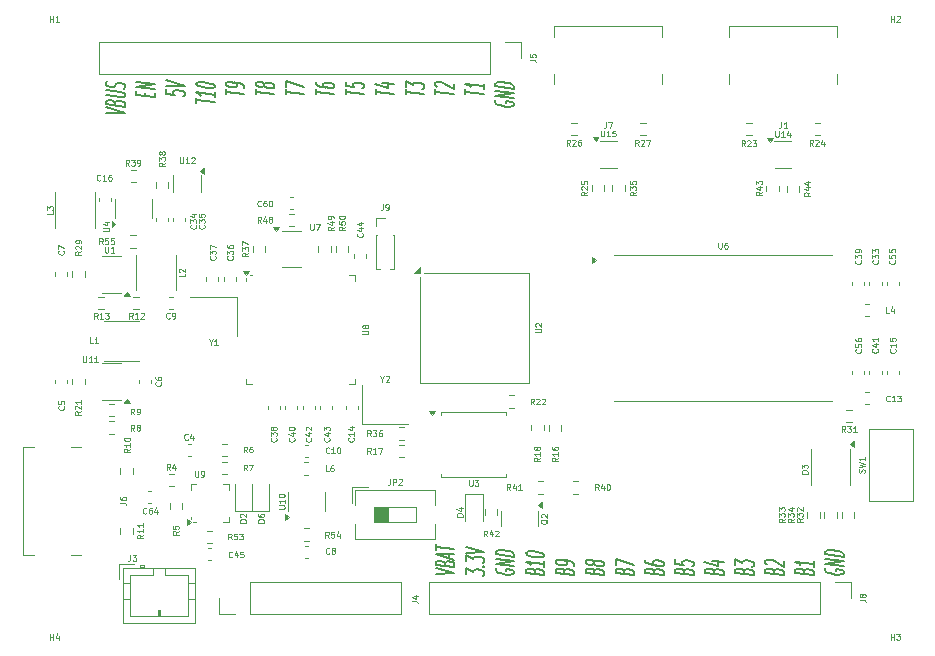
<source format=gbr>
%TF.GenerationSoftware,KiCad,Pcbnew,9.0.3*%
%TF.CreationDate,2025-10-10T02:21:22-04:00*%
%TF.ProjectId,sbc,7362632e-6b69-4636-9164-5f7063625858,rev?*%
%TF.SameCoordinates,Original*%
%TF.FileFunction,Legend,Top*%
%TF.FilePolarity,Positive*%
%FSLAX46Y46*%
G04 Gerber Fmt 4.6, Leading zero omitted, Abs format (unit mm)*
G04 Created by KiCad (PCBNEW 9.0.3) date 2025-10-10 02:21:22*
%MOMM*%
%LPD*%
G01*
G04 APERTURE LIST*
%ADD10C,0.127000*%
%ADD11C,0.125000*%
%ADD12C,0.120000*%
G04 APERTURE END LIST*
D10*
X136396450Y-122436400D02*
X137971250Y-122379250D01*
X137971250Y-122379250D02*
X136396450Y-121928400D01*
X137146355Y-121514138D02*
X137221345Y-121414655D01*
X137221345Y-121414655D02*
X137296336Y-121387743D01*
X137296336Y-121387743D02*
X137446317Y-121370205D01*
X137446317Y-121370205D02*
X137671288Y-121398326D01*
X137671288Y-121398326D02*
X137821269Y-121453359D01*
X137821269Y-121453359D02*
X137896260Y-121499019D01*
X137896260Y-121499019D02*
X137971250Y-121580964D01*
X137971250Y-121580964D02*
X137971250Y-121871250D01*
X137971250Y-121871250D02*
X136396450Y-121674400D01*
X136396450Y-121674400D02*
X136396450Y-121420400D01*
X136396450Y-121420400D02*
X136471440Y-121357202D01*
X136471440Y-121357202D02*
X136546431Y-121330290D01*
X136546431Y-121330290D02*
X136696412Y-121312752D01*
X136696412Y-121312752D02*
X136846393Y-121331500D01*
X136846393Y-121331500D02*
X136996374Y-121386533D01*
X136996374Y-121386533D02*
X137071364Y-121432193D01*
X137071364Y-121432193D02*
X137146355Y-121514138D01*
X137146355Y-121514138D02*
X137146355Y-121768138D01*
X137521307Y-121089293D02*
X137521307Y-120726435D01*
X137971250Y-121218107D02*
X136396450Y-120767257D01*
X136396450Y-120767257D02*
X137971250Y-120710107D01*
X136396450Y-120368114D02*
X136396450Y-119932685D01*
X137971250Y-120347250D02*
X136396450Y-120150400D01*
X138931790Y-122400114D02*
X138931790Y-121928400D01*
X138931790Y-121928400D02*
X139531714Y-122257390D01*
X139531714Y-122257390D02*
X139531714Y-122148533D01*
X139531714Y-122148533D02*
X139606704Y-122085336D01*
X139606704Y-122085336D02*
X139681695Y-122058424D01*
X139681695Y-122058424D02*
X139831676Y-122040886D01*
X139831676Y-122040886D02*
X140206628Y-122087755D01*
X140206628Y-122087755D02*
X140356609Y-122142788D01*
X140356609Y-122142788D02*
X140431600Y-122188448D01*
X140431600Y-122188448D02*
X140506590Y-122270393D01*
X140506590Y-122270393D02*
X140506590Y-122488107D01*
X140506590Y-122488107D02*
X140431600Y-122551305D01*
X140431600Y-122551305D02*
X140356609Y-122578217D01*
X140356609Y-121779931D02*
X140431600Y-121753019D01*
X140431600Y-121753019D02*
X140506590Y-121798679D01*
X140506590Y-121798679D02*
X140431600Y-121825591D01*
X140431600Y-121825591D02*
X140356609Y-121779931D01*
X140356609Y-121779931D02*
X140506590Y-121798679D01*
X138931790Y-121311543D02*
X138931790Y-120839829D01*
X138931790Y-120839829D02*
X139531714Y-121168819D01*
X139531714Y-121168819D02*
X139531714Y-121059962D01*
X139531714Y-121059962D02*
X139606704Y-120996765D01*
X139606704Y-120996765D02*
X139681695Y-120969853D01*
X139681695Y-120969853D02*
X139831676Y-120952315D01*
X139831676Y-120952315D02*
X140206628Y-120999184D01*
X140206628Y-120999184D02*
X140356609Y-121054217D01*
X140356609Y-121054217D02*
X140431600Y-121099877D01*
X140431600Y-121099877D02*
X140506590Y-121181822D01*
X140506590Y-121181822D02*
X140506590Y-121399536D01*
X140506590Y-121399536D02*
X140431600Y-121462734D01*
X140431600Y-121462734D02*
X140356609Y-121489646D01*
X138931790Y-120622115D02*
X140506590Y-120564965D01*
X140506590Y-120564965D02*
X138931790Y-120114115D01*
X141542120Y-121937774D02*
X141467130Y-122000971D01*
X141467130Y-122000971D02*
X141467130Y-122109828D01*
X141467130Y-122109828D02*
X141542120Y-122228059D01*
X141542120Y-122228059D02*
X141692101Y-122319378D01*
X141692101Y-122319378D02*
X141842082Y-122374412D01*
X141842082Y-122374412D02*
X142142044Y-122448193D01*
X142142044Y-122448193D02*
X142367016Y-122476314D01*
X142367016Y-122476314D02*
X142666978Y-122477524D01*
X142666978Y-122477524D02*
X142816959Y-122459986D01*
X142816959Y-122459986D02*
X142966940Y-122406162D01*
X142966940Y-122406162D02*
X143041930Y-122306678D01*
X143041930Y-122306678D02*
X143041930Y-122234107D01*
X143041930Y-122234107D02*
X142966940Y-122115876D01*
X142966940Y-122115876D02*
X142891949Y-122070217D01*
X142891949Y-122070217D02*
X142367016Y-122004600D01*
X142367016Y-122004600D02*
X142367016Y-122149743D01*
X143041930Y-121762393D02*
X141467130Y-121565543D01*
X141467130Y-121565543D02*
X143041930Y-121326964D01*
X143041930Y-121326964D02*
X141467130Y-121130114D01*
X143041930Y-120964107D02*
X141467130Y-120767257D01*
X141467130Y-120767257D02*
X141467130Y-120585828D01*
X141467130Y-120585828D02*
X141542120Y-120486345D01*
X141542120Y-120486345D02*
X141692101Y-120432521D01*
X141692101Y-120432521D02*
X141842082Y-120414983D01*
X141842082Y-120414983D02*
X142142044Y-120416192D01*
X142142044Y-120416192D02*
X142367016Y-120444314D01*
X142367016Y-120444314D02*
X142666978Y-120518095D01*
X142666978Y-120518095D02*
X142816959Y-120573128D01*
X142816959Y-120573128D02*
X142966940Y-120664447D01*
X142966940Y-120664447D02*
X143041930Y-120782678D01*
X143041930Y-120782678D02*
X143041930Y-120964107D01*
X144752375Y-122167281D02*
X144827365Y-122067798D01*
X144827365Y-122067798D02*
X144902356Y-122040886D01*
X144902356Y-122040886D02*
X145052337Y-122023348D01*
X145052337Y-122023348D02*
X145277308Y-122051469D01*
X145277308Y-122051469D02*
X145427289Y-122106502D01*
X145427289Y-122106502D02*
X145502280Y-122152162D01*
X145502280Y-122152162D02*
X145577270Y-122234107D01*
X145577270Y-122234107D02*
X145577270Y-122524393D01*
X145577270Y-122524393D02*
X144002470Y-122327543D01*
X144002470Y-122327543D02*
X144002470Y-122073543D01*
X144002470Y-122073543D02*
X144077460Y-122010345D01*
X144077460Y-122010345D02*
X144152451Y-121983433D01*
X144152451Y-121983433D02*
X144302432Y-121965895D01*
X144302432Y-121965895D02*
X144452413Y-121984643D01*
X144452413Y-121984643D02*
X144602394Y-122039676D01*
X144602394Y-122039676D02*
X144677384Y-122085336D01*
X144677384Y-122085336D02*
X144752375Y-122167281D01*
X144752375Y-122167281D02*
X144752375Y-122421281D01*
X145577270Y-121363250D02*
X145577270Y-121798678D01*
X145577270Y-121580964D02*
X144002470Y-121384114D01*
X144002470Y-121384114D02*
X144227441Y-121484807D01*
X144227441Y-121484807D02*
X144377422Y-121576126D01*
X144377422Y-121576126D02*
X144452413Y-121658071D01*
X144002470Y-120694686D02*
X144002470Y-120622114D01*
X144002470Y-120622114D02*
X144077460Y-120558917D01*
X144077460Y-120558917D02*
X144152451Y-120532005D01*
X144152451Y-120532005D02*
X144302432Y-120514467D01*
X144302432Y-120514467D02*
X144602394Y-120515676D01*
X144602394Y-120515676D02*
X144977346Y-120562545D01*
X144977346Y-120562545D02*
X145277308Y-120636326D01*
X145277308Y-120636326D02*
X145427289Y-120691360D01*
X145427289Y-120691360D02*
X145502280Y-120737019D01*
X145502280Y-120737019D02*
X145577270Y-120818964D01*
X145577270Y-120818964D02*
X145577270Y-120891536D01*
X145577270Y-120891536D02*
X145502280Y-120954734D01*
X145502280Y-120954734D02*
X145427289Y-120981645D01*
X145427289Y-120981645D02*
X145277308Y-120999184D01*
X145277308Y-120999184D02*
X144977346Y-120997974D01*
X144977346Y-120997974D02*
X144602394Y-120951105D01*
X144602394Y-120951105D02*
X144302432Y-120877324D01*
X144302432Y-120877324D02*
X144152451Y-120822291D01*
X144152451Y-120822291D02*
X144077460Y-120776631D01*
X144077460Y-120776631D02*
X144002470Y-120694686D01*
X147287715Y-122167281D02*
X147362705Y-122067798D01*
X147362705Y-122067798D02*
X147437696Y-122040886D01*
X147437696Y-122040886D02*
X147587677Y-122023348D01*
X147587677Y-122023348D02*
X147812648Y-122051469D01*
X147812648Y-122051469D02*
X147962629Y-122106502D01*
X147962629Y-122106502D02*
X148037620Y-122152162D01*
X148037620Y-122152162D02*
X148112610Y-122234107D01*
X148112610Y-122234107D02*
X148112610Y-122524393D01*
X148112610Y-122524393D02*
X146537810Y-122327543D01*
X146537810Y-122327543D02*
X146537810Y-122073543D01*
X146537810Y-122073543D02*
X146612800Y-122010345D01*
X146612800Y-122010345D02*
X146687791Y-121983433D01*
X146687791Y-121983433D02*
X146837772Y-121965895D01*
X146837772Y-121965895D02*
X146987753Y-121984643D01*
X146987753Y-121984643D02*
X147137734Y-122039676D01*
X147137734Y-122039676D02*
X147212724Y-122085336D01*
X147212724Y-122085336D02*
X147287715Y-122167281D01*
X147287715Y-122167281D02*
X147287715Y-122421281D01*
X148112610Y-121726107D02*
X148112610Y-121580964D01*
X148112610Y-121580964D02*
X148037620Y-121499019D01*
X148037620Y-121499019D02*
X147962629Y-121453359D01*
X147962629Y-121453359D02*
X147737658Y-121352667D01*
X147737658Y-121352667D02*
X147437696Y-121278886D01*
X147437696Y-121278886D02*
X146837772Y-121203895D01*
X146837772Y-121203895D02*
X146687791Y-121221433D01*
X146687791Y-121221433D02*
X146612800Y-121248345D01*
X146612800Y-121248345D02*
X146537810Y-121311543D01*
X146537810Y-121311543D02*
X146537810Y-121456686D01*
X146537810Y-121456686D02*
X146612800Y-121538631D01*
X146612800Y-121538631D02*
X146687791Y-121584290D01*
X146687791Y-121584290D02*
X146837772Y-121639324D01*
X146837772Y-121639324D02*
X147212724Y-121686193D01*
X147212724Y-121686193D02*
X147362705Y-121668655D01*
X147362705Y-121668655D02*
X147437696Y-121641743D01*
X147437696Y-121641743D02*
X147512686Y-121578545D01*
X147512686Y-121578545D02*
X147512686Y-121433402D01*
X147512686Y-121433402D02*
X147437696Y-121351457D01*
X147437696Y-121351457D02*
X147362705Y-121305798D01*
X147362705Y-121305798D02*
X147212724Y-121250764D01*
X149823055Y-122167281D02*
X149898045Y-122067798D01*
X149898045Y-122067798D02*
X149973036Y-122040886D01*
X149973036Y-122040886D02*
X150123017Y-122023348D01*
X150123017Y-122023348D02*
X150347988Y-122051469D01*
X150347988Y-122051469D02*
X150497969Y-122106502D01*
X150497969Y-122106502D02*
X150572960Y-122152162D01*
X150572960Y-122152162D02*
X150647950Y-122234107D01*
X150647950Y-122234107D02*
X150647950Y-122524393D01*
X150647950Y-122524393D02*
X149073150Y-122327543D01*
X149073150Y-122327543D02*
X149073150Y-122073543D01*
X149073150Y-122073543D02*
X149148140Y-122010345D01*
X149148140Y-122010345D02*
X149223131Y-121983433D01*
X149223131Y-121983433D02*
X149373112Y-121965895D01*
X149373112Y-121965895D02*
X149523093Y-121984643D01*
X149523093Y-121984643D02*
X149673074Y-122039676D01*
X149673074Y-122039676D02*
X149748064Y-122085336D01*
X149748064Y-122085336D02*
X149823055Y-122167281D01*
X149823055Y-122167281D02*
X149823055Y-122421281D01*
X149748064Y-121541050D02*
X149673074Y-121604248D01*
X149673074Y-121604248D02*
X149598083Y-121631159D01*
X149598083Y-121631159D02*
X149448102Y-121648698D01*
X149448102Y-121648698D02*
X149373112Y-121639324D01*
X149373112Y-121639324D02*
X149223131Y-121584290D01*
X149223131Y-121584290D02*
X149148140Y-121538631D01*
X149148140Y-121538631D02*
X149073150Y-121456686D01*
X149073150Y-121456686D02*
X149073150Y-121311543D01*
X149073150Y-121311543D02*
X149148140Y-121248345D01*
X149148140Y-121248345D02*
X149223131Y-121221433D01*
X149223131Y-121221433D02*
X149373112Y-121203895D01*
X149373112Y-121203895D02*
X149448102Y-121213269D01*
X149448102Y-121213269D02*
X149598083Y-121268302D01*
X149598083Y-121268302D02*
X149673074Y-121313962D01*
X149673074Y-121313962D02*
X149748064Y-121395907D01*
X149748064Y-121395907D02*
X149748064Y-121541050D01*
X149748064Y-121541050D02*
X149823055Y-121622995D01*
X149823055Y-121622995D02*
X149898045Y-121668655D01*
X149898045Y-121668655D02*
X150048026Y-121723688D01*
X150048026Y-121723688D02*
X150347988Y-121761183D01*
X150347988Y-121761183D02*
X150497969Y-121743645D01*
X150497969Y-121743645D02*
X150572960Y-121716733D01*
X150572960Y-121716733D02*
X150647950Y-121653536D01*
X150647950Y-121653536D02*
X150647950Y-121508393D01*
X150647950Y-121508393D02*
X150572960Y-121426448D01*
X150572960Y-121426448D02*
X150497969Y-121380788D01*
X150497969Y-121380788D02*
X150347988Y-121325755D01*
X150347988Y-121325755D02*
X150048026Y-121288259D01*
X150048026Y-121288259D02*
X149898045Y-121305798D01*
X149898045Y-121305798D02*
X149823055Y-121332709D01*
X149823055Y-121332709D02*
X149748064Y-121395907D01*
X152358395Y-122167281D02*
X152433385Y-122067798D01*
X152433385Y-122067798D02*
X152508376Y-122040886D01*
X152508376Y-122040886D02*
X152658357Y-122023348D01*
X152658357Y-122023348D02*
X152883328Y-122051469D01*
X152883328Y-122051469D02*
X153033309Y-122106502D01*
X153033309Y-122106502D02*
X153108300Y-122152162D01*
X153108300Y-122152162D02*
X153183290Y-122234107D01*
X153183290Y-122234107D02*
X153183290Y-122524393D01*
X153183290Y-122524393D02*
X151608490Y-122327543D01*
X151608490Y-122327543D02*
X151608490Y-122073543D01*
X151608490Y-122073543D02*
X151683480Y-122010345D01*
X151683480Y-122010345D02*
X151758471Y-121983433D01*
X151758471Y-121983433D02*
X151908452Y-121965895D01*
X151908452Y-121965895D02*
X152058433Y-121984643D01*
X152058433Y-121984643D02*
X152208414Y-122039676D01*
X152208414Y-122039676D02*
X152283404Y-122085336D01*
X152283404Y-122085336D02*
X152358395Y-122167281D01*
X152358395Y-122167281D02*
X152358395Y-122421281D01*
X151608490Y-121638114D02*
X151608490Y-121130114D01*
X151608490Y-121130114D02*
X153183290Y-121653536D01*
X154893735Y-122167281D02*
X154968725Y-122067798D01*
X154968725Y-122067798D02*
X155043716Y-122040886D01*
X155043716Y-122040886D02*
X155193697Y-122023348D01*
X155193697Y-122023348D02*
X155418668Y-122051469D01*
X155418668Y-122051469D02*
X155568649Y-122106502D01*
X155568649Y-122106502D02*
X155643640Y-122152162D01*
X155643640Y-122152162D02*
X155718630Y-122234107D01*
X155718630Y-122234107D02*
X155718630Y-122524393D01*
X155718630Y-122524393D02*
X154143830Y-122327543D01*
X154143830Y-122327543D02*
X154143830Y-122073543D01*
X154143830Y-122073543D02*
X154218820Y-122010345D01*
X154218820Y-122010345D02*
X154293811Y-121983433D01*
X154293811Y-121983433D02*
X154443792Y-121965895D01*
X154443792Y-121965895D02*
X154593773Y-121984643D01*
X154593773Y-121984643D02*
X154743754Y-122039676D01*
X154743754Y-122039676D02*
X154818744Y-122085336D01*
X154818744Y-122085336D02*
X154893735Y-122167281D01*
X154893735Y-122167281D02*
X154893735Y-122421281D01*
X154143830Y-121238971D02*
X154143830Y-121384114D01*
X154143830Y-121384114D02*
X154218820Y-121466059D01*
X154218820Y-121466059D02*
X154293811Y-121511719D01*
X154293811Y-121511719D02*
X154518782Y-121612412D01*
X154518782Y-121612412D02*
X154818744Y-121686193D01*
X154818744Y-121686193D02*
X155418668Y-121761183D01*
X155418668Y-121761183D02*
X155568649Y-121743645D01*
X155568649Y-121743645D02*
X155643640Y-121716733D01*
X155643640Y-121716733D02*
X155718630Y-121653536D01*
X155718630Y-121653536D02*
X155718630Y-121508393D01*
X155718630Y-121508393D02*
X155643640Y-121426448D01*
X155643640Y-121426448D02*
X155568649Y-121380788D01*
X155568649Y-121380788D02*
X155418668Y-121325755D01*
X155418668Y-121325755D02*
X155043716Y-121278886D01*
X155043716Y-121278886D02*
X154893735Y-121296424D01*
X154893735Y-121296424D02*
X154818744Y-121323336D01*
X154818744Y-121323336D02*
X154743754Y-121386533D01*
X154743754Y-121386533D02*
X154743754Y-121531676D01*
X154743754Y-121531676D02*
X154818744Y-121613621D01*
X154818744Y-121613621D02*
X154893735Y-121659281D01*
X154893735Y-121659281D02*
X155043716Y-121714314D01*
X157429075Y-122167281D02*
X157504065Y-122067798D01*
X157504065Y-122067798D02*
X157579056Y-122040886D01*
X157579056Y-122040886D02*
X157729037Y-122023348D01*
X157729037Y-122023348D02*
X157954008Y-122051469D01*
X157954008Y-122051469D02*
X158103989Y-122106502D01*
X158103989Y-122106502D02*
X158178980Y-122152162D01*
X158178980Y-122152162D02*
X158253970Y-122234107D01*
X158253970Y-122234107D02*
X158253970Y-122524393D01*
X158253970Y-122524393D02*
X156679170Y-122327543D01*
X156679170Y-122327543D02*
X156679170Y-122073543D01*
X156679170Y-122073543D02*
X156754160Y-122010345D01*
X156754160Y-122010345D02*
X156829151Y-121983433D01*
X156829151Y-121983433D02*
X156979132Y-121965895D01*
X156979132Y-121965895D02*
X157129113Y-121984643D01*
X157129113Y-121984643D02*
X157279094Y-122039676D01*
X157279094Y-122039676D02*
X157354084Y-122085336D01*
X157354084Y-122085336D02*
X157429075Y-122167281D01*
X157429075Y-122167281D02*
X157429075Y-122421281D01*
X156679170Y-121202686D02*
X156679170Y-121565543D01*
X156679170Y-121565543D02*
X157429075Y-121695567D01*
X157429075Y-121695567D02*
X157354084Y-121649907D01*
X157354084Y-121649907D02*
X157279094Y-121567962D01*
X157279094Y-121567962D02*
X157279094Y-121386533D01*
X157279094Y-121386533D02*
X157354084Y-121323336D01*
X157354084Y-121323336D02*
X157429075Y-121296424D01*
X157429075Y-121296424D02*
X157579056Y-121278886D01*
X157579056Y-121278886D02*
X157954008Y-121325755D01*
X157954008Y-121325755D02*
X158103989Y-121380788D01*
X158103989Y-121380788D02*
X158178980Y-121426448D01*
X158178980Y-121426448D02*
X158253970Y-121508393D01*
X158253970Y-121508393D02*
X158253970Y-121689821D01*
X158253970Y-121689821D02*
X158178980Y-121753019D01*
X158178980Y-121753019D02*
X158103989Y-121779931D01*
X159964415Y-122167281D02*
X160039405Y-122067798D01*
X160039405Y-122067798D02*
X160114396Y-122040886D01*
X160114396Y-122040886D02*
X160264377Y-122023348D01*
X160264377Y-122023348D02*
X160489348Y-122051469D01*
X160489348Y-122051469D02*
X160639329Y-122106502D01*
X160639329Y-122106502D02*
X160714320Y-122152162D01*
X160714320Y-122152162D02*
X160789310Y-122234107D01*
X160789310Y-122234107D02*
X160789310Y-122524393D01*
X160789310Y-122524393D02*
X159214510Y-122327543D01*
X159214510Y-122327543D02*
X159214510Y-122073543D01*
X159214510Y-122073543D02*
X159289500Y-122010345D01*
X159289500Y-122010345D02*
X159364491Y-121983433D01*
X159364491Y-121983433D02*
X159514472Y-121965895D01*
X159514472Y-121965895D02*
X159664453Y-121984643D01*
X159664453Y-121984643D02*
X159814434Y-122039676D01*
X159814434Y-122039676D02*
X159889424Y-122085336D01*
X159889424Y-122085336D02*
X159964415Y-122167281D01*
X159964415Y-122167281D02*
X159964415Y-122421281D01*
X159739443Y-121304588D02*
X160789310Y-121435821D01*
X159139520Y-121411026D02*
X160264377Y-121733062D01*
X160264377Y-121733062D02*
X160264377Y-121261348D01*
X162499755Y-122167281D02*
X162574745Y-122067798D01*
X162574745Y-122067798D02*
X162649736Y-122040886D01*
X162649736Y-122040886D02*
X162799717Y-122023348D01*
X162799717Y-122023348D02*
X163024688Y-122051469D01*
X163024688Y-122051469D02*
X163174669Y-122106502D01*
X163174669Y-122106502D02*
X163249660Y-122152162D01*
X163249660Y-122152162D02*
X163324650Y-122234107D01*
X163324650Y-122234107D02*
X163324650Y-122524393D01*
X163324650Y-122524393D02*
X161749850Y-122327543D01*
X161749850Y-122327543D02*
X161749850Y-122073543D01*
X161749850Y-122073543D02*
X161824840Y-122010345D01*
X161824840Y-122010345D02*
X161899831Y-121983433D01*
X161899831Y-121983433D02*
X162049812Y-121965895D01*
X162049812Y-121965895D02*
X162199793Y-121984643D01*
X162199793Y-121984643D02*
X162349774Y-122039676D01*
X162349774Y-122039676D02*
X162424764Y-122085336D01*
X162424764Y-122085336D02*
X162499755Y-122167281D01*
X162499755Y-122167281D02*
X162499755Y-122421281D01*
X161749850Y-121638114D02*
X161749850Y-121166400D01*
X161749850Y-121166400D02*
X162349774Y-121495390D01*
X162349774Y-121495390D02*
X162349774Y-121386533D01*
X162349774Y-121386533D02*
X162424764Y-121323336D01*
X162424764Y-121323336D02*
X162499755Y-121296424D01*
X162499755Y-121296424D02*
X162649736Y-121278886D01*
X162649736Y-121278886D02*
X163024688Y-121325755D01*
X163024688Y-121325755D02*
X163174669Y-121380788D01*
X163174669Y-121380788D02*
X163249660Y-121426448D01*
X163249660Y-121426448D02*
X163324650Y-121508393D01*
X163324650Y-121508393D02*
X163324650Y-121726107D01*
X163324650Y-121726107D02*
X163249660Y-121789305D01*
X163249660Y-121789305D02*
X163174669Y-121816217D01*
X165035095Y-122167281D02*
X165110085Y-122067798D01*
X165110085Y-122067798D02*
X165185076Y-122040886D01*
X165185076Y-122040886D02*
X165335057Y-122023348D01*
X165335057Y-122023348D02*
X165560028Y-122051469D01*
X165560028Y-122051469D02*
X165710009Y-122106502D01*
X165710009Y-122106502D02*
X165785000Y-122152162D01*
X165785000Y-122152162D02*
X165859990Y-122234107D01*
X165859990Y-122234107D02*
X165859990Y-122524393D01*
X165859990Y-122524393D02*
X164285190Y-122327543D01*
X164285190Y-122327543D02*
X164285190Y-122073543D01*
X164285190Y-122073543D02*
X164360180Y-122010345D01*
X164360180Y-122010345D02*
X164435171Y-121983433D01*
X164435171Y-121983433D02*
X164585152Y-121965895D01*
X164585152Y-121965895D02*
X164735133Y-121984643D01*
X164735133Y-121984643D02*
X164885114Y-122039676D01*
X164885114Y-122039676D02*
X164960104Y-122085336D01*
X164960104Y-122085336D02*
X165035095Y-122167281D01*
X165035095Y-122167281D02*
X165035095Y-122421281D01*
X164435171Y-121620576D02*
X164360180Y-121574917D01*
X164360180Y-121574917D02*
X164285190Y-121492971D01*
X164285190Y-121492971D02*
X164285190Y-121311543D01*
X164285190Y-121311543D02*
X164360180Y-121248345D01*
X164360180Y-121248345D02*
X164435171Y-121221433D01*
X164435171Y-121221433D02*
X164585152Y-121203895D01*
X164585152Y-121203895D02*
X164735133Y-121222643D01*
X164735133Y-121222643D02*
X164960104Y-121287050D01*
X164960104Y-121287050D02*
X165859990Y-121834964D01*
X165859990Y-121834964D02*
X165859990Y-121363250D01*
X167570435Y-122167281D02*
X167645425Y-122067798D01*
X167645425Y-122067798D02*
X167720416Y-122040886D01*
X167720416Y-122040886D02*
X167870397Y-122023348D01*
X167870397Y-122023348D02*
X168095368Y-122051469D01*
X168095368Y-122051469D02*
X168245349Y-122106502D01*
X168245349Y-122106502D02*
X168320340Y-122152162D01*
X168320340Y-122152162D02*
X168395330Y-122234107D01*
X168395330Y-122234107D02*
X168395330Y-122524393D01*
X168395330Y-122524393D02*
X166820530Y-122327543D01*
X166820530Y-122327543D02*
X166820530Y-122073543D01*
X166820530Y-122073543D02*
X166895520Y-122010345D01*
X166895520Y-122010345D02*
X166970511Y-121983433D01*
X166970511Y-121983433D02*
X167120492Y-121965895D01*
X167120492Y-121965895D02*
X167270473Y-121984643D01*
X167270473Y-121984643D02*
X167420454Y-122039676D01*
X167420454Y-122039676D02*
X167495444Y-122085336D01*
X167495444Y-122085336D02*
X167570435Y-122167281D01*
X167570435Y-122167281D02*
X167570435Y-122421281D01*
X168395330Y-121363250D02*
X168395330Y-121798678D01*
X168395330Y-121580964D02*
X166820530Y-121384114D01*
X166820530Y-121384114D02*
X167045501Y-121484807D01*
X167045501Y-121484807D02*
X167195482Y-121576126D01*
X167195482Y-121576126D02*
X167270473Y-121658071D01*
X169430860Y-121937774D02*
X169355870Y-122000971D01*
X169355870Y-122000971D02*
X169355870Y-122109828D01*
X169355870Y-122109828D02*
X169430860Y-122228059D01*
X169430860Y-122228059D02*
X169580841Y-122319378D01*
X169580841Y-122319378D02*
X169730822Y-122374412D01*
X169730822Y-122374412D02*
X170030784Y-122448193D01*
X170030784Y-122448193D02*
X170255756Y-122476314D01*
X170255756Y-122476314D02*
X170555718Y-122477524D01*
X170555718Y-122477524D02*
X170705699Y-122459986D01*
X170705699Y-122459986D02*
X170855680Y-122406162D01*
X170855680Y-122406162D02*
X170930670Y-122306678D01*
X170930670Y-122306678D02*
X170930670Y-122234107D01*
X170930670Y-122234107D02*
X170855680Y-122115876D01*
X170855680Y-122115876D02*
X170780689Y-122070217D01*
X170780689Y-122070217D02*
X170255756Y-122004600D01*
X170255756Y-122004600D02*
X170255756Y-122149743D01*
X170930670Y-121762393D02*
X169355870Y-121565543D01*
X169355870Y-121565543D02*
X170930670Y-121326964D01*
X170930670Y-121326964D02*
X169355870Y-121130114D01*
X170930670Y-120964107D02*
X169355870Y-120767257D01*
X169355870Y-120767257D02*
X169355870Y-120585828D01*
X169355870Y-120585828D02*
X169430860Y-120486345D01*
X169430860Y-120486345D02*
X169580841Y-120432521D01*
X169580841Y-120432521D02*
X169730822Y-120414983D01*
X169730822Y-120414983D02*
X170030784Y-120416192D01*
X170030784Y-120416192D02*
X170255756Y-120444314D01*
X170255756Y-120444314D02*
X170555718Y-120518095D01*
X170555718Y-120518095D02*
X170705699Y-120573128D01*
X170705699Y-120573128D02*
X170855680Y-120664447D01*
X170855680Y-120664447D02*
X170930670Y-120782678D01*
X170930670Y-120782678D02*
X170930670Y-120964107D01*
X108476450Y-83432647D02*
X110051250Y-83375497D01*
X110051250Y-83375497D02*
X108476450Y-82924647D01*
X109226355Y-82510385D02*
X109301345Y-82410902D01*
X109301345Y-82410902D02*
X109376336Y-82383990D01*
X109376336Y-82383990D02*
X109526317Y-82366452D01*
X109526317Y-82366452D02*
X109751288Y-82394573D01*
X109751288Y-82394573D02*
X109901269Y-82449606D01*
X109901269Y-82449606D02*
X109976260Y-82495266D01*
X109976260Y-82495266D02*
X110051250Y-82577211D01*
X110051250Y-82577211D02*
X110051250Y-82867497D01*
X110051250Y-82867497D02*
X108476450Y-82670647D01*
X108476450Y-82670647D02*
X108476450Y-82416647D01*
X108476450Y-82416647D02*
X108551440Y-82353449D01*
X108551440Y-82353449D02*
X108626431Y-82326537D01*
X108626431Y-82326537D02*
X108776412Y-82308999D01*
X108776412Y-82308999D02*
X108926393Y-82327747D01*
X108926393Y-82327747D02*
X109076374Y-82382780D01*
X109076374Y-82382780D02*
X109151364Y-82428440D01*
X109151364Y-82428440D02*
X109226355Y-82510385D01*
X109226355Y-82510385D02*
X109226355Y-82764385D01*
X108476450Y-81908647D02*
X109751288Y-82068002D01*
X109751288Y-82068002D02*
X109901269Y-82050463D01*
X109901269Y-82050463D02*
X109976260Y-82023552D01*
X109976260Y-82023552D02*
X110051250Y-81960354D01*
X110051250Y-81960354D02*
X110051250Y-81815211D01*
X110051250Y-81815211D02*
X109976260Y-81733266D01*
X109976260Y-81733266D02*
X109901269Y-81687606D01*
X109901269Y-81687606D02*
X109751288Y-81632573D01*
X109751288Y-81632573D02*
X108476450Y-81473218D01*
X109976260Y-81334123D02*
X110051250Y-81234639D01*
X110051250Y-81234639D02*
X110051250Y-81053211D01*
X110051250Y-81053211D02*
X109976260Y-80971266D01*
X109976260Y-80971266D02*
X109901269Y-80925606D01*
X109901269Y-80925606D02*
X109751288Y-80870573D01*
X109751288Y-80870573D02*
X109601307Y-80851825D01*
X109601307Y-80851825D02*
X109451326Y-80869363D01*
X109451326Y-80869363D02*
X109376336Y-80896275D01*
X109376336Y-80896275D02*
X109301345Y-80959473D01*
X109301345Y-80959473D02*
X109226355Y-81095242D01*
X109226355Y-81095242D02*
X109151364Y-81158439D01*
X109151364Y-81158439D02*
X109076374Y-81185351D01*
X109076374Y-81185351D02*
X108926393Y-81202889D01*
X108926393Y-81202889D02*
X108776412Y-81184142D01*
X108776412Y-81184142D02*
X108626431Y-81129108D01*
X108626431Y-81129108D02*
X108551440Y-81083449D01*
X108551440Y-81083449D02*
X108476450Y-81001504D01*
X108476450Y-81001504D02*
X108476450Y-80820075D01*
X108476450Y-80820075D02*
X108551440Y-80720592D01*
X111761695Y-81966100D02*
X111761695Y-81712100D01*
X112586590Y-81706355D02*
X112586590Y-82069212D01*
X112586590Y-82069212D02*
X111011790Y-81872362D01*
X111011790Y-81872362D02*
X111011790Y-81509505D01*
X112586590Y-81379783D02*
X111011790Y-81182933D01*
X111011790Y-81182933D02*
X112586590Y-80944354D01*
X112586590Y-80944354D02*
X111011790Y-80747504D01*
X113547130Y-81400647D02*
X113547130Y-81763504D01*
X113547130Y-81763504D02*
X114297035Y-81893528D01*
X114297035Y-81893528D02*
X114222044Y-81847868D01*
X114222044Y-81847868D02*
X114147054Y-81765923D01*
X114147054Y-81765923D02*
X114147054Y-81584494D01*
X114147054Y-81584494D02*
X114222044Y-81521297D01*
X114222044Y-81521297D02*
X114297035Y-81494385D01*
X114297035Y-81494385D02*
X114447016Y-81476847D01*
X114447016Y-81476847D02*
X114821968Y-81523716D01*
X114821968Y-81523716D02*
X114971949Y-81578749D01*
X114971949Y-81578749D02*
X115046940Y-81624409D01*
X115046940Y-81624409D02*
X115121930Y-81706354D01*
X115121930Y-81706354D02*
X115121930Y-81887782D01*
X115121930Y-81887782D02*
X115046940Y-81950980D01*
X115046940Y-81950980D02*
X114971949Y-81977892D01*
X113547130Y-81146647D02*
X115121930Y-81089497D01*
X115121930Y-81089497D02*
X113547130Y-80638647D01*
X116082470Y-82525503D02*
X116082470Y-82090074D01*
X117657270Y-82504639D02*
X116082470Y-82307789D01*
X117657270Y-81633782D02*
X117657270Y-82069210D01*
X117657270Y-81851496D02*
X116082470Y-81654646D01*
X116082470Y-81654646D02*
X116307441Y-81755339D01*
X116307441Y-81755339D02*
X116457422Y-81846658D01*
X116457422Y-81846658D02*
X116532413Y-81928603D01*
X116082470Y-80965218D02*
X116082470Y-80892646D01*
X116082470Y-80892646D02*
X116157460Y-80829449D01*
X116157460Y-80829449D02*
X116232451Y-80802537D01*
X116232451Y-80802537D02*
X116382432Y-80784999D01*
X116382432Y-80784999D02*
X116682394Y-80786208D01*
X116682394Y-80786208D02*
X117057346Y-80833077D01*
X117057346Y-80833077D02*
X117357308Y-80906858D01*
X117357308Y-80906858D02*
X117507289Y-80961892D01*
X117507289Y-80961892D02*
X117582280Y-81007551D01*
X117582280Y-81007551D02*
X117657270Y-81089496D01*
X117657270Y-81089496D02*
X117657270Y-81162068D01*
X117657270Y-81162068D02*
X117582280Y-81225266D01*
X117582280Y-81225266D02*
X117507289Y-81252177D01*
X117507289Y-81252177D02*
X117357308Y-81269716D01*
X117357308Y-81269716D02*
X117057346Y-81268506D01*
X117057346Y-81268506D02*
X116682394Y-81221637D01*
X116682394Y-81221637D02*
X116382432Y-81147856D01*
X116382432Y-81147856D02*
X116232451Y-81092823D01*
X116232451Y-81092823D02*
X116157460Y-81047163D01*
X116157460Y-81047163D02*
X116082470Y-80965218D01*
X118617810Y-81799789D02*
X118617810Y-81364360D01*
X120192610Y-81778925D02*
X118617810Y-81582075D01*
X120192610Y-81270925D02*
X120192610Y-81125782D01*
X120192610Y-81125782D02*
X120117620Y-81043837D01*
X120117620Y-81043837D02*
X120042629Y-80998177D01*
X120042629Y-80998177D02*
X119817658Y-80897485D01*
X119817658Y-80897485D02*
X119517696Y-80823704D01*
X119517696Y-80823704D02*
X118917772Y-80748713D01*
X118917772Y-80748713D02*
X118767791Y-80766251D01*
X118767791Y-80766251D02*
X118692800Y-80793163D01*
X118692800Y-80793163D02*
X118617810Y-80856361D01*
X118617810Y-80856361D02*
X118617810Y-81001504D01*
X118617810Y-81001504D02*
X118692800Y-81083449D01*
X118692800Y-81083449D02*
X118767791Y-81129108D01*
X118767791Y-81129108D02*
X118917772Y-81184142D01*
X118917772Y-81184142D02*
X119292724Y-81231011D01*
X119292724Y-81231011D02*
X119442705Y-81213473D01*
X119442705Y-81213473D02*
X119517696Y-81186561D01*
X119517696Y-81186561D02*
X119592686Y-81123363D01*
X119592686Y-81123363D02*
X119592686Y-80978220D01*
X119592686Y-80978220D02*
X119517696Y-80896275D01*
X119517696Y-80896275D02*
X119442705Y-80850616D01*
X119442705Y-80850616D02*
X119292724Y-80795582D01*
X121153150Y-81799789D02*
X121153150Y-81364360D01*
X122727950Y-81778925D02*
X121153150Y-81582075D01*
X121828064Y-81085868D02*
X121753074Y-81149066D01*
X121753074Y-81149066D02*
X121678083Y-81175977D01*
X121678083Y-81175977D02*
X121528102Y-81193516D01*
X121528102Y-81193516D02*
X121453112Y-81184142D01*
X121453112Y-81184142D02*
X121303131Y-81129108D01*
X121303131Y-81129108D02*
X121228140Y-81083449D01*
X121228140Y-81083449D02*
X121153150Y-81001504D01*
X121153150Y-81001504D02*
X121153150Y-80856361D01*
X121153150Y-80856361D02*
X121228140Y-80793163D01*
X121228140Y-80793163D02*
X121303131Y-80766251D01*
X121303131Y-80766251D02*
X121453112Y-80748713D01*
X121453112Y-80748713D02*
X121528102Y-80758087D01*
X121528102Y-80758087D02*
X121678083Y-80813120D01*
X121678083Y-80813120D02*
X121753074Y-80858780D01*
X121753074Y-80858780D02*
X121828064Y-80940725D01*
X121828064Y-80940725D02*
X121828064Y-81085868D01*
X121828064Y-81085868D02*
X121903055Y-81167813D01*
X121903055Y-81167813D02*
X121978045Y-81213473D01*
X121978045Y-81213473D02*
X122128026Y-81268506D01*
X122128026Y-81268506D02*
X122427988Y-81306001D01*
X122427988Y-81306001D02*
X122577969Y-81288463D01*
X122577969Y-81288463D02*
X122652960Y-81261551D01*
X122652960Y-81261551D02*
X122727950Y-81198354D01*
X122727950Y-81198354D02*
X122727950Y-81053211D01*
X122727950Y-81053211D02*
X122652960Y-80971266D01*
X122652960Y-80971266D02*
X122577969Y-80925606D01*
X122577969Y-80925606D02*
X122427988Y-80870573D01*
X122427988Y-80870573D02*
X122128026Y-80833077D01*
X122128026Y-80833077D02*
X121978045Y-80850616D01*
X121978045Y-80850616D02*
X121903055Y-80877527D01*
X121903055Y-80877527D02*
X121828064Y-80940725D01*
X123688490Y-81799789D02*
X123688490Y-81364360D01*
X125263290Y-81778925D02*
X123688490Y-81582075D01*
X123688490Y-81182932D02*
X123688490Y-80674932D01*
X123688490Y-80674932D02*
X125263290Y-81198354D01*
X126223830Y-81799789D02*
X126223830Y-81364360D01*
X127798630Y-81778925D02*
X126223830Y-81582075D01*
X126223830Y-80783789D02*
X126223830Y-80928932D01*
X126223830Y-80928932D02*
X126298820Y-81010877D01*
X126298820Y-81010877D02*
X126373811Y-81056537D01*
X126373811Y-81056537D02*
X126598782Y-81157230D01*
X126598782Y-81157230D02*
X126898744Y-81231011D01*
X126898744Y-81231011D02*
X127498668Y-81306001D01*
X127498668Y-81306001D02*
X127648649Y-81288463D01*
X127648649Y-81288463D02*
X127723640Y-81261551D01*
X127723640Y-81261551D02*
X127798630Y-81198354D01*
X127798630Y-81198354D02*
X127798630Y-81053211D01*
X127798630Y-81053211D02*
X127723640Y-80971266D01*
X127723640Y-80971266D02*
X127648649Y-80925606D01*
X127648649Y-80925606D02*
X127498668Y-80870573D01*
X127498668Y-80870573D02*
X127123716Y-80823704D01*
X127123716Y-80823704D02*
X126973735Y-80841242D01*
X126973735Y-80841242D02*
X126898744Y-80868154D01*
X126898744Y-80868154D02*
X126823754Y-80931351D01*
X126823754Y-80931351D02*
X126823754Y-81076494D01*
X126823754Y-81076494D02*
X126898744Y-81158439D01*
X126898744Y-81158439D02*
X126973735Y-81204099D01*
X126973735Y-81204099D02*
X127123716Y-81259132D01*
X128759170Y-81799789D02*
X128759170Y-81364360D01*
X130333970Y-81778925D02*
X128759170Y-81582075D01*
X128759170Y-80747504D02*
X128759170Y-81110361D01*
X128759170Y-81110361D02*
X129509075Y-81240385D01*
X129509075Y-81240385D02*
X129434084Y-81194725D01*
X129434084Y-81194725D02*
X129359094Y-81112780D01*
X129359094Y-81112780D02*
X129359094Y-80931351D01*
X129359094Y-80931351D02*
X129434084Y-80868154D01*
X129434084Y-80868154D02*
X129509075Y-80841242D01*
X129509075Y-80841242D02*
X129659056Y-80823704D01*
X129659056Y-80823704D02*
X130034008Y-80870573D01*
X130034008Y-80870573D02*
X130183989Y-80925606D01*
X130183989Y-80925606D02*
X130258980Y-80971266D01*
X130258980Y-80971266D02*
X130333970Y-81053211D01*
X130333970Y-81053211D02*
X130333970Y-81234639D01*
X130333970Y-81234639D02*
X130258980Y-81297837D01*
X130258980Y-81297837D02*
X130183989Y-81324749D01*
X131294510Y-81799789D02*
X131294510Y-81364360D01*
X132869310Y-81778925D02*
X131294510Y-81582075D01*
X131819443Y-80849406D02*
X132869310Y-80980639D01*
X131219520Y-80955844D02*
X132344377Y-81277880D01*
X132344377Y-81277880D02*
X132344377Y-80806166D01*
X133829850Y-81799789D02*
X133829850Y-81364360D01*
X135404650Y-81778925D02*
X133829850Y-81582075D01*
X133829850Y-81182932D02*
X133829850Y-80711218D01*
X133829850Y-80711218D02*
X134429774Y-81040208D01*
X134429774Y-81040208D02*
X134429774Y-80931351D01*
X134429774Y-80931351D02*
X134504764Y-80868154D01*
X134504764Y-80868154D02*
X134579755Y-80841242D01*
X134579755Y-80841242D02*
X134729736Y-80823704D01*
X134729736Y-80823704D02*
X135104688Y-80870573D01*
X135104688Y-80870573D02*
X135254669Y-80925606D01*
X135254669Y-80925606D02*
X135329660Y-80971266D01*
X135329660Y-80971266D02*
X135404650Y-81053211D01*
X135404650Y-81053211D02*
X135404650Y-81270925D01*
X135404650Y-81270925D02*
X135329660Y-81334123D01*
X135329660Y-81334123D02*
X135254669Y-81361035D01*
X136365190Y-81799789D02*
X136365190Y-81364360D01*
X137939990Y-81778925D02*
X136365190Y-81582075D01*
X136515171Y-81165394D02*
X136440180Y-81119735D01*
X136440180Y-81119735D02*
X136365190Y-81037789D01*
X136365190Y-81037789D02*
X136365190Y-80856361D01*
X136365190Y-80856361D02*
X136440180Y-80793163D01*
X136440180Y-80793163D02*
X136515171Y-80766251D01*
X136515171Y-80766251D02*
X136665152Y-80748713D01*
X136665152Y-80748713D02*
X136815133Y-80767461D01*
X136815133Y-80767461D02*
X137040104Y-80831868D01*
X137040104Y-80831868D02*
X137939990Y-81379782D01*
X137939990Y-81379782D02*
X137939990Y-80908068D01*
X138900530Y-81799789D02*
X138900530Y-81364360D01*
X140475330Y-81778925D02*
X138900530Y-81582075D01*
X140475330Y-80908068D02*
X140475330Y-81343496D01*
X140475330Y-81125782D02*
X138900530Y-80928932D01*
X138900530Y-80928932D02*
X139125501Y-81029625D01*
X139125501Y-81029625D02*
X139275482Y-81120944D01*
X139275482Y-81120944D02*
X139350473Y-81202889D01*
X141510860Y-82317164D02*
X141435870Y-82380361D01*
X141435870Y-82380361D02*
X141435870Y-82489218D01*
X141435870Y-82489218D02*
X141510860Y-82607449D01*
X141510860Y-82607449D02*
X141660841Y-82698768D01*
X141660841Y-82698768D02*
X141810822Y-82753802D01*
X141810822Y-82753802D02*
X142110784Y-82827583D01*
X142110784Y-82827583D02*
X142335756Y-82855704D01*
X142335756Y-82855704D02*
X142635718Y-82856914D01*
X142635718Y-82856914D02*
X142785699Y-82839376D01*
X142785699Y-82839376D02*
X142935680Y-82785552D01*
X142935680Y-82785552D02*
X143010670Y-82686068D01*
X143010670Y-82686068D02*
X143010670Y-82613497D01*
X143010670Y-82613497D02*
X142935680Y-82495266D01*
X142935680Y-82495266D02*
X142860689Y-82449607D01*
X142860689Y-82449607D02*
X142335756Y-82383990D01*
X142335756Y-82383990D02*
X142335756Y-82529133D01*
X143010670Y-82141783D02*
X141435870Y-81944933D01*
X141435870Y-81944933D02*
X143010670Y-81706354D01*
X143010670Y-81706354D02*
X141435870Y-81509504D01*
X143010670Y-81343497D02*
X141435870Y-81146647D01*
X141435870Y-81146647D02*
X141435870Y-80965218D01*
X141435870Y-80965218D02*
X141510860Y-80865735D01*
X141510860Y-80865735D02*
X141660841Y-80811911D01*
X141660841Y-80811911D02*
X141810822Y-80794373D01*
X141810822Y-80794373D02*
X142110784Y-80795582D01*
X142110784Y-80795582D02*
X142335756Y-80823704D01*
X142335756Y-80823704D02*
X142635718Y-80897485D01*
X142635718Y-80897485D02*
X142785699Y-80952518D01*
X142785699Y-80952518D02*
X142935680Y-81043837D01*
X142935680Y-81043837D02*
X143010670Y-81162068D01*
X143010670Y-81162068D02*
X143010670Y-81343497D01*
D11*
X147764571Y-86158409D02*
X147597905Y-85920314D01*
X147478857Y-86158409D02*
X147478857Y-85658409D01*
X147478857Y-85658409D02*
X147669333Y-85658409D01*
X147669333Y-85658409D02*
X147716952Y-85682219D01*
X147716952Y-85682219D02*
X147740762Y-85706028D01*
X147740762Y-85706028D02*
X147764571Y-85753647D01*
X147764571Y-85753647D02*
X147764571Y-85825076D01*
X147764571Y-85825076D02*
X147740762Y-85872695D01*
X147740762Y-85872695D02*
X147716952Y-85896504D01*
X147716952Y-85896504D02*
X147669333Y-85920314D01*
X147669333Y-85920314D02*
X147478857Y-85920314D01*
X147955048Y-85706028D02*
X147978857Y-85682219D01*
X147978857Y-85682219D02*
X148026476Y-85658409D01*
X148026476Y-85658409D02*
X148145524Y-85658409D01*
X148145524Y-85658409D02*
X148193143Y-85682219D01*
X148193143Y-85682219D02*
X148216952Y-85706028D01*
X148216952Y-85706028D02*
X148240762Y-85753647D01*
X148240762Y-85753647D02*
X148240762Y-85801266D01*
X148240762Y-85801266D02*
X148216952Y-85872695D01*
X148216952Y-85872695D02*
X147931238Y-86158409D01*
X147931238Y-86158409D02*
X148240762Y-86158409D01*
X148669333Y-85658409D02*
X148574095Y-85658409D01*
X148574095Y-85658409D02*
X148526476Y-85682219D01*
X148526476Y-85682219D02*
X148502666Y-85706028D01*
X148502666Y-85706028D02*
X148455047Y-85777457D01*
X148455047Y-85777457D02*
X148431238Y-85872695D01*
X148431238Y-85872695D02*
X148431238Y-86063171D01*
X148431238Y-86063171D02*
X148455047Y-86110790D01*
X148455047Y-86110790D02*
X148478857Y-86134600D01*
X148478857Y-86134600D02*
X148526476Y-86158409D01*
X148526476Y-86158409D02*
X148621714Y-86158409D01*
X148621714Y-86158409D02*
X148669333Y-86134600D01*
X148669333Y-86134600D02*
X148693142Y-86110790D01*
X148693142Y-86110790D02*
X148716952Y-86063171D01*
X148716952Y-86063171D02*
X148716952Y-85944123D01*
X148716952Y-85944123D02*
X148693142Y-85896504D01*
X148693142Y-85896504D02*
X148669333Y-85872695D01*
X148669333Y-85872695D02*
X148621714Y-85848885D01*
X148621714Y-85848885D02*
X148526476Y-85848885D01*
X148526476Y-85848885D02*
X148478857Y-85872695D01*
X148478857Y-85872695D02*
X148455047Y-85896504D01*
X148455047Y-85896504D02*
X148431238Y-85944123D01*
X106338809Y-108666538D02*
X106100714Y-108833204D01*
X106338809Y-108952252D02*
X105838809Y-108952252D01*
X105838809Y-108952252D02*
X105838809Y-108761776D01*
X105838809Y-108761776D02*
X105862619Y-108714157D01*
X105862619Y-108714157D02*
X105886428Y-108690347D01*
X105886428Y-108690347D02*
X105934047Y-108666538D01*
X105934047Y-108666538D02*
X106005476Y-108666538D01*
X106005476Y-108666538D02*
X106053095Y-108690347D01*
X106053095Y-108690347D02*
X106076904Y-108714157D01*
X106076904Y-108714157D02*
X106100714Y-108761776D01*
X106100714Y-108761776D02*
X106100714Y-108952252D01*
X105886428Y-108476061D02*
X105862619Y-108452252D01*
X105862619Y-108452252D02*
X105838809Y-108404633D01*
X105838809Y-108404633D02*
X105838809Y-108285585D01*
X105838809Y-108285585D02*
X105862619Y-108237966D01*
X105862619Y-108237966D02*
X105886428Y-108214157D01*
X105886428Y-108214157D02*
X105934047Y-108190347D01*
X105934047Y-108190347D02*
X105981666Y-108190347D01*
X105981666Y-108190347D02*
X106053095Y-108214157D01*
X106053095Y-108214157D02*
X106338809Y-108499871D01*
X106338809Y-108499871D02*
X106338809Y-108190347D01*
X106338809Y-107714157D02*
X106338809Y-107999871D01*
X106338809Y-107857014D02*
X105838809Y-107857014D01*
X105838809Y-107857014D02*
X105910238Y-107904633D01*
X105910238Y-107904633D02*
X105957857Y-107952252D01*
X105957857Y-107952252D02*
X105981666Y-107999871D01*
X165934409Y-117751428D02*
X165696314Y-117918094D01*
X165934409Y-118037142D02*
X165434409Y-118037142D01*
X165434409Y-118037142D02*
X165434409Y-117846666D01*
X165434409Y-117846666D02*
X165458219Y-117799047D01*
X165458219Y-117799047D02*
X165482028Y-117775237D01*
X165482028Y-117775237D02*
X165529647Y-117751428D01*
X165529647Y-117751428D02*
X165601076Y-117751428D01*
X165601076Y-117751428D02*
X165648695Y-117775237D01*
X165648695Y-117775237D02*
X165672504Y-117799047D01*
X165672504Y-117799047D02*
X165696314Y-117846666D01*
X165696314Y-117846666D02*
X165696314Y-118037142D01*
X165434409Y-117584761D02*
X165434409Y-117275237D01*
X165434409Y-117275237D02*
X165624885Y-117441904D01*
X165624885Y-117441904D02*
X165624885Y-117370475D01*
X165624885Y-117370475D02*
X165648695Y-117322856D01*
X165648695Y-117322856D02*
X165672504Y-117299047D01*
X165672504Y-117299047D02*
X165720123Y-117275237D01*
X165720123Y-117275237D02*
X165839171Y-117275237D01*
X165839171Y-117275237D02*
X165886790Y-117299047D01*
X165886790Y-117299047D02*
X165910600Y-117322856D01*
X165910600Y-117322856D02*
X165934409Y-117370475D01*
X165934409Y-117370475D02*
X165934409Y-117513332D01*
X165934409Y-117513332D02*
X165910600Y-117560951D01*
X165910600Y-117560951D02*
X165886790Y-117584761D01*
X165434409Y-117108571D02*
X165434409Y-116799047D01*
X165434409Y-116799047D02*
X165624885Y-116965714D01*
X165624885Y-116965714D02*
X165624885Y-116894285D01*
X165624885Y-116894285D02*
X165648695Y-116846666D01*
X165648695Y-116846666D02*
X165672504Y-116822857D01*
X165672504Y-116822857D02*
X165720123Y-116799047D01*
X165720123Y-116799047D02*
X165839171Y-116799047D01*
X165839171Y-116799047D02*
X165886790Y-116822857D01*
X165886790Y-116822857D02*
X165910600Y-116846666D01*
X165910600Y-116846666D02*
X165934409Y-116894285D01*
X165934409Y-116894285D02*
X165934409Y-117037142D01*
X165934409Y-117037142D02*
X165910600Y-117084761D01*
X165910600Y-117084761D02*
X165886790Y-117108571D01*
X162569571Y-86218409D02*
X162402905Y-85980314D01*
X162283857Y-86218409D02*
X162283857Y-85718409D01*
X162283857Y-85718409D02*
X162474333Y-85718409D01*
X162474333Y-85718409D02*
X162521952Y-85742219D01*
X162521952Y-85742219D02*
X162545762Y-85766028D01*
X162545762Y-85766028D02*
X162569571Y-85813647D01*
X162569571Y-85813647D02*
X162569571Y-85885076D01*
X162569571Y-85885076D02*
X162545762Y-85932695D01*
X162545762Y-85932695D02*
X162521952Y-85956504D01*
X162521952Y-85956504D02*
X162474333Y-85980314D01*
X162474333Y-85980314D02*
X162283857Y-85980314D01*
X162760048Y-85766028D02*
X162783857Y-85742219D01*
X162783857Y-85742219D02*
X162831476Y-85718409D01*
X162831476Y-85718409D02*
X162950524Y-85718409D01*
X162950524Y-85718409D02*
X162998143Y-85742219D01*
X162998143Y-85742219D02*
X163021952Y-85766028D01*
X163021952Y-85766028D02*
X163045762Y-85813647D01*
X163045762Y-85813647D02*
X163045762Y-85861266D01*
X163045762Y-85861266D02*
X163021952Y-85932695D01*
X163021952Y-85932695D02*
X162736238Y-86218409D01*
X162736238Y-86218409D02*
X163045762Y-86218409D01*
X163212428Y-85718409D02*
X163521952Y-85718409D01*
X163521952Y-85718409D02*
X163355285Y-85908885D01*
X163355285Y-85908885D02*
X163426714Y-85908885D01*
X163426714Y-85908885D02*
X163474333Y-85932695D01*
X163474333Y-85932695D02*
X163498142Y-85956504D01*
X163498142Y-85956504D02*
X163521952Y-86004123D01*
X163521952Y-86004123D02*
X163521952Y-86123171D01*
X163521952Y-86123171D02*
X163498142Y-86170790D01*
X163498142Y-86170790D02*
X163474333Y-86194600D01*
X163474333Y-86194600D02*
X163426714Y-86218409D01*
X163426714Y-86218409D02*
X163283857Y-86218409D01*
X163283857Y-86218409D02*
X163236238Y-86194600D01*
X163236238Y-86194600D02*
X163212428Y-86170790D01*
X173803990Y-95876228D02*
X173827800Y-95900037D01*
X173827800Y-95900037D02*
X173851609Y-95971466D01*
X173851609Y-95971466D02*
X173851609Y-96019085D01*
X173851609Y-96019085D02*
X173827800Y-96090513D01*
X173827800Y-96090513D02*
X173780180Y-96138132D01*
X173780180Y-96138132D02*
X173732561Y-96161942D01*
X173732561Y-96161942D02*
X173637323Y-96185751D01*
X173637323Y-96185751D02*
X173565895Y-96185751D01*
X173565895Y-96185751D02*
X173470657Y-96161942D01*
X173470657Y-96161942D02*
X173423038Y-96138132D01*
X173423038Y-96138132D02*
X173375419Y-96090513D01*
X173375419Y-96090513D02*
X173351609Y-96019085D01*
X173351609Y-96019085D02*
X173351609Y-95971466D01*
X173351609Y-95971466D02*
X173375419Y-95900037D01*
X173375419Y-95900037D02*
X173399228Y-95876228D01*
X173351609Y-95709561D02*
X173351609Y-95400037D01*
X173351609Y-95400037D02*
X173542085Y-95566704D01*
X173542085Y-95566704D02*
X173542085Y-95495275D01*
X173542085Y-95495275D02*
X173565895Y-95447656D01*
X173565895Y-95447656D02*
X173589704Y-95423847D01*
X173589704Y-95423847D02*
X173637323Y-95400037D01*
X173637323Y-95400037D02*
X173756371Y-95400037D01*
X173756371Y-95400037D02*
X173803990Y-95423847D01*
X173803990Y-95423847D02*
X173827800Y-95447656D01*
X173827800Y-95447656D02*
X173851609Y-95495275D01*
X173851609Y-95495275D02*
X173851609Y-95638132D01*
X173851609Y-95638132D02*
X173827800Y-95685751D01*
X173827800Y-95685751D02*
X173803990Y-95709561D01*
X173351609Y-95233371D02*
X173351609Y-94923847D01*
X173351609Y-94923847D02*
X173542085Y-95090514D01*
X173542085Y-95090514D02*
X173542085Y-95019085D01*
X173542085Y-95019085D02*
X173565895Y-94971466D01*
X173565895Y-94971466D02*
X173589704Y-94947657D01*
X173589704Y-94947657D02*
X173637323Y-94923847D01*
X173637323Y-94923847D02*
X173756371Y-94923847D01*
X173756371Y-94923847D02*
X173803990Y-94947657D01*
X173803990Y-94947657D02*
X173827800Y-94971466D01*
X173827800Y-94971466D02*
X173851609Y-95019085D01*
X173851609Y-95019085D02*
X173851609Y-95161942D01*
X173851609Y-95161942D02*
X173827800Y-95209561D01*
X173827800Y-95209561D02*
X173803990Y-95233371D01*
X145865228Y-117800119D02*
X145841419Y-117847738D01*
X145841419Y-117847738D02*
X145793800Y-117895357D01*
X145793800Y-117895357D02*
X145722371Y-117966785D01*
X145722371Y-117966785D02*
X145698561Y-118014404D01*
X145698561Y-118014404D02*
X145698561Y-118062023D01*
X145817609Y-118038214D02*
X145793800Y-118085833D01*
X145793800Y-118085833D02*
X145746180Y-118133452D01*
X145746180Y-118133452D02*
X145650942Y-118157261D01*
X145650942Y-118157261D02*
X145484276Y-118157261D01*
X145484276Y-118157261D02*
X145389038Y-118133452D01*
X145389038Y-118133452D02*
X145341419Y-118085833D01*
X145341419Y-118085833D02*
X145317609Y-118038214D01*
X145317609Y-118038214D02*
X145317609Y-117942976D01*
X145317609Y-117942976D02*
X145341419Y-117895357D01*
X145341419Y-117895357D02*
X145389038Y-117847738D01*
X145389038Y-117847738D02*
X145484276Y-117823928D01*
X145484276Y-117823928D02*
X145650942Y-117823928D01*
X145650942Y-117823928D02*
X145746180Y-117847738D01*
X145746180Y-117847738D02*
X145793800Y-117895357D01*
X145793800Y-117895357D02*
X145817609Y-117942976D01*
X145817609Y-117942976D02*
X145817609Y-118038214D01*
X145365228Y-117633451D02*
X145341419Y-117609642D01*
X145341419Y-117609642D02*
X145317609Y-117562023D01*
X145317609Y-117562023D02*
X145317609Y-117442975D01*
X145317609Y-117442975D02*
X145341419Y-117395356D01*
X145341419Y-117395356D02*
X145365228Y-117371547D01*
X145365228Y-117371547D02*
X145412847Y-117347737D01*
X145412847Y-117347737D02*
X145460466Y-117347737D01*
X145460466Y-117347737D02*
X145531895Y-117371547D01*
X145531895Y-117371547D02*
X145817609Y-117657261D01*
X145817609Y-117657261D02*
X145817609Y-117347737D01*
X145208009Y-112589428D02*
X144969914Y-112756094D01*
X145208009Y-112875142D02*
X144708009Y-112875142D01*
X144708009Y-112875142D02*
X144708009Y-112684666D01*
X144708009Y-112684666D02*
X144731819Y-112637047D01*
X144731819Y-112637047D02*
X144755628Y-112613237D01*
X144755628Y-112613237D02*
X144803247Y-112589428D01*
X144803247Y-112589428D02*
X144874676Y-112589428D01*
X144874676Y-112589428D02*
X144922295Y-112613237D01*
X144922295Y-112613237D02*
X144946104Y-112637047D01*
X144946104Y-112637047D02*
X144969914Y-112684666D01*
X144969914Y-112684666D02*
X144969914Y-112875142D01*
X145208009Y-112113237D02*
X145208009Y-112398951D01*
X145208009Y-112256094D02*
X144708009Y-112256094D01*
X144708009Y-112256094D02*
X144779438Y-112303713D01*
X144779438Y-112303713D02*
X144827057Y-112351332D01*
X144827057Y-112351332D02*
X144850866Y-112398951D01*
X144922295Y-111827523D02*
X144898485Y-111875142D01*
X144898485Y-111875142D02*
X144874676Y-111898952D01*
X144874676Y-111898952D02*
X144827057Y-111922761D01*
X144827057Y-111922761D02*
X144803247Y-111922761D01*
X144803247Y-111922761D02*
X144755628Y-111898952D01*
X144755628Y-111898952D02*
X144731819Y-111875142D01*
X144731819Y-111875142D02*
X144708009Y-111827523D01*
X144708009Y-111827523D02*
X144708009Y-111732285D01*
X144708009Y-111732285D02*
X144731819Y-111684666D01*
X144731819Y-111684666D02*
X144755628Y-111660857D01*
X144755628Y-111660857D02*
X144803247Y-111637047D01*
X144803247Y-111637047D02*
X144827057Y-111637047D01*
X144827057Y-111637047D02*
X144874676Y-111660857D01*
X144874676Y-111660857D02*
X144898485Y-111684666D01*
X144898485Y-111684666D02*
X144922295Y-111732285D01*
X144922295Y-111732285D02*
X144922295Y-111827523D01*
X144922295Y-111827523D02*
X144946104Y-111875142D01*
X144946104Y-111875142D02*
X144969914Y-111898952D01*
X144969914Y-111898952D02*
X145017533Y-111922761D01*
X145017533Y-111922761D02*
X145112771Y-111922761D01*
X145112771Y-111922761D02*
X145160390Y-111898952D01*
X145160390Y-111898952D02*
X145184200Y-111875142D01*
X145184200Y-111875142D02*
X145208009Y-111827523D01*
X145208009Y-111827523D02*
X145208009Y-111732285D01*
X145208009Y-111732285D02*
X145184200Y-111684666D01*
X145184200Y-111684666D02*
X145160390Y-111660857D01*
X145160390Y-111660857D02*
X145112771Y-111637047D01*
X145112771Y-111637047D02*
X145017533Y-111637047D01*
X145017533Y-111637047D02*
X144969914Y-111660857D01*
X144969914Y-111660857D02*
X144946104Y-111684666D01*
X144946104Y-111684666D02*
X144922295Y-111732285D01*
X109656009Y-116391666D02*
X110013152Y-116391666D01*
X110013152Y-116391666D02*
X110084580Y-116415475D01*
X110084580Y-116415475D02*
X110132200Y-116463094D01*
X110132200Y-116463094D02*
X110156009Y-116534523D01*
X110156009Y-116534523D02*
X110156009Y-116582142D01*
X109656009Y-115939285D02*
X109656009Y-116034523D01*
X109656009Y-116034523D02*
X109679819Y-116082142D01*
X109679819Y-116082142D02*
X109703628Y-116105952D01*
X109703628Y-116105952D02*
X109775057Y-116153571D01*
X109775057Y-116153571D02*
X109870295Y-116177380D01*
X109870295Y-116177380D02*
X110060771Y-116177380D01*
X110060771Y-116177380D02*
X110108390Y-116153571D01*
X110108390Y-116153571D02*
X110132200Y-116129761D01*
X110132200Y-116129761D02*
X110156009Y-116082142D01*
X110156009Y-116082142D02*
X110156009Y-115986904D01*
X110156009Y-115986904D02*
X110132200Y-115939285D01*
X110132200Y-115939285D02*
X110108390Y-115915476D01*
X110108390Y-115915476D02*
X110060771Y-115891666D01*
X110060771Y-115891666D02*
X109941723Y-115891666D01*
X109941723Y-115891666D02*
X109894104Y-115915476D01*
X109894104Y-115915476D02*
X109870295Y-115939285D01*
X109870295Y-115939285D02*
X109846485Y-115986904D01*
X109846485Y-115986904D02*
X109846485Y-116082142D01*
X109846485Y-116082142D02*
X109870295Y-116129761D01*
X109870295Y-116129761D02*
X109894104Y-116153571D01*
X109894104Y-116153571D02*
X109941723Y-116177380D01*
X124383190Y-110913028D02*
X124407000Y-110936837D01*
X124407000Y-110936837D02*
X124430809Y-111008266D01*
X124430809Y-111008266D02*
X124430809Y-111055885D01*
X124430809Y-111055885D02*
X124407000Y-111127313D01*
X124407000Y-111127313D02*
X124359380Y-111174932D01*
X124359380Y-111174932D02*
X124311761Y-111198742D01*
X124311761Y-111198742D02*
X124216523Y-111222551D01*
X124216523Y-111222551D02*
X124145095Y-111222551D01*
X124145095Y-111222551D02*
X124049857Y-111198742D01*
X124049857Y-111198742D02*
X124002238Y-111174932D01*
X124002238Y-111174932D02*
X123954619Y-111127313D01*
X123954619Y-111127313D02*
X123930809Y-111055885D01*
X123930809Y-111055885D02*
X123930809Y-111008266D01*
X123930809Y-111008266D02*
X123954619Y-110936837D01*
X123954619Y-110936837D02*
X123978428Y-110913028D01*
X124097476Y-110484456D02*
X124430809Y-110484456D01*
X123907000Y-110603504D02*
X124264142Y-110722551D01*
X124264142Y-110722551D02*
X124264142Y-110413028D01*
X123930809Y-110127314D02*
X123930809Y-110079695D01*
X123930809Y-110079695D02*
X123954619Y-110032076D01*
X123954619Y-110032076D02*
X123978428Y-110008266D01*
X123978428Y-110008266D02*
X124026047Y-109984457D01*
X124026047Y-109984457D02*
X124121285Y-109960647D01*
X124121285Y-109960647D02*
X124240333Y-109960647D01*
X124240333Y-109960647D02*
X124335571Y-109984457D01*
X124335571Y-109984457D02*
X124383190Y-110008266D01*
X124383190Y-110008266D02*
X124407000Y-110032076D01*
X124407000Y-110032076D02*
X124430809Y-110079695D01*
X124430809Y-110079695D02*
X124430809Y-110127314D01*
X124430809Y-110127314D02*
X124407000Y-110174933D01*
X124407000Y-110174933D02*
X124383190Y-110198742D01*
X124383190Y-110198742D02*
X124335571Y-110222552D01*
X124335571Y-110222552D02*
X124240333Y-110246361D01*
X124240333Y-110246361D02*
X124121285Y-110246361D01*
X124121285Y-110246361D02*
X124026047Y-110222552D01*
X124026047Y-110222552D02*
X123978428Y-110198742D01*
X123978428Y-110198742D02*
X123954619Y-110174933D01*
X123954619Y-110174933D02*
X123930809Y-110127314D01*
X119109371Y-119503209D02*
X118942705Y-119265114D01*
X118823657Y-119503209D02*
X118823657Y-119003209D01*
X118823657Y-119003209D02*
X119014133Y-119003209D01*
X119014133Y-119003209D02*
X119061752Y-119027019D01*
X119061752Y-119027019D02*
X119085562Y-119050828D01*
X119085562Y-119050828D02*
X119109371Y-119098447D01*
X119109371Y-119098447D02*
X119109371Y-119169876D01*
X119109371Y-119169876D02*
X119085562Y-119217495D01*
X119085562Y-119217495D02*
X119061752Y-119241304D01*
X119061752Y-119241304D02*
X119014133Y-119265114D01*
X119014133Y-119265114D02*
X118823657Y-119265114D01*
X119561752Y-119003209D02*
X119323657Y-119003209D01*
X119323657Y-119003209D02*
X119299848Y-119241304D01*
X119299848Y-119241304D02*
X119323657Y-119217495D01*
X119323657Y-119217495D02*
X119371276Y-119193685D01*
X119371276Y-119193685D02*
X119490324Y-119193685D01*
X119490324Y-119193685D02*
X119537943Y-119217495D01*
X119537943Y-119217495D02*
X119561752Y-119241304D01*
X119561752Y-119241304D02*
X119585562Y-119288923D01*
X119585562Y-119288923D02*
X119585562Y-119407971D01*
X119585562Y-119407971D02*
X119561752Y-119455590D01*
X119561752Y-119455590D02*
X119537943Y-119479400D01*
X119537943Y-119479400D02*
X119490324Y-119503209D01*
X119490324Y-119503209D02*
X119371276Y-119503209D01*
X119371276Y-119503209D02*
X119323657Y-119479400D01*
X119323657Y-119479400D02*
X119299848Y-119455590D01*
X119752228Y-119003209D02*
X120061752Y-119003209D01*
X120061752Y-119003209D02*
X119895085Y-119193685D01*
X119895085Y-119193685D02*
X119966514Y-119193685D01*
X119966514Y-119193685D02*
X120014133Y-119217495D01*
X120014133Y-119217495D02*
X120037942Y-119241304D01*
X120037942Y-119241304D02*
X120061752Y-119288923D01*
X120061752Y-119288923D02*
X120061752Y-119407971D01*
X120061752Y-119407971D02*
X120037942Y-119455590D01*
X120037942Y-119455590D02*
X120014133Y-119479400D01*
X120014133Y-119479400D02*
X119966514Y-119503209D01*
X119966514Y-119503209D02*
X119823657Y-119503209D01*
X119823657Y-119503209D02*
X119776038Y-119479400D01*
X119776038Y-119479400D02*
X119752228Y-119455590D01*
X107358666Y-102880319D02*
X107120571Y-102880319D01*
X107120571Y-102880319D02*
X107120571Y-102380319D01*
X107787238Y-102880319D02*
X107501524Y-102880319D01*
X107644381Y-102880319D02*
X107644381Y-102380319D01*
X107644381Y-102380319D02*
X107596762Y-102451748D01*
X107596762Y-102451748D02*
X107549143Y-102499367D01*
X107549143Y-102499367D02*
X107501524Y-102523176D01*
X115146609Y-97004133D02*
X115146609Y-97242228D01*
X115146609Y-97242228D02*
X114646609Y-97242228D01*
X114694228Y-96861275D02*
X114670419Y-96837466D01*
X114670419Y-96837466D02*
X114646609Y-96789847D01*
X114646609Y-96789847D02*
X114646609Y-96670799D01*
X114646609Y-96670799D02*
X114670419Y-96623180D01*
X114670419Y-96623180D02*
X114694228Y-96599371D01*
X114694228Y-96599371D02*
X114741847Y-96575561D01*
X114741847Y-96575561D02*
X114789466Y-96575561D01*
X114789466Y-96575561D02*
X114860895Y-96599371D01*
X114860895Y-96599371D02*
X115146609Y-96885085D01*
X115146609Y-96885085D02*
X115146609Y-96575561D01*
X167864809Y-113929047D02*
X167364809Y-113929047D01*
X167364809Y-113929047D02*
X167364809Y-113809999D01*
X167364809Y-113809999D02*
X167388619Y-113738571D01*
X167388619Y-113738571D02*
X167436238Y-113690952D01*
X167436238Y-113690952D02*
X167483857Y-113667142D01*
X167483857Y-113667142D02*
X167579095Y-113643333D01*
X167579095Y-113643333D02*
X167650523Y-113643333D01*
X167650523Y-113643333D02*
X167745761Y-113667142D01*
X167745761Y-113667142D02*
X167793380Y-113690952D01*
X167793380Y-113690952D02*
X167841000Y-113738571D01*
X167841000Y-113738571D02*
X167864809Y-113809999D01*
X167864809Y-113809999D02*
X167864809Y-113929047D01*
X167364809Y-113476666D02*
X167364809Y-113167142D01*
X167364809Y-113167142D02*
X167555285Y-113333809D01*
X167555285Y-113333809D02*
X167555285Y-113262380D01*
X167555285Y-113262380D02*
X167579095Y-113214761D01*
X167579095Y-113214761D02*
X167602904Y-113190952D01*
X167602904Y-113190952D02*
X167650523Y-113167142D01*
X167650523Y-113167142D02*
X167769571Y-113167142D01*
X167769571Y-113167142D02*
X167817190Y-113190952D01*
X167817190Y-113190952D02*
X167841000Y-113214761D01*
X167841000Y-113214761D02*
X167864809Y-113262380D01*
X167864809Y-113262380D02*
X167864809Y-113405237D01*
X167864809Y-113405237D02*
X167841000Y-113452856D01*
X167841000Y-113452856D02*
X167817190Y-113476666D01*
X108000171Y-89071590D02*
X107976362Y-89095400D01*
X107976362Y-89095400D02*
X107904933Y-89119209D01*
X107904933Y-89119209D02*
X107857314Y-89119209D01*
X107857314Y-89119209D02*
X107785886Y-89095400D01*
X107785886Y-89095400D02*
X107738267Y-89047780D01*
X107738267Y-89047780D02*
X107714457Y-89000161D01*
X107714457Y-89000161D02*
X107690648Y-88904923D01*
X107690648Y-88904923D02*
X107690648Y-88833495D01*
X107690648Y-88833495D02*
X107714457Y-88738257D01*
X107714457Y-88738257D02*
X107738267Y-88690638D01*
X107738267Y-88690638D02*
X107785886Y-88643019D01*
X107785886Y-88643019D02*
X107857314Y-88619209D01*
X107857314Y-88619209D02*
X107904933Y-88619209D01*
X107904933Y-88619209D02*
X107976362Y-88643019D01*
X107976362Y-88643019D02*
X108000171Y-88666828D01*
X108476362Y-89119209D02*
X108190648Y-89119209D01*
X108333505Y-89119209D02*
X108333505Y-88619209D01*
X108333505Y-88619209D02*
X108285886Y-88690638D01*
X108285886Y-88690638D02*
X108238267Y-88738257D01*
X108238267Y-88738257D02*
X108190648Y-88762066D01*
X108904933Y-88619209D02*
X108809695Y-88619209D01*
X108809695Y-88619209D02*
X108762076Y-88643019D01*
X108762076Y-88643019D02*
X108738266Y-88666828D01*
X108738266Y-88666828D02*
X108690647Y-88738257D01*
X108690647Y-88738257D02*
X108666838Y-88833495D01*
X108666838Y-88833495D02*
X108666838Y-89023971D01*
X108666838Y-89023971D02*
X108690647Y-89071590D01*
X108690647Y-89071590D02*
X108714457Y-89095400D01*
X108714457Y-89095400D02*
X108762076Y-89119209D01*
X108762076Y-89119209D02*
X108857314Y-89119209D01*
X108857314Y-89119209D02*
X108904933Y-89095400D01*
X108904933Y-89095400D02*
X108928742Y-89071590D01*
X108928742Y-89071590D02*
X108952552Y-89023971D01*
X108952552Y-89023971D02*
X108952552Y-88904923D01*
X108952552Y-88904923D02*
X108928742Y-88857304D01*
X108928742Y-88857304D02*
X108904933Y-88833495D01*
X108904933Y-88833495D02*
X108857314Y-88809685D01*
X108857314Y-88809685D02*
X108762076Y-88809685D01*
X108762076Y-88809685D02*
X108714457Y-88833495D01*
X108714457Y-88833495D02*
X108690647Y-88857304D01*
X108690647Y-88857304D02*
X108666838Y-88904923D01*
X153336009Y-90085028D02*
X153097914Y-90251694D01*
X153336009Y-90370742D02*
X152836009Y-90370742D01*
X152836009Y-90370742D02*
X152836009Y-90180266D01*
X152836009Y-90180266D02*
X152859819Y-90132647D01*
X152859819Y-90132647D02*
X152883628Y-90108837D01*
X152883628Y-90108837D02*
X152931247Y-90085028D01*
X152931247Y-90085028D02*
X153002676Y-90085028D01*
X153002676Y-90085028D02*
X153050295Y-90108837D01*
X153050295Y-90108837D02*
X153074104Y-90132647D01*
X153074104Y-90132647D02*
X153097914Y-90180266D01*
X153097914Y-90180266D02*
X153097914Y-90370742D01*
X152836009Y-89918361D02*
X152836009Y-89608837D01*
X152836009Y-89608837D02*
X153026485Y-89775504D01*
X153026485Y-89775504D02*
X153026485Y-89704075D01*
X153026485Y-89704075D02*
X153050295Y-89656456D01*
X153050295Y-89656456D02*
X153074104Y-89632647D01*
X153074104Y-89632647D02*
X153121723Y-89608837D01*
X153121723Y-89608837D02*
X153240771Y-89608837D01*
X153240771Y-89608837D02*
X153288390Y-89632647D01*
X153288390Y-89632647D02*
X153312200Y-89656456D01*
X153312200Y-89656456D02*
X153336009Y-89704075D01*
X153336009Y-89704075D02*
X153336009Y-89846932D01*
X153336009Y-89846932D02*
X153312200Y-89894551D01*
X153312200Y-89894551D02*
X153288390Y-89918361D01*
X152836009Y-89156457D02*
X152836009Y-89394552D01*
X152836009Y-89394552D02*
X153074104Y-89418361D01*
X153074104Y-89418361D02*
X153050295Y-89394552D01*
X153050295Y-89394552D02*
X153026485Y-89346933D01*
X153026485Y-89346933D02*
X153026485Y-89227885D01*
X153026485Y-89227885D02*
X153050295Y-89180266D01*
X153050295Y-89180266D02*
X153074104Y-89156457D01*
X153074104Y-89156457D02*
X153121723Y-89132647D01*
X153121723Y-89132647D02*
X153240771Y-89132647D01*
X153240771Y-89132647D02*
X153288390Y-89156457D01*
X153288390Y-89156457D02*
X153312200Y-89180266D01*
X153312200Y-89180266D02*
X153336009Y-89227885D01*
X153336009Y-89227885D02*
X153336009Y-89346933D01*
X153336009Y-89346933D02*
X153312200Y-89394552D01*
X153312200Y-89394552D02*
X153288390Y-89418361D01*
X175233990Y-95876228D02*
X175257800Y-95900037D01*
X175257800Y-95900037D02*
X175281609Y-95971466D01*
X175281609Y-95971466D02*
X175281609Y-96019085D01*
X175281609Y-96019085D02*
X175257800Y-96090513D01*
X175257800Y-96090513D02*
X175210180Y-96138132D01*
X175210180Y-96138132D02*
X175162561Y-96161942D01*
X175162561Y-96161942D02*
X175067323Y-96185751D01*
X175067323Y-96185751D02*
X174995895Y-96185751D01*
X174995895Y-96185751D02*
X174900657Y-96161942D01*
X174900657Y-96161942D02*
X174853038Y-96138132D01*
X174853038Y-96138132D02*
X174805419Y-96090513D01*
X174805419Y-96090513D02*
X174781609Y-96019085D01*
X174781609Y-96019085D02*
X174781609Y-95971466D01*
X174781609Y-95971466D02*
X174805419Y-95900037D01*
X174805419Y-95900037D02*
X174829228Y-95876228D01*
X174781609Y-95423847D02*
X174781609Y-95661942D01*
X174781609Y-95661942D02*
X175019704Y-95685751D01*
X175019704Y-95685751D02*
X174995895Y-95661942D01*
X174995895Y-95661942D02*
X174972085Y-95614323D01*
X174972085Y-95614323D02*
X174972085Y-95495275D01*
X174972085Y-95495275D02*
X174995895Y-95447656D01*
X174995895Y-95447656D02*
X175019704Y-95423847D01*
X175019704Y-95423847D02*
X175067323Y-95400037D01*
X175067323Y-95400037D02*
X175186371Y-95400037D01*
X175186371Y-95400037D02*
X175233990Y-95423847D01*
X175233990Y-95423847D02*
X175257800Y-95447656D01*
X175257800Y-95447656D02*
X175281609Y-95495275D01*
X175281609Y-95495275D02*
X175281609Y-95614323D01*
X175281609Y-95614323D02*
X175257800Y-95661942D01*
X175257800Y-95661942D02*
X175233990Y-95685751D01*
X174781609Y-94947657D02*
X174781609Y-95185752D01*
X174781609Y-95185752D02*
X175019704Y-95209561D01*
X175019704Y-95209561D02*
X174995895Y-95185752D01*
X174995895Y-95185752D02*
X174972085Y-95138133D01*
X174972085Y-95138133D02*
X174972085Y-95019085D01*
X174972085Y-95019085D02*
X174995895Y-94971466D01*
X174995895Y-94971466D02*
X175019704Y-94947657D01*
X175019704Y-94947657D02*
X175067323Y-94923847D01*
X175067323Y-94923847D02*
X175186371Y-94923847D01*
X175186371Y-94923847D02*
X175233990Y-94947657D01*
X175233990Y-94947657D02*
X175257800Y-94971466D01*
X175257800Y-94971466D02*
X175281609Y-95019085D01*
X175281609Y-95019085D02*
X175281609Y-95138133D01*
X175281609Y-95138133D02*
X175257800Y-95185752D01*
X175257800Y-95185752D02*
X175233990Y-95209561D01*
X168334571Y-86178409D02*
X168167905Y-85940314D01*
X168048857Y-86178409D02*
X168048857Y-85678409D01*
X168048857Y-85678409D02*
X168239333Y-85678409D01*
X168239333Y-85678409D02*
X168286952Y-85702219D01*
X168286952Y-85702219D02*
X168310762Y-85726028D01*
X168310762Y-85726028D02*
X168334571Y-85773647D01*
X168334571Y-85773647D02*
X168334571Y-85845076D01*
X168334571Y-85845076D02*
X168310762Y-85892695D01*
X168310762Y-85892695D02*
X168286952Y-85916504D01*
X168286952Y-85916504D02*
X168239333Y-85940314D01*
X168239333Y-85940314D02*
X168048857Y-85940314D01*
X168525048Y-85726028D02*
X168548857Y-85702219D01*
X168548857Y-85702219D02*
X168596476Y-85678409D01*
X168596476Y-85678409D02*
X168715524Y-85678409D01*
X168715524Y-85678409D02*
X168763143Y-85702219D01*
X168763143Y-85702219D02*
X168786952Y-85726028D01*
X168786952Y-85726028D02*
X168810762Y-85773647D01*
X168810762Y-85773647D02*
X168810762Y-85821266D01*
X168810762Y-85821266D02*
X168786952Y-85892695D01*
X168786952Y-85892695D02*
X168501238Y-86178409D01*
X168501238Y-86178409D02*
X168810762Y-86178409D01*
X169239333Y-85845076D02*
X169239333Y-86178409D01*
X169120285Y-85654600D02*
X169001238Y-86011742D01*
X169001238Y-86011742D02*
X169310761Y-86011742D01*
X110526533Y-120832009D02*
X110526533Y-121189152D01*
X110526533Y-121189152D02*
X110502724Y-121260580D01*
X110502724Y-121260580D02*
X110455105Y-121308200D01*
X110455105Y-121308200D02*
X110383676Y-121332009D01*
X110383676Y-121332009D02*
X110336057Y-121332009D01*
X110717009Y-120832009D02*
X111026533Y-120832009D01*
X111026533Y-120832009D02*
X110859866Y-121022485D01*
X110859866Y-121022485D02*
X110931295Y-121022485D01*
X110931295Y-121022485D02*
X110978914Y-121046295D01*
X110978914Y-121046295D02*
X111002723Y-121070104D01*
X111002723Y-121070104D02*
X111026533Y-121117723D01*
X111026533Y-121117723D02*
X111026533Y-121236771D01*
X111026533Y-121236771D02*
X111002723Y-121284390D01*
X111002723Y-121284390D02*
X110978914Y-121308200D01*
X110978914Y-121308200D02*
X110931295Y-121332009D01*
X110931295Y-121332009D02*
X110788438Y-121332009D01*
X110788438Y-121332009D02*
X110740819Y-121308200D01*
X110740819Y-121308200D02*
X110717009Y-121284390D01*
X115396666Y-111022790D02*
X115372857Y-111046600D01*
X115372857Y-111046600D02*
X115301428Y-111070409D01*
X115301428Y-111070409D02*
X115253809Y-111070409D01*
X115253809Y-111070409D02*
X115182381Y-111046600D01*
X115182381Y-111046600D02*
X115134762Y-110998980D01*
X115134762Y-110998980D02*
X115110952Y-110951361D01*
X115110952Y-110951361D02*
X115087143Y-110856123D01*
X115087143Y-110856123D02*
X115087143Y-110784695D01*
X115087143Y-110784695D02*
X115110952Y-110689457D01*
X115110952Y-110689457D02*
X115134762Y-110641838D01*
X115134762Y-110641838D02*
X115182381Y-110594219D01*
X115182381Y-110594219D02*
X115253809Y-110570409D01*
X115253809Y-110570409D02*
X115301428Y-110570409D01*
X115301428Y-110570409D02*
X115372857Y-110594219D01*
X115372857Y-110594219D02*
X115396666Y-110618028D01*
X115825238Y-110737076D02*
X115825238Y-111070409D01*
X115706190Y-110546600D02*
X115587143Y-110903742D01*
X115587143Y-110903742D02*
X115896666Y-110903742D01*
X110511609Y-111827428D02*
X110273514Y-111994094D01*
X110511609Y-112113142D02*
X110011609Y-112113142D01*
X110011609Y-112113142D02*
X110011609Y-111922666D01*
X110011609Y-111922666D02*
X110035419Y-111875047D01*
X110035419Y-111875047D02*
X110059228Y-111851237D01*
X110059228Y-111851237D02*
X110106847Y-111827428D01*
X110106847Y-111827428D02*
X110178276Y-111827428D01*
X110178276Y-111827428D02*
X110225895Y-111851237D01*
X110225895Y-111851237D02*
X110249704Y-111875047D01*
X110249704Y-111875047D02*
X110273514Y-111922666D01*
X110273514Y-111922666D02*
X110273514Y-112113142D01*
X110511609Y-111351237D02*
X110511609Y-111636951D01*
X110511609Y-111494094D02*
X110011609Y-111494094D01*
X110011609Y-111494094D02*
X110083038Y-111541713D01*
X110083038Y-111541713D02*
X110130657Y-111589332D01*
X110130657Y-111589332D02*
X110154466Y-111636951D01*
X110011609Y-111041714D02*
X110011609Y-110994095D01*
X110011609Y-110994095D02*
X110035419Y-110946476D01*
X110035419Y-110946476D02*
X110059228Y-110922666D01*
X110059228Y-110922666D02*
X110106847Y-110898857D01*
X110106847Y-110898857D02*
X110202085Y-110875047D01*
X110202085Y-110875047D02*
X110321133Y-110875047D01*
X110321133Y-110875047D02*
X110416371Y-110898857D01*
X110416371Y-110898857D02*
X110463990Y-110922666D01*
X110463990Y-110922666D02*
X110487800Y-110946476D01*
X110487800Y-110946476D02*
X110511609Y-110994095D01*
X110511609Y-110994095D02*
X110511609Y-111041714D01*
X110511609Y-111041714D02*
X110487800Y-111089333D01*
X110487800Y-111089333D02*
X110463990Y-111113142D01*
X110463990Y-111113142D02*
X110416371Y-111136952D01*
X110416371Y-111136952D02*
X110321133Y-111160761D01*
X110321133Y-111160761D02*
X110202085Y-111160761D01*
X110202085Y-111160761D02*
X110106847Y-111136952D01*
X110106847Y-111136952D02*
X110059228Y-111113142D01*
X110059228Y-111113142D02*
X110035419Y-111089333D01*
X110035419Y-111089333D02*
X110011609Y-111041714D01*
X132526933Y-114380409D02*
X132526933Y-114737552D01*
X132526933Y-114737552D02*
X132503124Y-114808980D01*
X132503124Y-114808980D02*
X132455505Y-114856600D01*
X132455505Y-114856600D02*
X132384076Y-114880409D01*
X132384076Y-114880409D02*
X132336457Y-114880409D01*
X132765028Y-114880409D02*
X132765028Y-114380409D01*
X132765028Y-114380409D02*
X132955504Y-114380409D01*
X132955504Y-114380409D02*
X133003123Y-114404219D01*
X133003123Y-114404219D02*
X133026933Y-114428028D01*
X133026933Y-114428028D02*
X133050742Y-114475647D01*
X133050742Y-114475647D02*
X133050742Y-114547076D01*
X133050742Y-114547076D02*
X133026933Y-114594695D01*
X133026933Y-114594695D02*
X133003123Y-114618504D01*
X133003123Y-114618504D02*
X132955504Y-114642314D01*
X132955504Y-114642314D02*
X132765028Y-114642314D01*
X133241219Y-114428028D02*
X133265028Y-114404219D01*
X133265028Y-114404219D02*
X133312647Y-114380409D01*
X133312647Y-114380409D02*
X133431695Y-114380409D01*
X133431695Y-114380409D02*
X133479314Y-114404219D01*
X133479314Y-114404219D02*
X133503123Y-114428028D01*
X133503123Y-114428028D02*
X133526933Y-114475647D01*
X133526933Y-114475647D02*
X133526933Y-114523266D01*
X133526933Y-114523266D02*
X133503123Y-114594695D01*
X133503123Y-114594695D02*
X133217409Y-114880409D01*
X133217409Y-114880409D02*
X133526933Y-114880409D01*
X146732009Y-112589428D02*
X146493914Y-112756094D01*
X146732009Y-112875142D02*
X146232009Y-112875142D01*
X146232009Y-112875142D02*
X146232009Y-112684666D01*
X146232009Y-112684666D02*
X146255819Y-112637047D01*
X146255819Y-112637047D02*
X146279628Y-112613237D01*
X146279628Y-112613237D02*
X146327247Y-112589428D01*
X146327247Y-112589428D02*
X146398676Y-112589428D01*
X146398676Y-112589428D02*
X146446295Y-112613237D01*
X146446295Y-112613237D02*
X146470104Y-112637047D01*
X146470104Y-112637047D02*
X146493914Y-112684666D01*
X146493914Y-112684666D02*
X146493914Y-112875142D01*
X146732009Y-112113237D02*
X146732009Y-112398951D01*
X146732009Y-112256094D02*
X146232009Y-112256094D01*
X146232009Y-112256094D02*
X146303438Y-112303713D01*
X146303438Y-112303713D02*
X146351057Y-112351332D01*
X146351057Y-112351332D02*
X146374866Y-112398951D01*
X146232009Y-111684666D02*
X146232009Y-111779904D01*
X146232009Y-111779904D02*
X146255819Y-111827523D01*
X146255819Y-111827523D02*
X146279628Y-111851333D01*
X146279628Y-111851333D02*
X146351057Y-111898952D01*
X146351057Y-111898952D02*
X146446295Y-111922761D01*
X146446295Y-111922761D02*
X146636771Y-111922761D01*
X146636771Y-111922761D02*
X146684390Y-111898952D01*
X146684390Y-111898952D02*
X146708200Y-111875142D01*
X146708200Y-111875142D02*
X146732009Y-111827523D01*
X146732009Y-111827523D02*
X146732009Y-111732285D01*
X146732009Y-111732285D02*
X146708200Y-111684666D01*
X146708200Y-111684666D02*
X146684390Y-111660857D01*
X146684390Y-111660857D02*
X146636771Y-111637047D01*
X146636771Y-111637047D02*
X146517723Y-111637047D01*
X146517723Y-111637047D02*
X146470104Y-111660857D01*
X146470104Y-111660857D02*
X146446295Y-111684666D01*
X146446295Y-111684666D02*
X146422485Y-111732285D01*
X146422485Y-111732285D02*
X146422485Y-111827523D01*
X146422485Y-111827523D02*
X146446295Y-111875142D01*
X146446295Y-111875142D02*
X146470104Y-111898952D01*
X146470104Y-111898952D02*
X146517723Y-111922761D01*
X106518152Y-104005919D02*
X106518152Y-104410681D01*
X106518152Y-104410681D02*
X106541962Y-104458300D01*
X106541962Y-104458300D02*
X106565771Y-104482110D01*
X106565771Y-104482110D02*
X106613390Y-104505919D01*
X106613390Y-104505919D02*
X106708628Y-104505919D01*
X106708628Y-104505919D02*
X106756247Y-104482110D01*
X106756247Y-104482110D02*
X106780057Y-104458300D01*
X106780057Y-104458300D02*
X106803866Y-104410681D01*
X106803866Y-104410681D02*
X106803866Y-104005919D01*
X107303867Y-104505919D02*
X107018153Y-104505919D01*
X107161010Y-104505919D02*
X107161010Y-104005919D01*
X107161010Y-104005919D02*
X107113391Y-104077348D01*
X107113391Y-104077348D02*
X107065772Y-104124967D01*
X107065772Y-104124967D02*
X107018153Y-104148776D01*
X107780057Y-104505919D02*
X107494343Y-104505919D01*
X107637200Y-104505919D02*
X107637200Y-104005919D01*
X107637200Y-104005919D02*
X107589581Y-104077348D01*
X107589581Y-104077348D02*
X107541962Y-104124967D01*
X107541962Y-104124967D02*
X107494343Y-104148776D01*
X121840009Y-118072647D02*
X121340009Y-118072647D01*
X121340009Y-118072647D02*
X121340009Y-117953599D01*
X121340009Y-117953599D02*
X121363819Y-117882171D01*
X121363819Y-117882171D02*
X121411438Y-117834552D01*
X121411438Y-117834552D02*
X121459057Y-117810742D01*
X121459057Y-117810742D02*
X121554295Y-117786933D01*
X121554295Y-117786933D02*
X121625723Y-117786933D01*
X121625723Y-117786933D02*
X121720961Y-117810742D01*
X121720961Y-117810742D02*
X121768580Y-117834552D01*
X121768580Y-117834552D02*
X121816200Y-117882171D01*
X121816200Y-117882171D02*
X121840009Y-117953599D01*
X121840009Y-117953599D02*
X121840009Y-118072647D01*
X121340009Y-117358361D02*
X121340009Y-117453599D01*
X121340009Y-117453599D02*
X121363819Y-117501218D01*
X121363819Y-117501218D02*
X121387628Y-117525028D01*
X121387628Y-117525028D02*
X121459057Y-117572647D01*
X121459057Y-117572647D02*
X121554295Y-117596456D01*
X121554295Y-117596456D02*
X121744771Y-117596456D01*
X121744771Y-117596456D02*
X121792390Y-117572647D01*
X121792390Y-117572647D02*
X121816200Y-117548837D01*
X121816200Y-117548837D02*
X121840009Y-117501218D01*
X121840009Y-117501218D02*
X121840009Y-117405980D01*
X121840009Y-117405980D02*
X121816200Y-117358361D01*
X121816200Y-117358361D02*
X121792390Y-117334552D01*
X121792390Y-117334552D02*
X121744771Y-117310742D01*
X121744771Y-117310742D02*
X121625723Y-117310742D01*
X121625723Y-117310742D02*
X121578104Y-117334552D01*
X121578104Y-117334552D02*
X121554295Y-117358361D01*
X121554295Y-117358361D02*
X121530485Y-117405980D01*
X121530485Y-117405980D02*
X121530485Y-117501218D01*
X121530485Y-117501218D02*
X121554295Y-117548837D01*
X121554295Y-117548837D02*
X121578104Y-117572647D01*
X121578104Y-117572647D02*
X121625723Y-117596456D01*
X108394047Y-94715209D02*
X108394047Y-95119971D01*
X108394047Y-95119971D02*
X108417857Y-95167590D01*
X108417857Y-95167590D02*
X108441666Y-95191400D01*
X108441666Y-95191400D02*
X108489285Y-95215209D01*
X108489285Y-95215209D02*
X108584523Y-95215209D01*
X108584523Y-95215209D02*
X108632142Y-95191400D01*
X108632142Y-95191400D02*
X108655952Y-95167590D01*
X108655952Y-95167590D02*
X108679761Y-95119971D01*
X108679761Y-95119971D02*
X108679761Y-94715209D01*
X109179762Y-95215209D02*
X108894048Y-95215209D01*
X109036905Y-95215209D02*
X109036905Y-94715209D01*
X109036905Y-94715209D02*
X108989286Y-94786638D01*
X108989286Y-94786638D02*
X108941667Y-94834257D01*
X108941667Y-94834257D02*
X108894048Y-94858066D01*
X108218409Y-93407752D02*
X108623171Y-93407752D01*
X108623171Y-93407752D02*
X108670790Y-93383942D01*
X108670790Y-93383942D02*
X108694600Y-93360133D01*
X108694600Y-93360133D02*
X108718409Y-93312514D01*
X108718409Y-93312514D02*
X108718409Y-93217276D01*
X108718409Y-93217276D02*
X108694600Y-93169657D01*
X108694600Y-93169657D02*
X108670790Y-93145847D01*
X108670790Y-93145847D02*
X108623171Y-93122038D01*
X108623171Y-93122038D02*
X108218409Y-93122038D01*
X108385076Y-92669656D02*
X108718409Y-92669656D01*
X108194600Y-92788704D02*
X108551742Y-92907751D01*
X108551742Y-92907751D02*
X108551742Y-92598228D01*
X107753471Y-100811833D02*
X107586805Y-100573738D01*
X107467757Y-100811833D02*
X107467757Y-100311833D01*
X107467757Y-100311833D02*
X107658233Y-100311833D01*
X107658233Y-100311833D02*
X107705852Y-100335643D01*
X107705852Y-100335643D02*
X107729662Y-100359452D01*
X107729662Y-100359452D02*
X107753471Y-100407071D01*
X107753471Y-100407071D02*
X107753471Y-100478500D01*
X107753471Y-100478500D02*
X107729662Y-100526119D01*
X107729662Y-100526119D02*
X107705852Y-100549928D01*
X107705852Y-100549928D02*
X107658233Y-100573738D01*
X107658233Y-100573738D02*
X107467757Y-100573738D01*
X108229662Y-100811833D02*
X107943948Y-100811833D01*
X108086805Y-100811833D02*
X108086805Y-100311833D01*
X108086805Y-100311833D02*
X108039186Y-100383262D01*
X108039186Y-100383262D02*
X107991567Y-100430881D01*
X107991567Y-100430881D02*
X107943948Y-100454690D01*
X108396328Y-100311833D02*
X108705852Y-100311833D01*
X108705852Y-100311833D02*
X108539185Y-100502309D01*
X108539185Y-100502309D02*
X108610614Y-100502309D01*
X108610614Y-100502309D02*
X108658233Y-100526119D01*
X108658233Y-100526119D02*
X108682042Y-100549928D01*
X108682042Y-100549928D02*
X108705852Y-100597547D01*
X108705852Y-100597547D02*
X108705852Y-100716595D01*
X108705852Y-100716595D02*
X108682042Y-100764214D01*
X108682042Y-100764214D02*
X108658233Y-100788024D01*
X108658233Y-100788024D02*
X108610614Y-100811833D01*
X108610614Y-100811833D02*
X108467757Y-100811833D01*
X108467757Y-100811833D02*
X108420138Y-100788024D01*
X108420138Y-100788024D02*
X108396328Y-100764214D01*
X173784790Y-103384628D02*
X173808600Y-103408437D01*
X173808600Y-103408437D02*
X173832409Y-103479866D01*
X173832409Y-103479866D02*
X173832409Y-103527485D01*
X173832409Y-103527485D02*
X173808600Y-103598913D01*
X173808600Y-103598913D02*
X173760980Y-103646532D01*
X173760980Y-103646532D02*
X173713361Y-103670342D01*
X173713361Y-103670342D02*
X173618123Y-103694151D01*
X173618123Y-103694151D02*
X173546695Y-103694151D01*
X173546695Y-103694151D02*
X173451457Y-103670342D01*
X173451457Y-103670342D02*
X173403838Y-103646532D01*
X173403838Y-103646532D02*
X173356219Y-103598913D01*
X173356219Y-103598913D02*
X173332409Y-103527485D01*
X173332409Y-103527485D02*
X173332409Y-103479866D01*
X173332409Y-103479866D02*
X173356219Y-103408437D01*
X173356219Y-103408437D02*
X173380028Y-103384628D01*
X173499076Y-102956056D02*
X173832409Y-102956056D01*
X173308600Y-103075104D02*
X173665742Y-103194151D01*
X173665742Y-103194151D02*
X173665742Y-102884628D01*
X173832409Y-102432247D02*
X173832409Y-102717961D01*
X173832409Y-102575104D02*
X173332409Y-102575104D01*
X173332409Y-102575104D02*
X173403838Y-102622723D01*
X173403838Y-102622723D02*
X173451457Y-102670342D01*
X173451457Y-102670342D02*
X173475266Y-102717961D01*
X110863866Y-108925519D02*
X110697200Y-108687424D01*
X110578152Y-108925519D02*
X110578152Y-108425519D01*
X110578152Y-108425519D02*
X110768628Y-108425519D01*
X110768628Y-108425519D02*
X110816247Y-108449329D01*
X110816247Y-108449329D02*
X110840057Y-108473138D01*
X110840057Y-108473138D02*
X110863866Y-108520757D01*
X110863866Y-108520757D02*
X110863866Y-108592186D01*
X110863866Y-108592186D02*
X110840057Y-108639805D01*
X110840057Y-108639805D02*
X110816247Y-108663614D01*
X110816247Y-108663614D02*
X110768628Y-108687424D01*
X110768628Y-108687424D02*
X110578152Y-108687424D01*
X111101962Y-108925519D02*
X111197200Y-108925519D01*
X111197200Y-108925519D02*
X111244819Y-108901710D01*
X111244819Y-108901710D02*
X111268628Y-108877900D01*
X111268628Y-108877900D02*
X111316247Y-108806471D01*
X111316247Y-108806471D02*
X111340057Y-108711233D01*
X111340057Y-108711233D02*
X111340057Y-108520757D01*
X111340057Y-108520757D02*
X111316247Y-108473138D01*
X111316247Y-108473138D02*
X111292438Y-108449329D01*
X111292438Y-108449329D02*
X111244819Y-108425519D01*
X111244819Y-108425519D02*
X111149581Y-108425519D01*
X111149581Y-108425519D02*
X111101962Y-108449329D01*
X111101962Y-108449329D02*
X111078152Y-108473138D01*
X111078152Y-108473138D02*
X111054343Y-108520757D01*
X111054343Y-108520757D02*
X111054343Y-108639805D01*
X111054343Y-108639805D02*
X111078152Y-108687424D01*
X111078152Y-108687424D02*
X111101962Y-108711233D01*
X111101962Y-108711233D02*
X111149581Y-108735043D01*
X111149581Y-108735043D02*
X111244819Y-108735043D01*
X111244819Y-108735043D02*
X111292438Y-108711233D01*
X111292438Y-108711233D02*
X111316247Y-108687424D01*
X111316247Y-108687424D02*
X111340057Y-108639805D01*
X121598571Y-92680809D02*
X121431905Y-92442714D01*
X121312857Y-92680809D02*
X121312857Y-92180809D01*
X121312857Y-92180809D02*
X121503333Y-92180809D01*
X121503333Y-92180809D02*
X121550952Y-92204619D01*
X121550952Y-92204619D02*
X121574762Y-92228428D01*
X121574762Y-92228428D02*
X121598571Y-92276047D01*
X121598571Y-92276047D02*
X121598571Y-92347476D01*
X121598571Y-92347476D02*
X121574762Y-92395095D01*
X121574762Y-92395095D02*
X121550952Y-92418904D01*
X121550952Y-92418904D02*
X121503333Y-92442714D01*
X121503333Y-92442714D02*
X121312857Y-92442714D01*
X122027143Y-92347476D02*
X122027143Y-92680809D01*
X121908095Y-92157000D02*
X121789048Y-92514142D01*
X121789048Y-92514142D02*
X122098571Y-92514142D01*
X122360476Y-92395095D02*
X122312857Y-92371285D01*
X122312857Y-92371285D02*
X122289047Y-92347476D01*
X122289047Y-92347476D02*
X122265238Y-92299857D01*
X122265238Y-92299857D02*
X122265238Y-92276047D01*
X122265238Y-92276047D02*
X122289047Y-92228428D01*
X122289047Y-92228428D02*
X122312857Y-92204619D01*
X122312857Y-92204619D02*
X122360476Y-92180809D01*
X122360476Y-92180809D02*
X122455714Y-92180809D01*
X122455714Y-92180809D02*
X122503333Y-92204619D01*
X122503333Y-92204619D02*
X122527142Y-92228428D01*
X122527142Y-92228428D02*
X122550952Y-92276047D01*
X122550952Y-92276047D02*
X122550952Y-92299857D01*
X122550952Y-92299857D02*
X122527142Y-92347476D01*
X122527142Y-92347476D02*
X122503333Y-92371285D01*
X122503333Y-92371285D02*
X122455714Y-92395095D01*
X122455714Y-92395095D02*
X122360476Y-92395095D01*
X122360476Y-92395095D02*
X122312857Y-92418904D01*
X122312857Y-92418904D02*
X122289047Y-92442714D01*
X122289047Y-92442714D02*
X122265238Y-92490333D01*
X122265238Y-92490333D02*
X122265238Y-92585571D01*
X122265238Y-92585571D02*
X122289047Y-92633190D01*
X122289047Y-92633190D02*
X122312857Y-92657000D01*
X122312857Y-92657000D02*
X122360476Y-92680809D01*
X122360476Y-92680809D02*
X122455714Y-92680809D01*
X122455714Y-92680809D02*
X122503333Y-92657000D01*
X122503333Y-92657000D02*
X122527142Y-92633190D01*
X122527142Y-92633190D02*
X122550952Y-92585571D01*
X122550952Y-92585571D02*
X122550952Y-92490333D01*
X122550952Y-92490333D02*
X122527142Y-92442714D01*
X122527142Y-92442714D02*
X122503333Y-92418904D01*
X122503333Y-92418904D02*
X122455714Y-92395095D01*
X165141352Y-84916409D02*
X165141352Y-85321171D01*
X165141352Y-85321171D02*
X165165162Y-85368790D01*
X165165162Y-85368790D02*
X165188971Y-85392600D01*
X165188971Y-85392600D02*
X165236590Y-85416409D01*
X165236590Y-85416409D02*
X165331828Y-85416409D01*
X165331828Y-85416409D02*
X165379447Y-85392600D01*
X165379447Y-85392600D02*
X165403257Y-85368790D01*
X165403257Y-85368790D02*
X165427066Y-85321171D01*
X165427066Y-85321171D02*
X165427066Y-84916409D01*
X165927067Y-85416409D02*
X165641353Y-85416409D01*
X165784210Y-85416409D02*
X165784210Y-84916409D01*
X165784210Y-84916409D02*
X165736591Y-84987838D01*
X165736591Y-84987838D02*
X165688972Y-85035457D01*
X165688972Y-85035457D02*
X165641353Y-85059266D01*
X166355638Y-85083076D02*
X166355638Y-85416409D01*
X166236590Y-84892600D02*
X166117543Y-85249742D01*
X166117543Y-85249742D02*
X166427066Y-85249742D01*
X130179209Y-102133352D02*
X130583971Y-102133352D01*
X130583971Y-102133352D02*
X130631590Y-102109542D01*
X130631590Y-102109542D02*
X130655400Y-102085733D01*
X130655400Y-102085733D02*
X130679209Y-102038114D01*
X130679209Y-102038114D02*
X130679209Y-101942876D01*
X130679209Y-101942876D02*
X130655400Y-101895257D01*
X130655400Y-101895257D02*
X130631590Y-101871447D01*
X130631590Y-101871447D02*
X130583971Y-101847638D01*
X130583971Y-101847638D02*
X130179209Y-101847638D01*
X130393495Y-101538113D02*
X130369685Y-101585732D01*
X130369685Y-101585732D02*
X130345876Y-101609542D01*
X130345876Y-101609542D02*
X130298257Y-101633351D01*
X130298257Y-101633351D02*
X130274447Y-101633351D01*
X130274447Y-101633351D02*
X130226828Y-101609542D01*
X130226828Y-101609542D02*
X130203019Y-101585732D01*
X130203019Y-101585732D02*
X130179209Y-101538113D01*
X130179209Y-101538113D02*
X130179209Y-101442875D01*
X130179209Y-101442875D02*
X130203019Y-101395256D01*
X130203019Y-101395256D02*
X130226828Y-101371447D01*
X130226828Y-101371447D02*
X130274447Y-101347637D01*
X130274447Y-101347637D02*
X130298257Y-101347637D01*
X130298257Y-101347637D02*
X130345876Y-101371447D01*
X130345876Y-101371447D02*
X130369685Y-101395256D01*
X130369685Y-101395256D02*
X130393495Y-101442875D01*
X130393495Y-101442875D02*
X130393495Y-101538113D01*
X130393495Y-101538113D02*
X130417304Y-101585732D01*
X130417304Y-101585732D02*
X130441114Y-101609542D01*
X130441114Y-101609542D02*
X130488733Y-101633351D01*
X130488733Y-101633351D02*
X130583971Y-101633351D01*
X130583971Y-101633351D02*
X130631590Y-101609542D01*
X130631590Y-101609542D02*
X130655400Y-101585732D01*
X130655400Y-101585732D02*
X130679209Y-101538113D01*
X130679209Y-101538113D02*
X130679209Y-101442875D01*
X130679209Y-101442875D02*
X130655400Y-101395256D01*
X130655400Y-101395256D02*
X130631590Y-101371447D01*
X130631590Y-101371447D02*
X130583971Y-101347637D01*
X130583971Y-101347637D02*
X130488733Y-101347637D01*
X130488733Y-101347637D02*
X130441114Y-101371447D01*
X130441114Y-101371447D02*
X130417304Y-101395256D01*
X130417304Y-101395256D02*
X130393495Y-101442875D01*
X125817190Y-110913028D02*
X125841000Y-110936837D01*
X125841000Y-110936837D02*
X125864809Y-111008266D01*
X125864809Y-111008266D02*
X125864809Y-111055885D01*
X125864809Y-111055885D02*
X125841000Y-111127313D01*
X125841000Y-111127313D02*
X125793380Y-111174932D01*
X125793380Y-111174932D02*
X125745761Y-111198742D01*
X125745761Y-111198742D02*
X125650523Y-111222551D01*
X125650523Y-111222551D02*
X125579095Y-111222551D01*
X125579095Y-111222551D02*
X125483857Y-111198742D01*
X125483857Y-111198742D02*
X125436238Y-111174932D01*
X125436238Y-111174932D02*
X125388619Y-111127313D01*
X125388619Y-111127313D02*
X125364809Y-111055885D01*
X125364809Y-111055885D02*
X125364809Y-111008266D01*
X125364809Y-111008266D02*
X125388619Y-110936837D01*
X125388619Y-110936837D02*
X125412428Y-110913028D01*
X125531476Y-110484456D02*
X125864809Y-110484456D01*
X125341000Y-110603504D02*
X125698142Y-110722551D01*
X125698142Y-110722551D02*
X125698142Y-110413028D01*
X125412428Y-110246361D02*
X125388619Y-110222552D01*
X125388619Y-110222552D02*
X125364809Y-110174933D01*
X125364809Y-110174933D02*
X125364809Y-110055885D01*
X125364809Y-110055885D02*
X125388619Y-110008266D01*
X125388619Y-110008266D02*
X125412428Y-109984457D01*
X125412428Y-109984457D02*
X125460047Y-109960647D01*
X125460047Y-109960647D02*
X125507666Y-109960647D01*
X125507666Y-109960647D02*
X125579095Y-109984457D01*
X125579095Y-109984457D02*
X125864809Y-110270171D01*
X125864809Y-110270171D02*
X125864809Y-109960647D01*
X114626409Y-118802933D02*
X114388314Y-118969599D01*
X114626409Y-119088647D02*
X114126409Y-119088647D01*
X114126409Y-119088647D02*
X114126409Y-118898171D01*
X114126409Y-118898171D02*
X114150219Y-118850552D01*
X114150219Y-118850552D02*
X114174028Y-118826742D01*
X114174028Y-118826742D02*
X114221647Y-118802933D01*
X114221647Y-118802933D02*
X114293076Y-118802933D01*
X114293076Y-118802933D02*
X114340695Y-118826742D01*
X114340695Y-118826742D02*
X114364504Y-118850552D01*
X114364504Y-118850552D02*
X114388314Y-118898171D01*
X114388314Y-118898171D02*
X114388314Y-119088647D01*
X114126409Y-118350552D02*
X114126409Y-118588647D01*
X114126409Y-118588647D02*
X114364504Y-118612456D01*
X114364504Y-118612456D02*
X114340695Y-118588647D01*
X114340695Y-118588647D02*
X114316885Y-118541028D01*
X114316885Y-118541028D02*
X114316885Y-118421980D01*
X114316885Y-118421980D02*
X114340695Y-118374361D01*
X114340695Y-118374361D02*
X114364504Y-118350552D01*
X114364504Y-118350552D02*
X114412123Y-118326742D01*
X114412123Y-118326742D02*
X114531171Y-118326742D01*
X114531171Y-118326742D02*
X114578790Y-118350552D01*
X114578790Y-118350552D02*
X114602600Y-118374361D01*
X114602600Y-118374361D02*
X114626409Y-118421980D01*
X114626409Y-118421980D02*
X114626409Y-118541028D01*
X114626409Y-118541028D02*
X114602600Y-118588647D01*
X114602600Y-118588647D02*
X114578790Y-118612456D01*
X175284790Y-103394628D02*
X175308600Y-103418437D01*
X175308600Y-103418437D02*
X175332409Y-103489866D01*
X175332409Y-103489866D02*
X175332409Y-103537485D01*
X175332409Y-103537485D02*
X175308600Y-103608913D01*
X175308600Y-103608913D02*
X175260980Y-103656532D01*
X175260980Y-103656532D02*
X175213361Y-103680342D01*
X175213361Y-103680342D02*
X175118123Y-103704151D01*
X175118123Y-103704151D02*
X175046695Y-103704151D01*
X175046695Y-103704151D02*
X174951457Y-103680342D01*
X174951457Y-103680342D02*
X174903838Y-103656532D01*
X174903838Y-103656532D02*
X174856219Y-103608913D01*
X174856219Y-103608913D02*
X174832409Y-103537485D01*
X174832409Y-103537485D02*
X174832409Y-103489866D01*
X174832409Y-103489866D02*
X174856219Y-103418437D01*
X174856219Y-103418437D02*
X174880028Y-103394628D01*
X175332409Y-102918437D02*
X175332409Y-103204151D01*
X175332409Y-103061294D02*
X174832409Y-103061294D01*
X174832409Y-103061294D02*
X174903838Y-103108913D01*
X174903838Y-103108913D02*
X174951457Y-103156532D01*
X174951457Y-103156532D02*
X174975266Y-103204151D01*
X174832409Y-102466057D02*
X174832409Y-102704152D01*
X174832409Y-102704152D02*
X175070504Y-102727961D01*
X175070504Y-102727961D02*
X175046695Y-102704152D01*
X175046695Y-102704152D02*
X175022885Y-102656533D01*
X175022885Y-102656533D02*
X175022885Y-102537485D01*
X175022885Y-102537485D02*
X175046695Y-102489866D01*
X175046695Y-102489866D02*
X175070504Y-102466057D01*
X175070504Y-102466057D02*
X175118123Y-102442247D01*
X175118123Y-102442247D02*
X175237171Y-102442247D01*
X175237171Y-102442247D02*
X175284790Y-102466057D01*
X175284790Y-102466057D02*
X175308600Y-102489866D01*
X175308600Y-102489866D02*
X175332409Y-102537485D01*
X175332409Y-102537485D02*
X175332409Y-102656533D01*
X175332409Y-102656533D02*
X175308600Y-102704152D01*
X175308600Y-102704152D02*
X175284790Y-102727961D01*
X172667000Y-113849065D02*
X172690809Y-113777637D01*
X172690809Y-113777637D02*
X172690809Y-113658589D01*
X172690809Y-113658589D02*
X172667000Y-113610970D01*
X172667000Y-113610970D02*
X172643190Y-113587161D01*
X172643190Y-113587161D02*
X172595571Y-113563351D01*
X172595571Y-113563351D02*
X172547952Y-113563351D01*
X172547952Y-113563351D02*
X172500333Y-113587161D01*
X172500333Y-113587161D02*
X172476523Y-113610970D01*
X172476523Y-113610970D02*
X172452714Y-113658589D01*
X172452714Y-113658589D02*
X172428904Y-113753827D01*
X172428904Y-113753827D02*
X172405095Y-113801446D01*
X172405095Y-113801446D02*
X172381285Y-113825256D01*
X172381285Y-113825256D02*
X172333666Y-113849065D01*
X172333666Y-113849065D02*
X172286047Y-113849065D01*
X172286047Y-113849065D02*
X172238428Y-113825256D01*
X172238428Y-113825256D02*
X172214619Y-113801446D01*
X172214619Y-113801446D02*
X172190809Y-113753827D01*
X172190809Y-113753827D02*
X172190809Y-113634780D01*
X172190809Y-113634780D02*
X172214619Y-113563351D01*
X172190809Y-113396685D02*
X172690809Y-113277637D01*
X172690809Y-113277637D02*
X172333666Y-113182399D01*
X172333666Y-113182399D02*
X172690809Y-113087161D01*
X172690809Y-113087161D02*
X172190809Y-112968114D01*
X172690809Y-112515732D02*
X172690809Y-112801446D01*
X172690809Y-112658589D02*
X172190809Y-112658589D01*
X172190809Y-112658589D02*
X172262238Y-112706208D01*
X172262238Y-112706208D02*
X172309857Y-112753827D01*
X172309857Y-112753827D02*
X172333666Y-112801446D01*
X174919047Y-75662809D02*
X174919047Y-75162809D01*
X174919047Y-75400904D02*
X175204761Y-75400904D01*
X175204761Y-75662809D02*
X175204761Y-75162809D01*
X175419048Y-75210428D02*
X175442857Y-75186619D01*
X175442857Y-75186619D02*
X175490476Y-75162809D01*
X175490476Y-75162809D02*
X175609524Y-75162809D01*
X175609524Y-75162809D02*
X175657143Y-75186619D01*
X175657143Y-75186619D02*
X175680952Y-75210428D01*
X175680952Y-75210428D02*
X175704762Y-75258047D01*
X175704762Y-75258047D02*
X175704762Y-75305666D01*
X175704762Y-75305666D02*
X175680952Y-75377095D01*
X175680952Y-75377095D02*
X175395238Y-75662809D01*
X175395238Y-75662809D02*
X175704762Y-75662809D01*
X128698009Y-93031428D02*
X128459914Y-93198094D01*
X128698009Y-93317142D02*
X128198009Y-93317142D01*
X128198009Y-93317142D02*
X128198009Y-93126666D01*
X128198009Y-93126666D02*
X128221819Y-93079047D01*
X128221819Y-93079047D02*
X128245628Y-93055237D01*
X128245628Y-93055237D02*
X128293247Y-93031428D01*
X128293247Y-93031428D02*
X128364676Y-93031428D01*
X128364676Y-93031428D02*
X128412295Y-93055237D01*
X128412295Y-93055237D02*
X128436104Y-93079047D01*
X128436104Y-93079047D02*
X128459914Y-93126666D01*
X128459914Y-93126666D02*
X128459914Y-93317142D01*
X128198009Y-92579047D02*
X128198009Y-92817142D01*
X128198009Y-92817142D02*
X128436104Y-92840951D01*
X128436104Y-92840951D02*
X128412295Y-92817142D01*
X128412295Y-92817142D02*
X128388485Y-92769523D01*
X128388485Y-92769523D02*
X128388485Y-92650475D01*
X128388485Y-92650475D02*
X128412295Y-92602856D01*
X128412295Y-92602856D02*
X128436104Y-92579047D01*
X128436104Y-92579047D02*
X128483723Y-92555237D01*
X128483723Y-92555237D02*
X128602771Y-92555237D01*
X128602771Y-92555237D02*
X128650390Y-92579047D01*
X128650390Y-92579047D02*
X128674200Y-92602856D01*
X128674200Y-92602856D02*
X128698009Y-92650475D01*
X128698009Y-92650475D02*
X128698009Y-92769523D01*
X128698009Y-92769523D02*
X128674200Y-92817142D01*
X128674200Y-92817142D02*
X128650390Y-92840951D01*
X128198009Y-92245714D02*
X128198009Y-92198095D01*
X128198009Y-92198095D02*
X128221819Y-92150476D01*
X128221819Y-92150476D02*
X128245628Y-92126666D01*
X128245628Y-92126666D02*
X128293247Y-92102857D01*
X128293247Y-92102857D02*
X128388485Y-92079047D01*
X128388485Y-92079047D02*
X128507533Y-92079047D01*
X128507533Y-92079047D02*
X128602771Y-92102857D01*
X128602771Y-92102857D02*
X128650390Y-92126666D01*
X128650390Y-92126666D02*
X128674200Y-92150476D01*
X128674200Y-92150476D02*
X128698009Y-92198095D01*
X128698009Y-92198095D02*
X128698009Y-92245714D01*
X128698009Y-92245714D02*
X128674200Y-92293333D01*
X128674200Y-92293333D02*
X128650390Y-92317142D01*
X128650390Y-92317142D02*
X128602771Y-92340952D01*
X128602771Y-92340952D02*
X128507533Y-92364761D01*
X128507533Y-92364761D02*
X128388485Y-92364761D01*
X128388485Y-92364761D02*
X128293247Y-92340952D01*
X128293247Y-92340952D02*
X128245628Y-92317142D01*
X128245628Y-92317142D02*
X128221819Y-92293333D01*
X128221819Y-92293333D02*
X128198009Y-92245714D01*
X127732809Y-93031428D02*
X127494714Y-93198094D01*
X127732809Y-93317142D02*
X127232809Y-93317142D01*
X127232809Y-93317142D02*
X127232809Y-93126666D01*
X127232809Y-93126666D02*
X127256619Y-93079047D01*
X127256619Y-93079047D02*
X127280428Y-93055237D01*
X127280428Y-93055237D02*
X127328047Y-93031428D01*
X127328047Y-93031428D02*
X127399476Y-93031428D01*
X127399476Y-93031428D02*
X127447095Y-93055237D01*
X127447095Y-93055237D02*
X127470904Y-93079047D01*
X127470904Y-93079047D02*
X127494714Y-93126666D01*
X127494714Y-93126666D02*
X127494714Y-93317142D01*
X127399476Y-92602856D02*
X127732809Y-92602856D01*
X127209000Y-92721904D02*
X127566142Y-92840951D01*
X127566142Y-92840951D02*
X127566142Y-92531428D01*
X127732809Y-92317142D02*
X127732809Y-92221904D01*
X127732809Y-92221904D02*
X127709000Y-92174285D01*
X127709000Y-92174285D02*
X127685190Y-92150476D01*
X127685190Y-92150476D02*
X127613761Y-92102857D01*
X127613761Y-92102857D02*
X127518523Y-92079047D01*
X127518523Y-92079047D02*
X127328047Y-92079047D01*
X127328047Y-92079047D02*
X127280428Y-92102857D01*
X127280428Y-92102857D02*
X127256619Y-92126666D01*
X127256619Y-92126666D02*
X127232809Y-92174285D01*
X127232809Y-92174285D02*
X127232809Y-92269523D01*
X127232809Y-92269523D02*
X127256619Y-92317142D01*
X127256619Y-92317142D02*
X127280428Y-92340952D01*
X127280428Y-92340952D02*
X127328047Y-92364761D01*
X127328047Y-92364761D02*
X127447095Y-92364761D01*
X127447095Y-92364761D02*
X127494714Y-92340952D01*
X127494714Y-92340952D02*
X127518523Y-92317142D01*
X127518523Y-92317142D02*
X127542333Y-92269523D01*
X127542333Y-92269523D02*
X127542333Y-92174285D01*
X127542333Y-92174285D02*
X127518523Y-92126666D01*
X127518523Y-92126666D02*
X127494714Y-92102857D01*
X127494714Y-92102857D02*
X127447095Y-92079047D01*
X130894971Y-112238809D02*
X130728305Y-112000714D01*
X130609257Y-112238809D02*
X130609257Y-111738809D01*
X130609257Y-111738809D02*
X130799733Y-111738809D01*
X130799733Y-111738809D02*
X130847352Y-111762619D01*
X130847352Y-111762619D02*
X130871162Y-111786428D01*
X130871162Y-111786428D02*
X130894971Y-111834047D01*
X130894971Y-111834047D02*
X130894971Y-111905476D01*
X130894971Y-111905476D02*
X130871162Y-111953095D01*
X130871162Y-111953095D02*
X130847352Y-111976904D01*
X130847352Y-111976904D02*
X130799733Y-112000714D01*
X130799733Y-112000714D02*
X130609257Y-112000714D01*
X131371162Y-112238809D02*
X131085448Y-112238809D01*
X131228305Y-112238809D02*
X131228305Y-111738809D01*
X131228305Y-111738809D02*
X131180686Y-111810238D01*
X131180686Y-111810238D02*
X131133067Y-111857857D01*
X131133067Y-111857857D02*
X131085448Y-111881666D01*
X131537828Y-111738809D02*
X131871161Y-111738809D01*
X131871161Y-111738809D02*
X131656876Y-112238809D01*
X117699590Y-95520628D02*
X117723400Y-95544437D01*
X117723400Y-95544437D02*
X117747209Y-95615866D01*
X117747209Y-95615866D02*
X117747209Y-95663485D01*
X117747209Y-95663485D02*
X117723400Y-95734913D01*
X117723400Y-95734913D02*
X117675780Y-95782532D01*
X117675780Y-95782532D02*
X117628161Y-95806342D01*
X117628161Y-95806342D02*
X117532923Y-95830151D01*
X117532923Y-95830151D02*
X117461495Y-95830151D01*
X117461495Y-95830151D02*
X117366257Y-95806342D01*
X117366257Y-95806342D02*
X117318638Y-95782532D01*
X117318638Y-95782532D02*
X117271019Y-95734913D01*
X117271019Y-95734913D02*
X117247209Y-95663485D01*
X117247209Y-95663485D02*
X117247209Y-95615866D01*
X117247209Y-95615866D02*
X117271019Y-95544437D01*
X117271019Y-95544437D02*
X117294828Y-95520628D01*
X117247209Y-95353961D02*
X117247209Y-95044437D01*
X117247209Y-95044437D02*
X117437685Y-95211104D01*
X117437685Y-95211104D02*
X117437685Y-95139675D01*
X117437685Y-95139675D02*
X117461495Y-95092056D01*
X117461495Y-95092056D02*
X117485304Y-95068247D01*
X117485304Y-95068247D02*
X117532923Y-95044437D01*
X117532923Y-95044437D02*
X117651971Y-95044437D01*
X117651971Y-95044437D02*
X117699590Y-95068247D01*
X117699590Y-95068247D02*
X117723400Y-95092056D01*
X117723400Y-95092056D02*
X117747209Y-95139675D01*
X117747209Y-95139675D02*
X117747209Y-95282532D01*
X117747209Y-95282532D02*
X117723400Y-95330151D01*
X117723400Y-95330151D02*
X117699590Y-95353961D01*
X117247209Y-94877771D02*
X117247209Y-94544438D01*
X117247209Y-94544438D02*
X117747209Y-94758723D01*
X153564571Y-86158409D02*
X153397905Y-85920314D01*
X153278857Y-86158409D02*
X153278857Y-85658409D01*
X153278857Y-85658409D02*
X153469333Y-85658409D01*
X153469333Y-85658409D02*
X153516952Y-85682219D01*
X153516952Y-85682219D02*
X153540762Y-85706028D01*
X153540762Y-85706028D02*
X153564571Y-85753647D01*
X153564571Y-85753647D02*
X153564571Y-85825076D01*
X153564571Y-85825076D02*
X153540762Y-85872695D01*
X153540762Y-85872695D02*
X153516952Y-85896504D01*
X153516952Y-85896504D02*
X153469333Y-85920314D01*
X153469333Y-85920314D02*
X153278857Y-85920314D01*
X153755048Y-85706028D02*
X153778857Y-85682219D01*
X153778857Y-85682219D02*
X153826476Y-85658409D01*
X153826476Y-85658409D02*
X153945524Y-85658409D01*
X153945524Y-85658409D02*
X153993143Y-85682219D01*
X153993143Y-85682219D02*
X154016952Y-85706028D01*
X154016952Y-85706028D02*
X154040762Y-85753647D01*
X154040762Y-85753647D02*
X154040762Y-85801266D01*
X154040762Y-85801266D02*
X154016952Y-85872695D01*
X154016952Y-85872695D02*
X153731238Y-86158409D01*
X153731238Y-86158409D02*
X154040762Y-86158409D01*
X154207428Y-85658409D02*
X154540761Y-85658409D01*
X154540761Y-85658409D02*
X154326476Y-86158409D01*
X113899166Y-113610409D02*
X113732500Y-113372314D01*
X113613452Y-113610409D02*
X113613452Y-113110409D01*
X113613452Y-113110409D02*
X113803928Y-113110409D01*
X113803928Y-113110409D02*
X113851547Y-113134219D01*
X113851547Y-113134219D02*
X113875357Y-113158028D01*
X113875357Y-113158028D02*
X113899166Y-113205647D01*
X113899166Y-113205647D02*
X113899166Y-113277076D01*
X113899166Y-113277076D02*
X113875357Y-113324695D01*
X113875357Y-113324695D02*
X113851547Y-113348504D01*
X113851547Y-113348504D02*
X113803928Y-113372314D01*
X113803928Y-113372314D02*
X113613452Y-113372314D01*
X114327738Y-113277076D02*
X114327738Y-113610409D01*
X114208690Y-113086600D02*
X114089643Y-113443742D01*
X114089643Y-113443742D02*
X114399166Y-113443742D01*
X125755447Y-92790409D02*
X125755447Y-93195171D01*
X125755447Y-93195171D02*
X125779257Y-93242790D01*
X125779257Y-93242790D02*
X125803066Y-93266600D01*
X125803066Y-93266600D02*
X125850685Y-93290409D01*
X125850685Y-93290409D02*
X125945923Y-93290409D01*
X125945923Y-93290409D02*
X125993542Y-93266600D01*
X125993542Y-93266600D02*
X126017352Y-93242790D01*
X126017352Y-93242790D02*
X126041161Y-93195171D01*
X126041161Y-93195171D02*
X126041161Y-92790409D01*
X126231638Y-92790409D02*
X126564971Y-92790409D01*
X126564971Y-92790409D02*
X126350686Y-93290409D01*
X144824809Y-101980952D02*
X145229571Y-101980952D01*
X145229571Y-101980952D02*
X145277190Y-101957142D01*
X145277190Y-101957142D02*
X145301000Y-101933333D01*
X145301000Y-101933333D02*
X145324809Y-101885714D01*
X145324809Y-101885714D02*
X145324809Y-101790476D01*
X145324809Y-101790476D02*
X145301000Y-101742857D01*
X145301000Y-101742857D02*
X145277190Y-101719047D01*
X145277190Y-101719047D02*
X145229571Y-101695238D01*
X145229571Y-101695238D02*
X144824809Y-101695238D01*
X144872428Y-101480951D02*
X144848619Y-101457142D01*
X144848619Y-101457142D02*
X144824809Y-101409523D01*
X144824809Y-101409523D02*
X144824809Y-101290475D01*
X144824809Y-101290475D02*
X144848619Y-101242856D01*
X144848619Y-101242856D02*
X144872428Y-101219047D01*
X144872428Y-101219047D02*
X144920047Y-101195237D01*
X144920047Y-101195237D02*
X144967666Y-101195237D01*
X144967666Y-101195237D02*
X145039095Y-101219047D01*
X145039095Y-101219047D02*
X145324809Y-101504761D01*
X145324809Y-101504761D02*
X145324809Y-101195237D01*
X117335105Y-102805914D02*
X117335105Y-103044009D01*
X117168439Y-102544009D02*
X117335105Y-102805914D01*
X117335105Y-102805914D02*
X117501772Y-102544009D01*
X117930343Y-103044009D02*
X117644629Y-103044009D01*
X117787486Y-103044009D02*
X117787486Y-102544009D01*
X117787486Y-102544009D02*
X117739867Y-102615438D01*
X117739867Y-102615438D02*
X117692248Y-102663057D01*
X117692248Y-102663057D02*
X117644629Y-102686866D01*
X165644533Y-84154409D02*
X165644533Y-84511552D01*
X165644533Y-84511552D02*
X165620724Y-84582980D01*
X165620724Y-84582980D02*
X165573105Y-84630600D01*
X165573105Y-84630600D02*
X165501676Y-84654409D01*
X165501676Y-84654409D02*
X165454057Y-84654409D01*
X166144533Y-84654409D02*
X165858819Y-84654409D01*
X166001676Y-84654409D02*
X166001676Y-84154409D01*
X166001676Y-84154409D02*
X165954057Y-84225838D01*
X165954057Y-84225838D02*
X165906438Y-84273457D01*
X165906438Y-84273457D02*
X165858819Y-84297266D01*
X138654809Y-117564647D02*
X138154809Y-117564647D01*
X138154809Y-117564647D02*
X138154809Y-117445599D01*
X138154809Y-117445599D02*
X138178619Y-117374171D01*
X138178619Y-117374171D02*
X138226238Y-117326552D01*
X138226238Y-117326552D02*
X138273857Y-117302742D01*
X138273857Y-117302742D02*
X138369095Y-117278933D01*
X138369095Y-117278933D02*
X138440523Y-117278933D01*
X138440523Y-117278933D02*
X138535761Y-117302742D01*
X138535761Y-117302742D02*
X138583380Y-117326552D01*
X138583380Y-117326552D02*
X138631000Y-117374171D01*
X138631000Y-117374171D02*
X138654809Y-117445599D01*
X138654809Y-117445599D02*
X138654809Y-117564647D01*
X138321476Y-116850361D02*
X138654809Y-116850361D01*
X138131000Y-116969409D02*
X138488142Y-117088456D01*
X138488142Y-117088456D02*
X138488142Y-116778933D01*
X150824533Y-84154409D02*
X150824533Y-84511552D01*
X150824533Y-84511552D02*
X150800724Y-84582980D01*
X150800724Y-84582980D02*
X150753105Y-84630600D01*
X150753105Y-84630600D02*
X150681676Y-84654409D01*
X150681676Y-84654409D02*
X150634057Y-84654409D01*
X151015009Y-84154409D02*
X151348342Y-84154409D01*
X151348342Y-84154409D02*
X151134057Y-84654409D01*
X172374790Y-103404628D02*
X172398600Y-103428437D01*
X172398600Y-103428437D02*
X172422409Y-103499866D01*
X172422409Y-103499866D02*
X172422409Y-103547485D01*
X172422409Y-103547485D02*
X172398600Y-103618913D01*
X172398600Y-103618913D02*
X172350980Y-103666532D01*
X172350980Y-103666532D02*
X172303361Y-103690342D01*
X172303361Y-103690342D02*
X172208123Y-103714151D01*
X172208123Y-103714151D02*
X172136695Y-103714151D01*
X172136695Y-103714151D02*
X172041457Y-103690342D01*
X172041457Y-103690342D02*
X171993838Y-103666532D01*
X171993838Y-103666532D02*
X171946219Y-103618913D01*
X171946219Y-103618913D02*
X171922409Y-103547485D01*
X171922409Y-103547485D02*
X171922409Y-103499866D01*
X171922409Y-103499866D02*
X171946219Y-103428437D01*
X171946219Y-103428437D02*
X171970028Y-103404628D01*
X171922409Y-102952247D02*
X171922409Y-103190342D01*
X171922409Y-103190342D02*
X172160504Y-103214151D01*
X172160504Y-103214151D02*
X172136695Y-103190342D01*
X172136695Y-103190342D02*
X172112885Y-103142723D01*
X172112885Y-103142723D02*
X172112885Y-103023675D01*
X172112885Y-103023675D02*
X172136695Y-102976056D01*
X172136695Y-102976056D02*
X172160504Y-102952247D01*
X172160504Y-102952247D02*
X172208123Y-102928437D01*
X172208123Y-102928437D02*
X172327171Y-102928437D01*
X172327171Y-102928437D02*
X172374790Y-102952247D01*
X172374790Y-102952247D02*
X172398600Y-102976056D01*
X172398600Y-102976056D02*
X172422409Y-103023675D01*
X172422409Y-103023675D02*
X172422409Y-103142723D01*
X172422409Y-103142723D02*
X172398600Y-103190342D01*
X172398600Y-103190342D02*
X172374790Y-103214151D01*
X171922409Y-102499866D02*
X171922409Y-102595104D01*
X171922409Y-102595104D02*
X171946219Y-102642723D01*
X171946219Y-102642723D02*
X171970028Y-102666533D01*
X171970028Y-102666533D02*
X172041457Y-102714152D01*
X172041457Y-102714152D02*
X172136695Y-102737961D01*
X172136695Y-102737961D02*
X172327171Y-102737961D01*
X172327171Y-102737961D02*
X172374790Y-102714152D01*
X172374790Y-102714152D02*
X172398600Y-102690342D01*
X172398600Y-102690342D02*
X172422409Y-102642723D01*
X172422409Y-102642723D02*
X172422409Y-102547485D01*
X172422409Y-102547485D02*
X172398600Y-102499866D01*
X172398600Y-102499866D02*
X172374790Y-102476057D01*
X172374790Y-102476057D02*
X172327171Y-102452247D01*
X172327171Y-102452247D02*
X172208123Y-102452247D01*
X172208123Y-102452247D02*
X172160504Y-102476057D01*
X172160504Y-102476057D02*
X172136695Y-102499866D01*
X172136695Y-102499866D02*
X172112885Y-102547485D01*
X172112885Y-102547485D02*
X172112885Y-102642723D01*
X172112885Y-102642723D02*
X172136695Y-102690342D01*
X172136695Y-102690342D02*
X172160504Y-102714152D01*
X172160504Y-102714152D02*
X172208123Y-102737961D01*
X150192171Y-115316409D02*
X150025505Y-115078314D01*
X149906457Y-115316409D02*
X149906457Y-114816409D01*
X149906457Y-114816409D02*
X150096933Y-114816409D01*
X150096933Y-114816409D02*
X150144552Y-114840219D01*
X150144552Y-114840219D02*
X150168362Y-114864028D01*
X150168362Y-114864028D02*
X150192171Y-114911647D01*
X150192171Y-114911647D02*
X150192171Y-114983076D01*
X150192171Y-114983076D02*
X150168362Y-115030695D01*
X150168362Y-115030695D02*
X150144552Y-115054504D01*
X150144552Y-115054504D02*
X150096933Y-115078314D01*
X150096933Y-115078314D02*
X149906457Y-115078314D01*
X150620743Y-114983076D02*
X150620743Y-115316409D01*
X150501695Y-114792600D02*
X150382648Y-115149742D01*
X150382648Y-115149742D02*
X150692171Y-115149742D01*
X150977885Y-114816409D02*
X151025504Y-114816409D01*
X151025504Y-114816409D02*
X151073123Y-114840219D01*
X151073123Y-114840219D02*
X151096933Y-114864028D01*
X151096933Y-114864028D02*
X151120742Y-114911647D01*
X151120742Y-114911647D02*
X151144552Y-115006885D01*
X151144552Y-115006885D02*
X151144552Y-115125933D01*
X151144552Y-115125933D02*
X151120742Y-115221171D01*
X151120742Y-115221171D02*
X151096933Y-115268790D01*
X151096933Y-115268790D02*
X151073123Y-115292600D01*
X151073123Y-115292600D02*
X151025504Y-115316409D01*
X151025504Y-115316409D02*
X150977885Y-115316409D01*
X150977885Y-115316409D02*
X150930266Y-115292600D01*
X150930266Y-115292600D02*
X150906457Y-115268790D01*
X150906457Y-115268790D02*
X150882647Y-115221171D01*
X150882647Y-115221171D02*
X150858838Y-115125933D01*
X150858838Y-115125933D02*
X150858838Y-115006885D01*
X150858838Y-115006885D02*
X150882647Y-114911647D01*
X150882647Y-114911647D02*
X150906457Y-114864028D01*
X150906457Y-114864028D02*
X150930266Y-114840219D01*
X150930266Y-114840219D02*
X150977885Y-114816409D01*
X134364809Y-124736666D02*
X134721952Y-124736666D01*
X134721952Y-124736666D02*
X134793380Y-124760475D01*
X134793380Y-124760475D02*
X134841000Y-124808094D01*
X134841000Y-124808094D02*
X134864809Y-124879523D01*
X134864809Y-124879523D02*
X134864809Y-124927142D01*
X134531476Y-124284285D02*
X134864809Y-124284285D01*
X134341000Y-124403333D02*
X134698142Y-124522380D01*
X134698142Y-124522380D02*
X134698142Y-124212857D01*
X120519209Y-95215828D02*
X120281114Y-95382494D01*
X120519209Y-95501542D02*
X120019209Y-95501542D01*
X120019209Y-95501542D02*
X120019209Y-95311066D01*
X120019209Y-95311066D02*
X120043019Y-95263447D01*
X120043019Y-95263447D02*
X120066828Y-95239637D01*
X120066828Y-95239637D02*
X120114447Y-95215828D01*
X120114447Y-95215828D02*
X120185876Y-95215828D01*
X120185876Y-95215828D02*
X120233495Y-95239637D01*
X120233495Y-95239637D02*
X120257304Y-95263447D01*
X120257304Y-95263447D02*
X120281114Y-95311066D01*
X120281114Y-95311066D02*
X120281114Y-95501542D01*
X120019209Y-95049161D02*
X120019209Y-94739637D01*
X120019209Y-94739637D02*
X120209685Y-94906304D01*
X120209685Y-94906304D02*
X120209685Y-94834875D01*
X120209685Y-94834875D02*
X120233495Y-94787256D01*
X120233495Y-94787256D02*
X120257304Y-94763447D01*
X120257304Y-94763447D02*
X120304923Y-94739637D01*
X120304923Y-94739637D02*
X120423971Y-94739637D01*
X120423971Y-94739637D02*
X120471590Y-94763447D01*
X120471590Y-94763447D02*
X120495400Y-94787256D01*
X120495400Y-94787256D02*
X120519209Y-94834875D01*
X120519209Y-94834875D02*
X120519209Y-94977732D01*
X120519209Y-94977732D02*
X120495400Y-95025351D01*
X120495400Y-95025351D02*
X120471590Y-95049161D01*
X120019209Y-94572971D02*
X120019209Y-94239638D01*
X120019209Y-94239638D02*
X120519209Y-94453923D01*
X168106009Y-90120028D02*
X167867914Y-90286694D01*
X168106009Y-90405742D02*
X167606009Y-90405742D01*
X167606009Y-90405742D02*
X167606009Y-90215266D01*
X167606009Y-90215266D02*
X167629819Y-90167647D01*
X167629819Y-90167647D02*
X167653628Y-90143837D01*
X167653628Y-90143837D02*
X167701247Y-90120028D01*
X167701247Y-90120028D02*
X167772676Y-90120028D01*
X167772676Y-90120028D02*
X167820295Y-90143837D01*
X167820295Y-90143837D02*
X167844104Y-90167647D01*
X167844104Y-90167647D02*
X167867914Y-90215266D01*
X167867914Y-90215266D02*
X167867914Y-90405742D01*
X167772676Y-89691456D02*
X168106009Y-89691456D01*
X167582200Y-89810504D02*
X167939342Y-89929551D01*
X167939342Y-89929551D02*
X167939342Y-89620028D01*
X167772676Y-89215266D02*
X168106009Y-89215266D01*
X167582200Y-89334314D02*
X167939342Y-89453361D01*
X167939342Y-89453361D02*
X167939342Y-89143838D01*
X116067990Y-92891028D02*
X116091800Y-92914837D01*
X116091800Y-92914837D02*
X116115609Y-92986266D01*
X116115609Y-92986266D02*
X116115609Y-93033885D01*
X116115609Y-93033885D02*
X116091800Y-93105313D01*
X116091800Y-93105313D02*
X116044180Y-93152932D01*
X116044180Y-93152932D02*
X115996561Y-93176742D01*
X115996561Y-93176742D02*
X115901323Y-93200551D01*
X115901323Y-93200551D02*
X115829895Y-93200551D01*
X115829895Y-93200551D02*
X115734657Y-93176742D01*
X115734657Y-93176742D02*
X115687038Y-93152932D01*
X115687038Y-93152932D02*
X115639419Y-93105313D01*
X115639419Y-93105313D02*
X115615609Y-93033885D01*
X115615609Y-93033885D02*
X115615609Y-92986266D01*
X115615609Y-92986266D02*
X115639419Y-92914837D01*
X115639419Y-92914837D02*
X115663228Y-92891028D01*
X115615609Y-92724361D02*
X115615609Y-92414837D01*
X115615609Y-92414837D02*
X115806085Y-92581504D01*
X115806085Y-92581504D02*
X115806085Y-92510075D01*
X115806085Y-92510075D02*
X115829895Y-92462456D01*
X115829895Y-92462456D02*
X115853704Y-92438647D01*
X115853704Y-92438647D02*
X115901323Y-92414837D01*
X115901323Y-92414837D02*
X116020371Y-92414837D01*
X116020371Y-92414837D02*
X116067990Y-92438647D01*
X116067990Y-92438647D02*
X116091800Y-92462456D01*
X116091800Y-92462456D02*
X116115609Y-92510075D01*
X116115609Y-92510075D02*
X116115609Y-92652932D01*
X116115609Y-92652932D02*
X116091800Y-92700551D01*
X116091800Y-92700551D02*
X116067990Y-92724361D01*
X115782276Y-91986266D02*
X116115609Y-91986266D01*
X115591800Y-92105314D02*
X115948942Y-92224361D01*
X115948942Y-92224361D02*
X115948942Y-91914838D01*
X139217447Y-114482009D02*
X139217447Y-114886771D01*
X139217447Y-114886771D02*
X139241257Y-114934390D01*
X139241257Y-114934390D02*
X139265066Y-114958200D01*
X139265066Y-114958200D02*
X139312685Y-114982009D01*
X139312685Y-114982009D02*
X139407923Y-114982009D01*
X139407923Y-114982009D02*
X139455542Y-114958200D01*
X139455542Y-114958200D02*
X139479352Y-114934390D01*
X139479352Y-114934390D02*
X139503161Y-114886771D01*
X139503161Y-114886771D02*
X139503161Y-114482009D01*
X139693638Y-114482009D02*
X140003162Y-114482009D01*
X140003162Y-114482009D02*
X139836495Y-114672485D01*
X139836495Y-114672485D02*
X139907924Y-114672485D01*
X139907924Y-114672485D02*
X139955543Y-114696295D01*
X139955543Y-114696295D02*
X139979352Y-114720104D01*
X139979352Y-114720104D02*
X140003162Y-114767723D01*
X140003162Y-114767723D02*
X140003162Y-114886771D01*
X140003162Y-114886771D02*
X139979352Y-114934390D01*
X139979352Y-114934390D02*
X139955543Y-114958200D01*
X139955543Y-114958200D02*
X139907924Y-114982009D01*
X139907924Y-114982009D02*
X139765067Y-114982009D01*
X139765067Y-114982009D02*
X139717448Y-114958200D01*
X139717448Y-114958200D02*
X139693638Y-114934390D01*
X113869866Y-100755590D02*
X113846057Y-100779400D01*
X113846057Y-100779400D02*
X113774628Y-100803209D01*
X113774628Y-100803209D02*
X113727009Y-100803209D01*
X113727009Y-100803209D02*
X113655581Y-100779400D01*
X113655581Y-100779400D02*
X113607962Y-100731780D01*
X113607962Y-100731780D02*
X113584152Y-100684161D01*
X113584152Y-100684161D02*
X113560343Y-100588923D01*
X113560343Y-100588923D02*
X113560343Y-100517495D01*
X113560343Y-100517495D02*
X113584152Y-100422257D01*
X113584152Y-100422257D02*
X113607962Y-100374638D01*
X113607962Y-100374638D02*
X113655581Y-100327019D01*
X113655581Y-100327019D02*
X113727009Y-100303209D01*
X113727009Y-100303209D02*
X113774628Y-100303209D01*
X113774628Y-100303209D02*
X113846057Y-100327019D01*
X113846057Y-100327019D02*
X113869866Y-100350828D01*
X114107962Y-100803209D02*
X114203200Y-100803209D01*
X114203200Y-100803209D02*
X114250819Y-100779400D01*
X114250819Y-100779400D02*
X114274628Y-100755590D01*
X114274628Y-100755590D02*
X114322247Y-100684161D01*
X114322247Y-100684161D02*
X114346057Y-100588923D01*
X114346057Y-100588923D02*
X114346057Y-100398447D01*
X114346057Y-100398447D02*
X114322247Y-100350828D01*
X114322247Y-100350828D02*
X114298438Y-100327019D01*
X114298438Y-100327019D02*
X114250819Y-100303209D01*
X114250819Y-100303209D02*
X114155581Y-100303209D01*
X114155581Y-100303209D02*
X114107962Y-100327019D01*
X114107962Y-100327019D02*
X114084152Y-100350828D01*
X114084152Y-100350828D02*
X114060343Y-100398447D01*
X114060343Y-100398447D02*
X114060343Y-100517495D01*
X114060343Y-100517495D02*
X114084152Y-100565114D01*
X114084152Y-100565114D02*
X114107962Y-100588923D01*
X114107962Y-100588923D02*
X114155581Y-100612733D01*
X114155581Y-100612733D02*
X114250819Y-100612733D01*
X114250819Y-100612733D02*
X114298438Y-100588923D01*
X114298438Y-100588923D02*
X114322247Y-100565114D01*
X114322247Y-100565114D02*
X114346057Y-100517495D01*
X108203371Y-94504009D02*
X108036705Y-94265914D01*
X107917657Y-94504009D02*
X107917657Y-94004009D01*
X107917657Y-94004009D02*
X108108133Y-94004009D01*
X108108133Y-94004009D02*
X108155752Y-94027819D01*
X108155752Y-94027819D02*
X108179562Y-94051628D01*
X108179562Y-94051628D02*
X108203371Y-94099247D01*
X108203371Y-94099247D02*
X108203371Y-94170676D01*
X108203371Y-94170676D02*
X108179562Y-94218295D01*
X108179562Y-94218295D02*
X108155752Y-94242104D01*
X108155752Y-94242104D02*
X108108133Y-94265914D01*
X108108133Y-94265914D02*
X107917657Y-94265914D01*
X108655752Y-94004009D02*
X108417657Y-94004009D01*
X108417657Y-94004009D02*
X108393848Y-94242104D01*
X108393848Y-94242104D02*
X108417657Y-94218295D01*
X108417657Y-94218295D02*
X108465276Y-94194485D01*
X108465276Y-94194485D02*
X108584324Y-94194485D01*
X108584324Y-94194485D02*
X108631943Y-94218295D01*
X108631943Y-94218295D02*
X108655752Y-94242104D01*
X108655752Y-94242104D02*
X108679562Y-94289723D01*
X108679562Y-94289723D02*
X108679562Y-94408771D01*
X108679562Y-94408771D02*
X108655752Y-94456390D01*
X108655752Y-94456390D02*
X108631943Y-94480200D01*
X108631943Y-94480200D02*
X108584324Y-94504009D01*
X108584324Y-94504009D02*
X108465276Y-94504009D01*
X108465276Y-94504009D02*
X108417657Y-94480200D01*
X108417657Y-94480200D02*
X108393848Y-94456390D01*
X109131942Y-94004009D02*
X108893847Y-94004009D01*
X108893847Y-94004009D02*
X108870038Y-94242104D01*
X108870038Y-94242104D02*
X108893847Y-94218295D01*
X108893847Y-94218295D02*
X108941466Y-94194485D01*
X108941466Y-94194485D02*
X109060514Y-94194485D01*
X109060514Y-94194485D02*
X109108133Y-94218295D01*
X109108133Y-94218295D02*
X109131942Y-94242104D01*
X109131942Y-94242104D02*
X109155752Y-94289723D01*
X109155752Y-94289723D02*
X109155752Y-94408771D01*
X109155752Y-94408771D02*
X109131942Y-94456390D01*
X109131942Y-94456390D02*
X109108133Y-94480200D01*
X109108133Y-94480200D02*
X109060514Y-94504009D01*
X109060514Y-94504009D02*
X108941466Y-94504009D01*
X108941466Y-94504009D02*
X108893847Y-94480200D01*
X108893847Y-94480200D02*
X108870038Y-94456390D01*
X174836971Y-107771590D02*
X174813162Y-107795400D01*
X174813162Y-107795400D02*
X174741733Y-107819209D01*
X174741733Y-107819209D02*
X174694114Y-107819209D01*
X174694114Y-107819209D02*
X174622686Y-107795400D01*
X174622686Y-107795400D02*
X174575067Y-107747780D01*
X174575067Y-107747780D02*
X174551257Y-107700161D01*
X174551257Y-107700161D02*
X174527448Y-107604923D01*
X174527448Y-107604923D02*
X174527448Y-107533495D01*
X174527448Y-107533495D02*
X174551257Y-107438257D01*
X174551257Y-107438257D02*
X174575067Y-107390638D01*
X174575067Y-107390638D02*
X174622686Y-107343019D01*
X174622686Y-107343019D02*
X174694114Y-107319209D01*
X174694114Y-107319209D02*
X174741733Y-107319209D01*
X174741733Y-107319209D02*
X174813162Y-107343019D01*
X174813162Y-107343019D02*
X174836971Y-107366828D01*
X175313162Y-107819209D02*
X175027448Y-107819209D01*
X175170305Y-107819209D02*
X175170305Y-107319209D01*
X175170305Y-107319209D02*
X175122686Y-107390638D01*
X175122686Y-107390638D02*
X175075067Y-107438257D01*
X175075067Y-107438257D02*
X175027448Y-107462066D01*
X175479828Y-107319209D02*
X175789352Y-107319209D01*
X175789352Y-107319209D02*
X175622685Y-107509685D01*
X175622685Y-107509685D02*
X175694114Y-107509685D01*
X175694114Y-107509685D02*
X175741733Y-107533495D01*
X175741733Y-107533495D02*
X175765542Y-107557304D01*
X175765542Y-107557304D02*
X175789352Y-107604923D01*
X175789352Y-107604923D02*
X175789352Y-107723971D01*
X175789352Y-107723971D02*
X175765542Y-107771590D01*
X175765542Y-107771590D02*
X175741733Y-107795400D01*
X175741733Y-107795400D02*
X175694114Y-107819209D01*
X175694114Y-107819209D02*
X175551257Y-107819209D01*
X175551257Y-107819209D02*
X175503638Y-107795400D01*
X175503638Y-107795400D02*
X175479828Y-107771590D01*
X120414266Y-112137209D02*
X120247600Y-111899114D01*
X120128552Y-112137209D02*
X120128552Y-111637209D01*
X120128552Y-111637209D02*
X120319028Y-111637209D01*
X120319028Y-111637209D02*
X120366647Y-111661019D01*
X120366647Y-111661019D02*
X120390457Y-111684828D01*
X120390457Y-111684828D02*
X120414266Y-111732447D01*
X120414266Y-111732447D02*
X120414266Y-111803876D01*
X120414266Y-111803876D02*
X120390457Y-111851495D01*
X120390457Y-111851495D02*
X120366647Y-111875304D01*
X120366647Y-111875304D02*
X120319028Y-111899114D01*
X120319028Y-111899114D02*
X120128552Y-111899114D01*
X120842838Y-111637209D02*
X120747600Y-111637209D01*
X120747600Y-111637209D02*
X120699981Y-111661019D01*
X120699981Y-111661019D02*
X120676171Y-111684828D01*
X120676171Y-111684828D02*
X120628552Y-111756257D01*
X120628552Y-111756257D02*
X120604743Y-111851495D01*
X120604743Y-111851495D02*
X120604743Y-112041971D01*
X120604743Y-112041971D02*
X120628552Y-112089590D01*
X120628552Y-112089590D02*
X120652362Y-112113400D01*
X120652362Y-112113400D02*
X120699981Y-112137209D01*
X120699981Y-112137209D02*
X120795219Y-112137209D01*
X120795219Y-112137209D02*
X120842838Y-112113400D01*
X120842838Y-112113400D02*
X120866647Y-112089590D01*
X120866647Y-112089590D02*
X120890457Y-112041971D01*
X120890457Y-112041971D02*
X120890457Y-111922923D01*
X120890457Y-111922923D02*
X120866647Y-111875304D01*
X120866647Y-111875304D02*
X120842838Y-111851495D01*
X120842838Y-111851495D02*
X120795219Y-111827685D01*
X120795219Y-111827685D02*
X120699981Y-111827685D01*
X120699981Y-111827685D02*
X120652362Y-111851495D01*
X120652362Y-111851495D02*
X120628552Y-111875304D01*
X120628552Y-111875304D02*
X120604743Y-111922923D01*
X110863866Y-110297119D02*
X110697200Y-110059024D01*
X110578152Y-110297119D02*
X110578152Y-109797119D01*
X110578152Y-109797119D02*
X110768628Y-109797119D01*
X110768628Y-109797119D02*
X110816247Y-109820929D01*
X110816247Y-109820929D02*
X110840057Y-109844738D01*
X110840057Y-109844738D02*
X110863866Y-109892357D01*
X110863866Y-109892357D02*
X110863866Y-109963786D01*
X110863866Y-109963786D02*
X110840057Y-110011405D01*
X110840057Y-110011405D02*
X110816247Y-110035214D01*
X110816247Y-110035214D02*
X110768628Y-110059024D01*
X110768628Y-110059024D02*
X110578152Y-110059024D01*
X111149581Y-110011405D02*
X111101962Y-109987595D01*
X111101962Y-109987595D02*
X111078152Y-109963786D01*
X111078152Y-109963786D02*
X111054343Y-109916167D01*
X111054343Y-109916167D02*
X111054343Y-109892357D01*
X111054343Y-109892357D02*
X111078152Y-109844738D01*
X111078152Y-109844738D02*
X111101962Y-109820929D01*
X111101962Y-109820929D02*
X111149581Y-109797119D01*
X111149581Y-109797119D02*
X111244819Y-109797119D01*
X111244819Y-109797119D02*
X111292438Y-109820929D01*
X111292438Y-109820929D02*
X111316247Y-109844738D01*
X111316247Y-109844738D02*
X111340057Y-109892357D01*
X111340057Y-109892357D02*
X111340057Y-109916167D01*
X111340057Y-109916167D02*
X111316247Y-109963786D01*
X111316247Y-109963786D02*
X111292438Y-109987595D01*
X111292438Y-109987595D02*
X111244819Y-110011405D01*
X111244819Y-110011405D02*
X111149581Y-110011405D01*
X111149581Y-110011405D02*
X111101962Y-110035214D01*
X111101962Y-110035214D02*
X111078152Y-110059024D01*
X111078152Y-110059024D02*
X111054343Y-110106643D01*
X111054343Y-110106643D02*
X111054343Y-110201881D01*
X111054343Y-110201881D02*
X111078152Y-110249500D01*
X111078152Y-110249500D02*
X111101962Y-110273310D01*
X111101962Y-110273310D02*
X111149581Y-110297119D01*
X111149581Y-110297119D02*
X111244819Y-110297119D01*
X111244819Y-110297119D02*
X111292438Y-110273310D01*
X111292438Y-110273310D02*
X111316247Y-110249500D01*
X111316247Y-110249500D02*
X111340057Y-110201881D01*
X111340057Y-110201881D02*
X111340057Y-110106643D01*
X111340057Y-110106643D02*
X111316247Y-110059024D01*
X111316247Y-110059024D02*
X111292438Y-110035214D01*
X111292438Y-110035214D02*
X111244819Y-110011405D01*
X111895771Y-117271190D02*
X111871962Y-117295000D01*
X111871962Y-117295000D02*
X111800533Y-117318809D01*
X111800533Y-117318809D02*
X111752914Y-117318809D01*
X111752914Y-117318809D02*
X111681486Y-117295000D01*
X111681486Y-117295000D02*
X111633867Y-117247380D01*
X111633867Y-117247380D02*
X111610057Y-117199761D01*
X111610057Y-117199761D02*
X111586248Y-117104523D01*
X111586248Y-117104523D02*
X111586248Y-117033095D01*
X111586248Y-117033095D02*
X111610057Y-116937857D01*
X111610057Y-116937857D02*
X111633867Y-116890238D01*
X111633867Y-116890238D02*
X111681486Y-116842619D01*
X111681486Y-116842619D02*
X111752914Y-116818809D01*
X111752914Y-116818809D02*
X111800533Y-116818809D01*
X111800533Y-116818809D02*
X111871962Y-116842619D01*
X111871962Y-116842619D02*
X111895771Y-116866428D01*
X112324343Y-116818809D02*
X112229105Y-116818809D01*
X112229105Y-116818809D02*
X112181486Y-116842619D01*
X112181486Y-116842619D02*
X112157676Y-116866428D01*
X112157676Y-116866428D02*
X112110057Y-116937857D01*
X112110057Y-116937857D02*
X112086248Y-117033095D01*
X112086248Y-117033095D02*
X112086248Y-117223571D01*
X112086248Y-117223571D02*
X112110057Y-117271190D01*
X112110057Y-117271190D02*
X112133867Y-117295000D01*
X112133867Y-117295000D02*
X112181486Y-117318809D01*
X112181486Y-117318809D02*
X112276724Y-117318809D01*
X112276724Y-117318809D02*
X112324343Y-117295000D01*
X112324343Y-117295000D02*
X112348152Y-117271190D01*
X112348152Y-117271190D02*
X112371962Y-117223571D01*
X112371962Y-117223571D02*
X112371962Y-117104523D01*
X112371962Y-117104523D02*
X112348152Y-117056904D01*
X112348152Y-117056904D02*
X112324343Y-117033095D01*
X112324343Y-117033095D02*
X112276724Y-117009285D01*
X112276724Y-117009285D02*
X112181486Y-117009285D01*
X112181486Y-117009285D02*
X112133867Y-117033095D01*
X112133867Y-117033095D02*
X112110057Y-117056904D01*
X112110057Y-117056904D02*
X112086248Y-117104523D01*
X112800533Y-116985476D02*
X112800533Y-117318809D01*
X112681485Y-116795000D02*
X112562438Y-117152142D01*
X112562438Y-117152142D02*
X112871961Y-117152142D01*
X171063571Y-110410009D02*
X170896905Y-110171914D01*
X170777857Y-110410009D02*
X170777857Y-109910009D01*
X170777857Y-109910009D02*
X170968333Y-109910009D01*
X170968333Y-109910009D02*
X171015952Y-109933819D01*
X171015952Y-109933819D02*
X171039762Y-109957628D01*
X171039762Y-109957628D02*
X171063571Y-110005247D01*
X171063571Y-110005247D02*
X171063571Y-110076676D01*
X171063571Y-110076676D02*
X171039762Y-110124295D01*
X171039762Y-110124295D02*
X171015952Y-110148104D01*
X171015952Y-110148104D02*
X170968333Y-110171914D01*
X170968333Y-110171914D02*
X170777857Y-110171914D01*
X171230238Y-109910009D02*
X171539762Y-109910009D01*
X171539762Y-109910009D02*
X171373095Y-110100485D01*
X171373095Y-110100485D02*
X171444524Y-110100485D01*
X171444524Y-110100485D02*
X171492143Y-110124295D01*
X171492143Y-110124295D02*
X171515952Y-110148104D01*
X171515952Y-110148104D02*
X171539762Y-110195723D01*
X171539762Y-110195723D02*
X171539762Y-110314771D01*
X171539762Y-110314771D02*
X171515952Y-110362390D01*
X171515952Y-110362390D02*
X171492143Y-110386200D01*
X171492143Y-110386200D02*
X171444524Y-110410009D01*
X171444524Y-110410009D02*
X171301667Y-110410009D01*
X171301667Y-110410009D02*
X171254048Y-110386200D01*
X171254048Y-110386200D02*
X171230238Y-110362390D01*
X172015952Y-110410009D02*
X171730238Y-110410009D01*
X171873095Y-110410009D02*
X171873095Y-109910009D01*
X171873095Y-109910009D02*
X171825476Y-109981438D01*
X171825476Y-109981438D02*
X171777857Y-110029057D01*
X171777857Y-110029057D02*
X171730238Y-110052866D01*
X113105590Y-106193243D02*
X113129400Y-106217052D01*
X113129400Y-106217052D02*
X113153209Y-106288481D01*
X113153209Y-106288481D02*
X113153209Y-106336100D01*
X113153209Y-106336100D02*
X113129400Y-106407528D01*
X113129400Y-106407528D02*
X113081780Y-106455147D01*
X113081780Y-106455147D02*
X113034161Y-106478957D01*
X113034161Y-106478957D02*
X112938923Y-106502766D01*
X112938923Y-106502766D02*
X112867495Y-106502766D01*
X112867495Y-106502766D02*
X112772257Y-106478957D01*
X112772257Y-106478957D02*
X112724638Y-106455147D01*
X112724638Y-106455147D02*
X112677019Y-106407528D01*
X112677019Y-106407528D02*
X112653209Y-106336100D01*
X112653209Y-106336100D02*
X112653209Y-106288481D01*
X112653209Y-106288481D02*
X112677019Y-106217052D01*
X112677019Y-106217052D02*
X112700828Y-106193243D01*
X112653209Y-105764671D02*
X112653209Y-105859909D01*
X112653209Y-105859909D02*
X112677019Y-105907528D01*
X112677019Y-105907528D02*
X112700828Y-105931338D01*
X112700828Y-105931338D02*
X112772257Y-105978957D01*
X112772257Y-105978957D02*
X112867495Y-106002766D01*
X112867495Y-106002766D02*
X113057971Y-106002766D01*
X113057971Y-106002766D02*
X113105590Y-105978957D01*
X113105590Y-105978957D02*
X113129400Y-105955147D01*
X113129400Y-105955147D02*
X113153209Y-105907528D01*
X113153209Y-105907528D02*
X113153209Y-105812290D01*
X113153209Y-105812290D02*
X113129400Y-105764671D01*
X113129400Y-105764671D02*
X113105590Y-105740862D01*
X113105590Y-105740862D02*
X113057971Y-105717052D01*
X113057971Y-105717052D02*
X112938923Y-105717052D01*
X112938923Y-105717052D02*
X112891304Y-105740862D01*
X112891304Y-105740862D02*
X112867495Y-105764671D01*
X112867495Y-105764671D02*
X112843685Y-105812290D01*
X112843685Y-105812290D02*
X112843685Y-105907528D01*
X112843685Y-105907528D02*
X112867495Y-105955147D01*
X112867495Y-105955147D02*
X112891304Y-105978957D01*
X112891304Y-105978957D02*
X112938923Y-106002766D01*
X103719047Y-75662809D02*
X103719047Y-75162809D01*
X103719047Y-75400904D02*
X104004761Y-75400904D01*
X104004761Y-75662809D02*
X104004761Y-75162809D01*
X104504762Y-75662809D02*
X104219048Y-75662809D01*
X104361905Y-75662809D02*
X104361905Y-75162809D01*
X104361905Y-75162809D02*
X104314286Y-75234238D01*
X104314286Y-75234238D02*
X104266667Y-75281857D01*
X104266667Y-75281857D02*
X104219048Y-75305666D01*
X144712571Y-108073209D02*
X144545905Y-107835114D01*
X144426857Y-108073209D02*
X144426857Y-107573209D01*
X144426857Y-107573209D02*
X144617333Y-107573209D01*
X144617333Y-107573209D02*
X144664952Y-107597019D01*
X144664952Y-107597019D02*
X144688762Y-107620828D01*
X144688762Y-107620828D02*
X144712571Y-107668447D01*
X144712571Y-107668447D02*
X144712571Y-107739876D01*
X144712571Y-107739876D02*
X144688762Y-107787495D01*
X144688762Y-107787495D02*
X144664952Y-107811304D01*
X144664952Y-107811304D02*
X144617333Y-107835114D01*
X144617333Y-107835114D02*
X144426857Y-107835114D01*
X144903048Y-107620828D02*
X144926857Y-107597019D01*
X144926857Y-107597019D02*
X144974476Y-107573209D01*
X144974476Y-107573209D02*
X145093524Y-107573209D01*
X145093524Y-107573209D02*
X145141143Y-107597019D01*
X145141143Y-107597019D02*
X145164952Y-107620828D01*
X145164952Y-107620828D02*
X145188762Y-107668447D01*
X145188762Y-107668447D02*
X145188762Y-107716066D01*
X145188762Y-107716066D02*
X145164952Y-107787495D01*
X145164952Y-107787495D02*
X144879238Y-108073209D01*
X144879238Y-108073209D02*
X145188762Y-108073209D01*
X145379238Y-107620828D02*
X145403047Y-107597019D01*
X145403047Y-107597019D02*
X145450666Y-107573209D01*
X145450666Y-107573209D02*
X145569714Y-107573209D01*
X145569714Y-107573209D02*
X145617333Y-107597019D01*
X145617333Y-107597019D02*
X145641142Y-107620828D01*
X145641142Y-107620828D02*
X145664952Y-107668447D01*
X145664952Y-107668447D02*
X145664952Y-107716066D01*
X145664952Y-107716066D02*
X145641142Y-107787495D01*
X145641142Y-107787495D02*
X145355428Y-108073209D01*
X145355428Y-108073209D02*
X145664952Y-108073209D01*
X110438571Y-87849209D02*
X110271905Y-87611114D01*
X110152857Y-87849209D02*
X110152857Y-87349209D01*
X110152857Y-87349209D02*
X110343333Y-87349209D01*
X110343333Y-87349209D02*
X110390952Y-87373019D01*
X110390952Y-87373019D02*
X110414762Y-87396828D01*
X110414762Y-87396828D02*
X110438571Y-87444447D01*
X110438571Y-87444447D02*
X110438571Y-87515876D01*
X110438571Y-87515876D02*
X110414762Y-87563495D01*
X110414762Y-87563495D02*
X110390952Y-87587304D01*
X110390952Y-87587304D02*
X110343333Y-87611114D01*
X110343333Y-87611114D02*
X110152857Y-87611114D01*
X110605238Y-87349209D02*
X110914762Y-87349209D01*
X110914762Y-87349209D02*
X110748095Y-87539685D01*
X110748095Y-87539685D02*
X110819524Y-87539685D01*
X110819524Y-87539685D02*
X110867143Y-87563495D01*
X110867143Y-87563495D02*
X110890952Y-87587304D01*
X110890952Y-87587304D02*
X110914762Y-87634923D01*
X110914762Y-87634923D02*
X110914762Y-87753971D01*
X110914762Y-87753971D02*
X110890952Y-87801590D01*
X110890952Y-87801590D02*
X110867143Y-87825400D01*
X110867143Y-87825400D02*
X110819524Y-87849209D01*
X110819524Y-87849209D02*
X110676667Y-87849209D01*
X110676667Y-87849209D02*
X110629048Y-87825400D01*
X110629048Y-87825400D02*
X110605238Y-87801590D01*
X111152857Y-87849209D02*
X111248095Y-87849209D01*
X111248095Y-87849209D02*
X111295714Y-87825400D01*
X111295714Y-87825400D02*
X111319523Y-87801590D01*
X111319523Y-87801590D02*
X111367142Y-87730161D01*
X111367142Y-87730161D02*
X111390952Y-87634923D01*
X111390952Y-87634923D02*
X111390952Y-87444447D01*
X111390952Y-87444447D02*
X111367142Y-87396828D01*
X111367142Y-87396828D02*
X111343333Y-87373019D01*
X111343333Y-87373019D02*
X111295714Y-87349209D01*
X111295714Y-87349209D02*
X111200476Y-87349209D01*
X111200476Y-87349209D02*
X111152857Y-87373019D01*
X111152857Y-87373019D02*
X111129047Y-87396828D01*
X111129047Y-87396828D02*
X111105238Y-87444447D01*
X111105238Y-87444447D02*
X111105238Y-87563495D01*
X111105238Y-87563495D02*
X111129047Y-87611114D01*
X111129047Y-87611114D02*
X111152857Y-87634923D01*
X111152857Y-87634923D02*
X111200476Y-87658733D01*
X111200476Y-87658733D02*
X111295714Y-87658733D01*
X111295714Y-87658733D02*
X111343333Y-87634923D01*
X111343333Y-87634923D02*
X111367142Y-87611114D01*
X111367142Y-87611114D02*
X111390952Y-87563495D01*
X104881190Y-108225243D02*
X104905000Y-108249052D01*
X104905000Y-108249052D02*
X104928809Y-108320481D01*
X104928809Y-108320481D02*
X104928809Y-108368100D01*
X104928809Y-108368100D02*
X104905000Y-108439528D01*
X104905000Y-108439528D02*
X104857380Y-108487147D01*
X104857380Y-108487147D02*
X104809761Y-108510957D01*
X104809761Y-108510957D02*
X104714523Y-108534766D01*
X104714523Y-108534766D02*
X104643095Y-108534766D01*
X104643095Y-108534766D02*
X104547857Y-108510957D01*
X104547857Y-108510957D02*
X104500238Y-108487147D01*
X104500238Y-108487147D02*
X104452619Y-108439528D01*
X104452619Y-108439528D02*
X104428809Y-108368100D01*
X104428809Y-108368100D02*
X104428809Y-108320481D01*
X104428809Y-108320481D02*
X104452619Y-108249052D01*
X104452619Y-108249052D02*
X104476428Y-108225243D01*
X104428809Y-107772862D02*
X104428809Y-108010957D01*
X104428809Y-108010957D02*
X104666904Y-108034766D01*
X104666904Y-108034766D02*
X104643095Y-108010957D01*
X104643095Y-108010957D02*
X104619285Y-107963338D01*
X104619285Y-107963338D02*
X104619285Y-107844290D01*
X104619285Y-107844290D02*
X104643095Y-107796671D01*
X104643095Y-107796671D02*
X104666904Y-107772862D01*
X104666904Y-107772862D02*
X104714523Y-107749052D01*
X104714523Y-107749052D02*
X104833571Y-107749052D01*
X104833571Y-107749052D02*
X104881190Y-107772862D01*
X104881190Y-107772862D02*
X104905000Y-107796671D01*
X104905000Y-107796671D02*
X104928809Y-107844290D01*
X104928809Y-107844290D02*
X104928809Y-107963338D01*
X104928809Y-107963338D02*
X104905000Y-108010957D01*
X104905000Y-108010957D02*
X104881190Y-108034766D01*
X172353990Y-95876228D02*
X172377800Y-95900037D01*
X172377800Y-95900037D02*
X172401609Y-95971466D01*
X172401609Y-95971466D02*
X172401609Y-96019085D01*
X172401609Y-96019085D02*
X172377800Y-96090513D01*
X172377800Y-96090513D02*
X172330180Y-96138132D01*
X172330180Y-96138132D02*
X172282561Y-96161942D01*
X172282561Y-96161942D02*
X172187323Y-96185751D01*
X172187323Y-96185751D02*
X172115895Y-96185751D01*
X172115895Y-96185751D02*
X172020657Y-96161942D01*
X172020657Y-96161942D02*
X171973038Y-96138132D01*
X171973038Y-96138132D02*
X171925419Y-96090513D01*
X171925419Y-96090513D02*
X171901609Y-96019085D01*
X171901609Y-96019085D02*
X171901609Y-95971466D01*
X171901609Y-95971466D02*
X171925419Y-95900037D01*
X171925419Y-95900037D02*
X171949228Y-95876228D01*
X171901609Y-95709561D02*
X171901609Y-95400037D01*
X171901609Y-95400037D02*
X172092085Y-95566704D01*
X172092085Y-95566704D02*
X172092085Y-95495275D01*
X172092085Y-95495275D02*
X172115895Y-95447656D01*
X172115895Y-95447656D02*
X172139704Y-95423847D01*
X172139704Y-95423847D02*
X172187323Y-95400037D01*
X172187323Y-95400037D02*
X172306371Y-95400037D01*
X172306371Y-95400037D02*
X172353990Y-95423847D01*
X172353990Y-95423847D02*
X172377800Y-95447656D01*
X172377800Y-95447656D02*
X172401609Y-95495275D01*
X172401609Y-95495275D02*
X172401609Y-95638132D01*
X172401609Y-95638132D02*
X172377800Y-95685751D01*
X172377800Y-95685751D02*
X172353990Y-95709561D01*
X172401609Y-95161942D02*
X172401609Y-95066704D01*
X172401609Y-95066704D02*
X172377800Y-95019085D01*
X172377800Y-95019085D02*
X172353990Y-94995276D01*
X172353990Y-94995276D02*
X172282561Y-94947657D01*
X172282561Y-94947657D02*
X172187323Y-94923847D01*
X172187323Y-94923847D02*
X171996847Y-94923847D01*
X171996847Y-94923847D02*
X171949228Y-94947657D01*
X171949228Y-94947657D02*
X171925419Y-94971466D01*
X171925419Y-94971466D02*
X171901609Y-95019085D01*
X171901609Y-95019085D02*
X171901609Y-95114323D01*
X171901609Y-95114323D02*
X171925419Y-95161942D01*
X171925419Y-95161942D02*
X171949228Y-95185752D01*
X171949228Y-95185752D02*
X171996847Y-95209561D01*
X171996847Y-95209561D02*
X172115895Y-95209561D01*
X172115895Y-95209561D02*
X172163514Y-95185752D01*
X172163514Y-95185752D02*
X172187323Y-95161942D01*
X172187323Y-95161942D02*
X172211133Y-95114323D01*
X172211133Y-95114323D02*
X172211133Y-95019085D01*
X172211133Y-95019085D02*
X172187323Y-94971466D01*
X172187323Y-94971466D02*
X172163514Y-94947657D01*
X172163514Y-94947657D02*
X172115895Y-94923847D01*
X150361352Y-84886409D02*
X150361352Y-85291171D01*
X150361352Y-85291171D02*
X150385162Y-85338790D01*
X150385162Y-85338790D02*
X150408971Y-85362600D01*
X150408971Y-85362600D02*
X150456590Y-85386409D01*
X150456590Y-85386409D02*
X150551828Y-85386409D01*
X150551828Y-85386409D02*
X150599447Y-85362600D01*
X150599447Y-85362600D02*
X150623257Y-85338790D01*
X150623257Y-85338790D02*
X150647066Y-85291171D01*
X150647066Y-85291171D02*
X150647066Y-84886409D01*
X151147067Y-85386409D02*
X150861353Y-85386409D01*
X151004210Y-85386409D02*
X151004210Y-84886409D01*
X151004210Y-84886409D02*
X150956591Y-84957838D01*
X150956591Y-84957838D02*
X150908972Y-85005457D01*
X150908972Y-85005457D02*
X150861353Y-85029266D01*
X151599447Y-84886409D02*
X151361352Y-84886409D01*
X151361352Y-84886409D02*
X151337543Y-85124504D01*
X151337543Y-85124504D02*
X151361352Y-85100695D01*
X151361352Y-85100695D02*
X151408971Y-85076885D01*
X151408971Y-85076885D02*
X151528019Y-85076885D01*
X151528019Y-85076885D02*
X151575638Y-85100695D01*
X151575638Y-85100695D02*
X151599447Y-85124504D01*
X151599447Y-85124504D02*
X151623257Y-85172123D01*
X151623257Y-85172123D02*
X151623257Y-85291171D01*
X151623257Y-85291171D02*
X151599447Y-85338790D01*
X151599447Y-85338790D02*
X151575638Y-85362600D01*
X151575638Y-85362600D02*
X151528019Y-85386409D01*
X151528019Y-85386409D02*
X151408971Y-85386409D01*
X151408971Y-85386409D02*
X151361352Y-85362600D01*
X151361352Y-85362600D02*
X151337543Y-85338790D01*
X127323066Y-113724809D02*
X127084971Y-113724809D01*
X127084971Y-113724809D02*
X127084971Y-113224809D01*
X127704019Y-113224809D02*
X127608781Y-113224809D01*
X127608781Y-113224809D02*
X127561162Y-113248619D01*
X127561162Y-113248619D02*
X127537352Y-113272428D01*
X127537352Y-113272428D02*
X127489733Y-113343857D01*
X127489733Y-113343857D02*
X127465924Y-113439095D01*
X127465924Y-113439095D02*
X127465924Y-113629571D01*
X127465924Y-113629571D02*
X127489733Y-113677190D01*
X127489733Y-113677190D02*
X127513543Y-113701000D01*
X127513543Y-113701000D02*
X127561162Y-113724809D01*
X127561162Y-113724809D02*
X127656400Y-113724809D01*
X127656400Y-113724809D02*
X127704019Y-113701000D01*
X127704019Y-113701000D02*
X127727828Y-113677190D01*
X127727828Y-113677190D02*
X127751638Y-113629571D01*
X127751638Y-113629571D02*
X127751638Y-113510523D01*
X127751638Y-113510523D02*
X127727828Y-113462904D01*
X127727828Y-113462904D02*
X127704019Y-113439095D01*
X127704019Y-113439095D02*
X127656400Y-113415285D01*
X127656400Y-113415285D02*
X127561162Y-113415285D01*
X127561162Y-113415285D02*
X127513543Y-113439095D01*
X127513543Y-113439095D02*
X127489733Y-113462904D01*
X127489733Y-113462904D02*
X127465924Y-113510523D01*
X131861905Y-105904714D02*
X131861905Y-106142809D01*
X131695239Y-105642809D02*
X131861905Y-105904714D01*
X131861905Y-105904714D02*
X132028572Y-105642809D01*
X132171429Y-105690428D02*
X132195238Y-105666619D01*
X132195238Y-105666619D02*
X132242857Y-105642809D01*
X132242857Y-105642809D02*
X132361905Y-105642809D01*
X132361905Y-105642809D02*
X132409524Y-105666619D01*
X132409524Y-105666619D02*
X132433333Y-105690428D01*
X132433333Y-105690428D02*
X132457143Y-105738047D01*
X132457143Y-105738047D02*
X132457143Y-105785666D01*
X132457143Y-105785666D02*
X132433333Y-105857095D01*
X132433333Y-105857095D02*
X132147619Y-106142809D01*
X132147619Y-106142809D02*
X132457143Y-106142809D01*
X127338971Y-119350809D02*
X127172305Y-119112714D01*
X127053257Y-119350809D02*
X127053257Y-118850809D01*
X127053257Y-118850809D02*
X127243733Y-118850809D01*
X127243733Y-118850809D02*
X127291352Y-118874619D01*
X127291352Y-118874619D02*
X127315162Y-118898428D01*
X127315162Y-118898428D02*
X127338971Y-118946047D01*
X127338971Y-118946047D02*
X127338971Y-119017476D01*
X127338971Y-119017476D02*
X127315162Y-119065095D01*
X127315162Y-119065095D02*
X127291352Y-119088904D01*
X127291352Y-119088904D02*
X127243733Y-119112714D01*
X127243733Y-119112714D02*
X127053257Y-119112714D01*
X127791352Y-118850809D02*
X127553257Y-118850809D01*
X127553257Y-118850809D02*
X127529448Y-119088904D01*
X127529448Y-119088904D02*
X127553257Y-119065095D01*
X127553257Y-119065095D02*
X127600876Y-119041285D01*
X127600876Y-119041285D02*
X127719924Y-119041285D01*
X127719924Y-119041285D02*
X127767543Y-119065095D01*
X127767543Y-119065095D02*
X127791352Y-119088904D01*
X127791352Y-119088904D02*
X127815162Y-119136523D01*
X127815162Y-119136523D02*
X127815162Y-119255571D01*
X127815162Y-119255571D02*
X127791352Y-119303190D01*
X127791352Y-119303190D02*
X127767543Y-119327000D01*
X127767543Y-119327000D02*
X127719924Y-119350809D01*
X127719924Y-119350809D02*
X127600876Y-119350809D01*
X127600876Y-119350809D02*
X127553257Y-119327000D01*
X127553257Y-119327000D02*
X127529448Y-119303190D01*
X128243733Y-119017476D02*
X128243733Y-119350809D01*
X128124685Y-118827000D02*
X128005638Y-119184142D01*
X128005638Y-119184142D02*
X128315161Y-119184142D01*
X140750171Y-119249209D02*
X140583505Y-119011114D01*
X140464457Y-119249209D02*
X140464457Y-118749209D01*
X140464457Y-118749209D02*
X140654933Y-118749209D01*
X140654933Y-118749209D02*
X140702552Y-118773019D01*
X140702552Y-118773019D02*
X140726362Y-118796828D01*
X140726362Y-118796828D02*
X140750171Y-118844447D01*
X140750171Y-118844447D02*
X140750171Y-118915876D01*
X140750171Y-118915876D02*
X140726362Y-118963495D01*
X140726362Y-118963495D02*
X140702552Y-118987304D01*
X140702552Y-118987304D02*
X140654933Y-119011114D01*
X140654933Y-119011114D02*
X140464457Y-119011114D01*
X141178743Y-118915876D02*
X141178743Y-119249209D01*
X141059695Y-118725400D02*
X140940648Y-119082542D01*
X140940648Y-119082542D02*
X141250171Y-119082542D01*
X141416838Y-118796828D02*
X141440647Y-118773019D01*
X141440647Y-118773019D02*
X141488266Y-118749209D01*
X141488266Y-118749209D02*
X141607314Y-118749209D01*
X141607314Y-118749209D02*
X141654933Y-118773019D01*
X141654933Y-118773019D02*
X141678742Y-118796828D01*
X141678742Y-118796828D02*
X141702552Y-118844447D01*
X141702552Y-118844447D02*
X141702552Y-118892066D01*
X141702552Y-118892066D02*
X141678742Y-118963495D01*
X141678742Y-118963495D02*
X141393028Y-119249209D01*
X141393028Y-119249209D02*
X141702552Y-119249209D01*
X129412390Y-110913028D02*
X129436200Y-110936837D01*
X129436200Y-110936837D02*
X129460009Y-111008266D01*
X129460009Y-111008266D02*
X129460009Y-111055885D01*
X129460009Y-111055885D02*
X129436200Y-111127313D01*
X129436200Y-111127313D02*
X129388580Y-111174932D01*
X129388580Y-111174932D02*
X129340961Y-111198742D01*
X129340961Y-111198742D02*
X129245723Y-111222551D01*
X129245723Y-111222551D02*
X129174295Y-111222551D01*
X129174295Y-111222551D02*
X129079057Y-111198742D01*
X129079057Y-111198742D02*
X129031438Y-111174932D01*
X129031438Y-111174932D02*
X128983819Y-111127313D01*
X128983819Y-111127313D02*
X128960009Y-111055885D01*
X128960009Y-111055885D02*
X128960009Y-111008266D01*
X128960009Y-111008266D02*
X128983819Y-110936837D01*
X128983819Y-110936837D02*
X129007628Y-110913028D01*
X129460009Y-110436837D02*
X129460009Y-110722551D01*
X129460009Y-110579694D02*
X128960009Y-110579694D01*
X128960009Y-110579694D02*
X129031438Y-110627313D01*
X129031438Y-110627313D02*
X129079057Y-110674932D01*
X129079057Y-110674932D02*
X129102866Y-110722551D01*
X129126676Y-110008266D02*
X129460009Y-110008266D01*
X128936200Y-110127314D02*
X129293342Y-110246361D01*
X129293342Y-110246361D02*
X129293342Y-109936838D01*
X174770266Y-100300809D02*
X174532171Y-100300809D01*
X174532171Y-100300809D02*
X174532171Y-99800809D01*
X175151219Y-99967476D02*
X175151219Y-100300809D01*
X175032171Y-99777000D02*
X174913124Y-100134142D01*
X174913124Y-100134142D02*
X175222647Y-100134142D01*
X103974409Y-91713133D02*
X103974409Y-91951228D01*
X103974409Y-91951228D02*
X103474409Y-91951228D01*
X103474409Y-91594085D02*
X103474409Y-91284561D01*
X103474409Y-91284561D02*
X103664885Y-91451228D01*
X103664885Y-91451228D02*
X103664885Y-91379799D01*
X103664885Y-91379799D02*
X103688695Y-91332180D01*
X103688695Y-91332180D02*
X103712504Y-91308371D01*
X103712504Y-91308371D02*
X103760123Y-91284561D01*
X103760123Y-91284561D02*
X103879171Y-91284561D01*
X103879171Y-91284561D02*
X103926790Y-91308371D01*
X103926790Y-91308371D02*
X103950600Y-91332180D01*
X103950600Y-91332180D02*
X103974409Y-91379799D01*
X103974409Y-91379799D02*
X103974409Y-91522656D01*
X103974409Y-91522656D02*
X103950600Y-91570275D01*
X103950600Y-91570275D02*
X103926790Y-91594085D01*
X110739953Y-100798904D02*
X110573287Y-100560809D01*
X110454239Y-100798904D02*
X110454239Y-100298904D01*
X110454239Y-100298904D02*
X110644715Y-100298904D01*
X110644715Y-100298904D02*
X110692334Y-100322714D01*
X110692334Y-100322714D02*
X110716144Y-100346523D01*
X110716144Y-100346523D02*
X110739953Y-100394142D01*
X110739953Y-100394142D02*
X110739953Y-100465571D01*
X110739953Y-100465571D02*
X110716144Y-100513190D01*
X110716144Y-100513190D02*
X110692334Y-100536999D01*
X110692334Y-100536999D02*
X110644715Y-100560809D01*
X110644715Y-100560809D02*
X110454239Y-100560809D01*
X111216144Y-100798904D02*
X110930430Y-100798904D01*
X111073287Y-100798904D02*
X111073287Y-100298904D01*
X111073287Y-100298904D02*
X111025668Y-100370333D01*
X111025668Y-100370333D02*
X110978049Y-100417952D01*
X110978049Y-100417952D02*
X110930430Y-100441761D01*
X111406620Y-100346523D02*
X111430429Y-100322714D01*
X111430429Y-100322714D02*
X111478048Y-100298904D01*
X111478048Y-100298904D02*
X111597096Y-100298904D01*
X111597096Y-100298904D02*
X111644715Y-100322714D01*
X111644715Y-100322714D02*
X111668524Y-100346523D01*
X111668524Y-100346523D02*
X111692334Y-100394142D01*
X111692334Y-100394142D02*
X111692334Y-100441761D01*
X111692334Y-100441761D02*
X111668524Y-100513190D01*
X111668524Y-100513190D02*
X111382810Y-100798904D01*
X111382810Y-100798904D02*
X111692334Y-100798904D01*
X166696409Y-117751428D02*
X166458314Y-117918094D01*
X166696409Y-118037142D02*
X166196409Y-118037142D01*
X166196409Y-118037142D02*
X166196409Y-117846666D01*
X166196409Y-117846666D02*
X166220219Y-117799047D01*
X166220219Y-117799047D02*
X166244028Y-117775237D01*
X166244028Y-117775237D02*
X166291647Y-117751428D01*
X166291647Y-117751428D02*
X166363076Y-117751428D01*
X166363076Y-117751428D02*
X166410695Y-117775237D01*
X166410695Y-117775237D02*
X166434504Y-117799047D01*
X166434504Y-117799047D02*
X166458314Y-117846666D01*
X166458314Y-117846666D02*
X166458314Y-118037142D01*
X166196409Y-117584761D02*
X166196409Y-117275237D01*
X166196409Y-117275237D02*
X166386885Y-117441904D01*
X166386885Y-117441904D02*
X166386885Y-117370475D01*
X166386885Y-117370475D02*
X166410695Y-117322856D01*
X166410695Y-117322856D02*
X166434504Y-117299047D01*
X166434504Y-117299047D02*
X166482123Y-117275237D01*
X166482123Y-117275237D02*
X166601171Y-117275237D01*
X166601171Y-117275237D02*
X166648790Y-117299047D01*
X166648790Y-117299047D02*
X166672600Y-117322856D01*
X166672600Y-117322856D02*
X166696409Y-117370475D01*
X166696409Y-117370475D02*
X166696409Y-117513332D01*
X166696409Y-117513332D02*
X166672600Y-117560951D01*
X166672600Y-117560951D02*
X166648790Y-117584761D01*
X166363076Y-116846666D02*
X166696409Y-116846666D01*
X166172600Y-116965714D02*
X166529742Y-117084761D01*
X166529742Y-117084761D02*
X166529742Y-116775238D01*
X103719047Y-127986809D02*
X103719047Y-127486809D01*
X103719047Y-127724904D02*
X104004761Y-127724904D01*
X104004761Y-127986809D02*
X104004761Y-127486809D01*
X104457143Y-127653476D02*
X104457143Y-127986809D01*
X104338095Y-127463000D02*
X104219048Y-127820142D01*
X104219048Y-127820142D02*
X104528571Y-127820142D01*
X114712952Y-87146009D02*
X114712952Y-87550771D01*
X114712952Y-87550771D02*
X114736762Y-87598390D01*
X114736762Y-87598390D02*
X114760571Y-87622200D01*
X114760571Y-87622200D02*
X114808190Y-87646009D01*
X114808190Y-87646009D02*
X114903428Y-87646009D01*
X114903428Y-87646009D02*
X114951047Y-87622200D01*
X114951047Y-87622200D02*
X114974857Y-87598390D01*
X114974857Y-87598390D02*
X114998666Y-87550771D01*
X114998666Y-87550771D02*
X114998666Y-87146009D01*
X115498667Y-87646009D02*
X115212953Y-87646009D01*
X115355810Y-87646009D02*
X115355810Y-87146009D01*
X115355810Y-87146009D02*
X115308191Y-87217438D01*
X115308191Y-87217438D02*
X115260572Y-87265057D01*
X115260572Y-87265057D02*
X115212953Y-87288866D01*
X115689143Y-87193628D02*
X115712952Y-87169819D01*
X115712952Y-87169819D02*
X115760571Y-87146009D01*
X115760571Y-87146009D02*
X115879619Y-87146009D01*
X115879619Y-87146009D02*
X115927238Y-87169819D01*
X115927238Y-87169819D02*
X115951047Y-87193628D01*
X115951047Y-87193628D02*
X115974857Y-87241247D01*
X115974857Y-87241247D02*
X115974857Y-87288866D01*
X115974857Y-87288866D02*
X115951047Y-87360295D01*
X115951047Y-87360295D02*
X115665333Y-87646009D01*
X115665333Y-87646009D02*
X115974857Y-87646009D01*
X116779190Y-92891028D02*
X116803000Y-92914837D01*
X116803000Y-92914837D02*
X116826809Y-92986266D01*
X116826809Y-92986266D02*
X116826809Y-93033885D01*
X116826809Y-93033885D02*
X116803000Y-93105313D01*
X116803000Y-93105313D02*
X116755380Y-93152932D01*
X116755380Y-93152932D02*
X116707761Y-93176742D01*
X116707761Y-93176742D02*
X116612523Y-93200551D01*
X116612523Y-93200551D02*
X116541095Y-93200551D01*
X116541095Y-93200551D02*
X116445857Y-93176742D01*
X116445857Y-93176742D02*
X116398238Y-93152932D01*
X116398238Y-93152932D02*
X116350619Y-93105313D01*
X116350619Y-93105313D02*
X116326809Y-93033885D01*
X116326809Y-93033885D02*
X116326809Y-92986266D01*
X116326809Y-92986266D02*
X116350619Y-92914837D01*
X116350619Y-92914837D02*
X116374428Y-92891028D01*
X116326809Y-92724361D02*
X116326809Y-92414837D01*
X116326809Y-92414837D02*
X116517285Y-92581504D01*
X116517285Y-92581504D02*
X116517285Y-92510075D01*
X116517285Y-92510075D02*
X116541095Y-92462456D01*
X116541095Y-92462456D02*
X116564904Y-92438647D01*
X116564904Y-92438647D02*
X116612523Y-92414837D01*
X116612523Y-92414837D02*
X116731571Y-92414837D01*
X116731571Y-92414837D02*
X116779190Y-92438647D01*
X116779190Y-92438647D02*
X116803000Y-92462456D01*
X116803000Y-92462456D02*
X116826809Y-92510075D01*
X116826809Y-92510075D02*
X116826809Y-92652932D01*
X116826809Y-92652932D02*
X116803000Y-92700551D01*
X116803000Y-92700551D02*
X116779190Y-92724361D01*
X116326809Y-91962457D02*
X116326809Y-92200552D01*
X116326809Y-92200552D02*
X116564904Y-92224361D01*
X116564904Y-92224361D02*
X116541095Y-92200552D01*
X116541095Y-92200552D02*
X116517285Y-92152933D01*
X116517285Y-92152933D02*
X116517285Y-92033885D01*
X116517285Y-92033885D02*
X116541095Y-91986266D01*
X116541095Y-91986266D02*
X116564904Y-91962457D01*
X116564904Y-91962457D02*
X116612523Y-91938647D01*
X116612523Y-91938647D02*
X116731571Y-91938647D01*
X116731571Y-91938647D02*
X116779190Y-91962457D01*
X116779190Y-91962457D02*
X116803000Y-91986266D01*
X116803000Y-91986266D02*
X116826809Y-92033885D01*
X116826809Y-92033885D02*
X116826809Y-92152933D01*
X116826809Y-92152933D02*
X116803000Y-92200552D01*
X116803000Y-92200552D02*
X116779190Y-92224361D01*
X160319047Y-94374809D02*
X160319047Y-94779571D01*
X160319047Y-94779571D02*
X160342857Y-94827190D01*
X160342857Y-94827190D02*
X160366666Y-94851000D01*
X160366666Y-94851000D02*
X160414285Y-94874809D01*
X160414285Y-94874809D02*
X160509523Y-94874809D01*
X160509523Y-94874809D02*
X160557142Y-94851000D01*
X160557142Y-94851000D02*
X160580952Y-94827190D01*
X160580952Y-94827190D02*
X160604761Y-94779571D01*
X160604761Y-94779571D02*
X160604761Y-94374809D01*
X161057143Y-94374809D02*
X160961905Y-94374809D01*
X160961905Y-94374809D02*
X160914286Y-94398619D01*
X160914286Y-94398619D02*
X160890476Y-94422428D01*
X160890476Y-94422428D02*
X160842857Y-94493857D01*
X160842857Y-94493857D02*
X160819048Y-94589095D01*
X160819048Y-94589095D02*
X160819048Y-94779571D01*
X160819048Y-94779571D02*
X160842857Y-94827190D01*
X160842857Y-94827190D02*
X160866667Y-94851000D01*
X160866667Y-94851000D02*
X160914286Y-94874809D01*
X160914286Y-94874809D02*
X161009524Y-94874809D01*
X161009524Y-94874809D02*
X161057143Y-94851000D01*
X161057143Y-94851000D02*
X161080952Y-94827190D01*
X161080952Y-94827190D02*
X161104762Y-94779571D01*
X161104762Y-94779571D02*
X161104762Y-94660523D01*
X161104762Y-94660523D02*
X161080952Y-94612904D01*
X161080952Y-94612904D02*
X161057143Y-94589095D01*
X161057143Y-94589095D02*
X161009524Y-94565285D01*
X161009524Y-94565285D02*
X160914286Y-94565285D01*
X160914286Y-94565285D02*
X160866667Y-94589095D01*
X160866667Y-94589095D02*
X160842857Y-94612904D01*
X160842857Y-94612904D02*
X160819048Y-94660523D01*
X120414266Y-113661209D02*
X120247600Y-113423114D01*
X120128552Y-113661209D02*
X120128552Y-113161209D01*
X120128552Y-113161209D02*
X120319028Y-113161209D01*
X120319028Y-113161209D02*
X120366647Y-113185019D01*
X120366647Y-113185019D02*
X120390457Y-113208828D01*
X120390457Y-113208828D02*
X120414266Y-113256447D01*
X120414266Y-113256447D02*
X120414266Y-113327876D01*
X120414266Y-113327876D02*
X120390457Y-113375495D01*
X120390457Y-113375495D02*
X120366647Y-113399304D01*
X120366647Y-113399304D02*
X120319028Y-113423114D01*
X120319028Y-113423114D02*
X120128552Y-113423114D01*
X120580933Y-113161209D02*
X120914266Y-113161209D01*
X120914266Y-113161209D02*
X120699981Y-113661209D01*
X122859190Y-110913028D02*
X122883000Y-110936837D01*
X122883000Y-110936837D02*
X122906809Y-111008266D01*
X122906809Y-111008266D02*
X122906809Y-111055885D01*
X122906809Y-111055885D02*
X122883000Y-111127313D01*
X122883000Y-111127313D02*
X122835380Y-111174932D01*
X122835380Y-111174932D02*
X122787761Y-111198742D01*
X122787761Y-111198742D02*
X122692523Y-111222551D01*
X122692523Y-111222551D02*
X122621095Y-111222551D01*
X122621095Y-111222551D02*
X122525857Y-111198742D01*
X122525857Y-111198742D02*
X122478238Y-111174932D01*
X122478238Y-111174932D02*
X122430619Y-111127313D01*
X122430619Y-111127313D02*
X122406809Y-111055885D01*
X122406809Y-111055885D02*
X122406809Y-111008266D01*
X122406809Y-111008266D02*
X122430619Y-110936837D01*
X122430619Y-110936837D02*
X122454428Y-110913028D01*
X122406809Y-110746361D02*
X122406809Y-110436837D01*
X122406809Y-110436837D02*
X122597285Y-110603504D01*
X122597285Y-110603504D02*
X122597285Y-110532075D01*
X122597285Y-110532075D02*
X122621095Y-110484456D01*
X122621095Y-110484456D02*
X122644904Y-110460647D01*
X122644904Y-110460647D02*
X122692523Y-110436837D01*
X122692523Y-110436837D02*
X122811571Y-110436837D01*
X122811571Y-110436837D02*
X122859190Y-110460647D01*
X122859190Y-110460647D02*
X122883000Y-110484456D01*
X122883000Y-110484456D02*
X122906809Y-110532075D01*
X122906809Y-110532075D02*
X122906809Y-110674932D01*
X122906809Y-110674932D02*
X122883000Y-110722551D01*
X122883000Y-110722551D02*
X122859190Y-110746361D01*
X122621095Y-110151123D02*
X122597285Y-110198742D01*
X122597285Y-110198742D02*
X122573476Y-110222552D01*
X122573476Y-110222552D02*
X122525857Y-110246361D01*
X122525857Y-110246361D02*
X122502047Y-110246361D01*
X122502047Y-110246361D02*
X122454428Y-110222552D01*
X122454428Y-110222552D02*
X122430619Y-110198742D01*
X122430619Y-110198742D02*
X122406809Y-110151123D01*
X122406809Y-110151123D02*
X122406809Y-110055885D01*
X122406809Y-110055885D02*
X122430619Y-110008266D01*
X122430619Y-110008266D02*
X122454428Y-109984457D01*
X122454428Y-109984457D02*
X122502047Y-109960647D01*
X122502047Y-109960647D02*
X122525857Y-109960647D01*
X122525857Y-109960647D02*
X122573476Y-109984457D01*
X122573476Y-109984457D02*
X122597285Y-110008266D01*
X122597285Y-110008266D02*
X122621095Y-110055885D01*
X122621095Y-110055885D02*
X122621095Y-110151123D01*
X122621095Y-110151123D02*
X122644904Y-110198742D01*
X122644904Y-110198742D02*
X122668714Y-110222552D01*
X122668714Y-110222552D02*
X122716333Y-110246361D01*
X122716333Y-110246361D02*
X122811571Y-110246361D01*
X122811571Y-110246361D02*
X122859190Y-110222552D01*
X122859190Y-110222552D02*
X122883000Y-110198742D01*
X122883000Y-110198742D02*
X122906809Y-110151123D01*
X122906809Y-110151123D02*
X122906809Y-110055885D01*
X122906809Y-110055885D02*
X122883000Y-110008266D01*
X122883000Y-110008266D02*
X122859190Y-109984457D01*
X122859190Y-109984457D02*
X122811571Y-109960647D01*
X122811571Y-109960647D02*
X122716333Y-109960647D01*
X122716333Y-109960647D02*
X122668714Y-109984457D01*
X122668714Y-109984457D02*
X122644904Y-110008266D01*
X122644904Y-110008266D02*
X122621095Y-110055885D01*
X116001847Y-113720009D02*
X116001847Y-114124771D01*
X116001847Y-114124771D02*
X116025657Y-114172390D01*
X116025657Y-114172390D02*
X116049466Y-114196200D01*
X116049466Y-114196200D02*
X116097085Y-114220009D01*
X116097085Y-114220009D02*
X116192323Y-114220009D01*
X116192323Y-114220009D02*
X116239942Y-114196200D01*
X116239942Y-114196200D02*
X116263752Y-114172390D01*
X116263752Y-114172390D02*
X116287561Y-114124771D01*
X116287561Y-114124771D02*
X116287561Y-113720009D01*
X116549467Y-114220009D02*
X116644705Y-114220009D01*
X116644705Y-114220009D02*
X116692324Y-114196200D01*
X116692324Y-114196200D02*
X116716133Y-114172390D01*
X116716133Y-114172390D02*
X116763752Y-114100961D01*
X116763752Y-114100961D02*
X116787562Y-114005723D01*
X116787562Y-114005723D02*
X116787562Y-113815247D01*
X116787562Y-113815247D02*
X116763752Y-113767628D01*
X116763752Y-113767628D02*
X116739943Y-113743819D01*
X116739943Y-113743819D02*
X116692324Y-113720009D01*
X116692324Y-113720009D02*
X116597086Y-113720009D01*
X116597086Y-113720009D02*
X116549467Y-113743819D01*
X116549467Y-113743819D02*
X116525657Y-113767628D01*
X116525657Y-113767628D02*
X116501848Y-113815247D01*
X116501848Y-113815247D02*
X116501848Y-113934295D01*
X116501848Y-113934295D02*
X116525657Y-113981914D01*
X116525657Y-113981914D02*
X116549467Y-114005723D01*
X116549467Y-114005723D02*
X116597086Y-114029533D01*
X116597086Y-114029533D02*
X116692324Y-114029533D01*
X116692324Y-114029533D02*
X116739943Y-114005723D01*
X116739943Y-114005723D02*
X116763752Y-113981914D01*
X116763752Y-113981914D02*
X116787562Y-113934295D01*
X119172790Y-95520628D02*
X119196600Y-95544437D01*
X119196600Y-95544437D02*
X119220409Y-95615866D01*
X119220409Y-95615866D02*
X119220409Y-95663485D01*
X119220409Y-95663485D02*
X119196600Y-95734913D01*
X119196600Y-95734913D02*
X119148980Y-95782532D01*
X119148980Y-95782532D02*
X119101361Y-95806342D01*
X119101361Y-95806342D02*
X119006123Y-95830151D01*
X119006123Y-95830151D02*
X118934695Y-95830151D01*
X118934695Y-95830151D02*
X118839457Y-95806342D01*
X118839457Y-95806342D02*
X118791838Y-95782532D01*
X118791838Y-95782532D02*
X118744219Y-95734913D01*
X118744219Y-95734913D02*
X118720409Y-95663485D01*
X118720409Y-95663485D02*
X118720409Y-95615866D01*
X118720409Y-95615866D02*
X118744219Y-95544437D01*
X118744219Y-95544437D02*
X118768028Y-95520628D01*
X118720409Y-95353961D02*
X118720409Y-95044437D01*
X118720409Y-95044437D02*
X118910885Y-95211104D01*
X118910885Y-95211104D02*
X118910885Y-95139675D01*
X118910885Y-95139675D02*
X118934695Y-95092056D01*
X118934695Y-95092056D02*
X118958504Y-95068247D01*
X118958504Y-95068247D02*
X119006123Y-95044437D01*
X119006123Y-95044437D02*
X119125171Y-95044437D01*
X119125171Y-95044437D02*
X119172790Y-95068247D01*
X119172790Y-95068247D02*
X119196600Y-95092056D01*
X119196600Y-95092056D02*
X119220409Y-95139675D01*
X119220409Y-95139675D02*
X119220409Y-95282532D01*
X119220409Y-95282532D02*
X119196600Y-95330151D01*
X119196600Y-95330151D02*
X119172790Y-95353961D01*
X118720409Y-94615866D02*
X118720409Y-94711104D01*
X118720409Y-94711104D02*
X118744219Y-94758723D01*
X118744219Y-94758723D02*
X118768028Y-94782533D01*
X118768028Y-94782533D02*
X118839457Y-94830152D01*
X118839457Y-94830152D02*
X118934695Y-94853961D01*
X118934695Y-94853961D02*
X119125171Y-94853961D01*
X119125171Y-94853961D02*
X119172790Y-94830152D01*
X119172790Y-94830152D02*
X119196600Y-94806342D01*
X119196600Y-94806342D02*
X119220409Y-94758723D01*
X119220409Y-94758723D02*
X119220409Y-94663485D01*
X119220409Y-94663485D02*
X119196600Y-94615866D01*
X119196600Y-94615866D02*
X119172790Y-94592057D01*
X119172790Y-94592057D02*
X119125171Y-94568247D01*
X119125171Y-94568247D02*
X119006123Y-94568247D01*
X119006123Y-94568247D02*
X118958504Y-94592057D01*
X118958504Y-94592057D02*
X118934695Y-94615866D01*
X118934695Y-94615866D02*
X118910885Y-94663485D01*
X118910885Y-94663485D02*
X118910885Y-94758723D01*
X118910885Y-94758723D02*
X118934695Y-94806342D01*
X118934695Y-94806342D02*
X118958504Y-94830152D01*
X118958504Y-94830152D02*
X119006123Y-94853961D01*
X123096009Y-116910247D02*
X123500771Y-116910247D01*
X123500771Y-116910247D02*
X123548390Y-116886437D01*
X123548390Y-116886437D02*
X123572200Y-116862628D01*
X123572200Y-116862628D02*
X123596009Y-116815009D01*
X123596009Y-116815009D02*
X123596009Y-116719771D01*
X123596009Y-116719771D02*
X123572200Y-116672152D01*
X123572200Y-116672152D02*
X123548390Y-116648342D01*
X123548390Y-116648342D02*
X123500771Y-116624533D01*
X123500771Y-116624533D02*
X123096009Y-116624533D01*
X123596009Y-116124532D02*
X123596009Y-116410246D01*
X123596009Y-116267389D02*
X123096009Y-116267389D01*
X123096009Y-116267389D02*
X123167438Y-116315008D01*
X123167438Y-116315008D02*
X123215057Y-116362627D01*
X123215057Y-116362627D02*
X123238866Y-116410246D01*
X123096009Y-115815009D02*
X123096009Y-115767390D01*
X123096009Y-115767390D02*
X123119819Y-115719771D01*
X123119819Y-115719771D02*
X123143628Y-115695961D01*
X123143628Y-115695961D02*
X123191247Y-115672152D01*
X123191247Y-115672152D02*
X123286485Y-115648342D01*
X123286485Y-115648342D02*
X123405533Y-115648342D01*
X123405533Y-115648342D02*
X123500771Y-115672152D01*
X123500771Y-115672152D02*
X123548390Y-115695961D01*
X123548390Y-115695961D02*
X123572200Y-115719771D01*
X123572200Y-115719771D02*
X123596009Y-115767390D01*
X123596009Y-115767390D02*
X123596009Y-115815009D01*
X123596009Y-115815009D02*
X123572200Y-115862628D01*
X123572200Y-115862628D02*
X123548390Y-115886437D01*
X123548390Y-115886437D02*
X123500771Y-115910247D01*
X123500771Y-115910247D02*
X123405533Y-115934056D01*
X123405533Y-115934056D02*
X123286485Y-115934056D01*
X123286485Y-115934056D02*
X123191247Y-115910247D01*
X123191247Y-115910247D02*
X123143628Y-115886437D01*
X123143628Y-115886437D02*
X123119819Y-115862628D01*
X123119819Y-115862628D02*
X123096009Y-115815009D01*
X113458009Y-87595828D02*
X113219914Y-87762494D01*
X113458009Y-87881542D02*
X112958009Y-87881542D01*
X112958009Y-87881542D02*
X112958009Y-87691066D01*
X112958009Y-87691066D02*
X112981819Y-87643447D01*
X112981819Y-87643447D02*
X113005628Y-87619637D01*
X113005628Y-87619637D02*
X113053247Y-87595828D01*
X113053247Y-87595828D02*
X113124676Y-87595828D01*
X113124676Y-87595828D02*
X113172295Y-87619637D01*
X113172295Y-87619637D02*
X113196104Y-87643447D01*
X113196104Y-87643447D02*
X113219914Y-87691066D01*
X113219914Y-87691066D02*
X113219914Y-87881542D01*
X112958009Y-87429161D02*
X112958009Y-87119637D01*
X112958009Y-87119637D02*
X113148485Y-87286304D01*
X113148485Y-87286304D02*
X113148485Y-87214875D01*
X113148485Y-87214875D02*
X113172295Y-87167256D01*
X113172295Y-87167256D02*
X113196104Y-87143447D01*
X113196104Y-87143447D02*
X113243723Y-87119637D01*
X113243723Y-87119637D02*
X113362771Y-87119637D01*
X113362771Y-87119637D02*
X113410390Y-87143447D01*
X113410390Y-87143447D02*
X113434200Y-87167256D01*
X113434200Y-87167256D02*
X113458009Y-87214875D01*
X113458009Y-87214875D02*
X113458009Y-87357732D01*
X113458009Y-87357732D02*
X113434200Y-87405351D01*
X113434200Y-87405351D02*
X113410390Y-87429161D01*
X113172295Y-86833923D02*
X113148485Y-86881542D01*
X113148485Y-86881542D02*
X113124676Y-86905352D01*
X113124676Y-86905352D02*
X113077057Y-86929161D01*
X113077057Y-86929161D02*
X113053247Y-86929161D01*
X113053247Y-86929161D02*
X113005628Y-86905352D01*
X113005628Y-86905352D02*
X112981819Y-86881542D01*
X112981819Y-86881542D02*
X112958009Y-86833923D01*
X112958009Y-86833923D02*
X112958009Y-86738685D01*
X112958009Y-86738685D02*
X112981819Y-86691066D01*
X112981819Y-86691066D02*
X113005628Y-86667257D01*
X113005628Y-86667257D02*
X113053247Y-86643447D01*
X113053247Y-86643447D02*
X113077057Y-86643447D01*
X113077057Y-86643447D02*
X113124676Y-86667257D01*
X113124676Y-86667257D02*
X113148485Y-86691066D01*
X113148485Y-86691066D02*
X113172295Y-86738685D01*
X113172295Y-86738685D02*
X113172295Y-86833923D01*
X113172295Y-86833923D02*
X113196104Y-86881542D01*
X113196104Y-86881542D02*
X113219914Y-86905352D01*
X113219914Y-86905352D02*
X113267533Y-86929161D01*
X113267533Y-86929161D02*
X113362771Y-86929161D01*
X113362771Y-86929161D02*
X113410390Y-86905352D01*
X113410390Y-86905352D02*
X113434200Y-86881542D01*
X113434200Y-86881542D02*
X113458009Y-86833923D01*
X113458009Y-86833923D02*
X113458009Y-86738685D01*
X113458009Y-86738685D02*
X113434200Y-86691066D01*
X113434200Y-86691066D02*
X113410390Y-86667257D01*
X113410390Y-86667257D02*
X113362771Y-86643447D01*
X113362771Y-86643447D02*
X113267533Y-86643447D01*
X113267533Y-86643447D02*
X113219914Y-86667257D01*
X113219914Y-86667257D02*
X113196104Y-86691066D01*
X113196104Y-86691066D02*
X113172295Y-86738685D01*
X164004009Y-90080628D02*
X163765914Y-90247294D01*
X164004009Y-90366342D02*
X163504009Y-90366342D01*
X163504009Y-90366342D02*
X163504009Y-90175866D01*
X163504009Y-90175866D02*
X163527819Y-90128247D01*
X163527819Y-90128247D02*
X163551628Y-90104437D01*
X163551628Y-90104437D02*
X163599247Y-90080628D01*
X163599247Y-90080628D02*
X163670676Y-90080628D01*
X163670676Y-90080628D02*
X163718295Y-90104437D01*
X163718295Y-90104437D02*
X163742104Y-90128247D01*
X163742104Y-90128247D02*
X163765914Y-90175866D01*
X163765914Y-90175866D02*
X163765914Y-90366342D01*
X163670676Y-89652056D02*
X164004009Y-89652056D01*
X163480200Y-89771104D02*
X163837342Y-89890151D01*
X163837342Y-89890151D02*
X163837342Y-89580628D01*
X163504009Y-89437771D02*
X163504009Y-89128247D01*
X163504009Y-89128247D02*
X163694485Y-89294914D01*
X163694485Y-89294914D02*
X163694485Y-89223485D01*
X163694485Y-89223485D02*
X163718295Y-89175866D01*
X163718295Y-89175866D02*
X163742104Y-89152057D01*
X163742104Y-89152057D02*
X163789723Y-89128247D01*
X163789723Y-89128247D02*
X163908771Y-89128247D01*
X163908771Y-89128247D02*
X163956390Y-89152057D01*
X163956390Y-89152057D02*
X163980200Y-89175866D01*
X163980200Y-89175866D02*
X164004009Y-89223485D01*
X164004009Y-89223485D02*
X164004009Y-89366342D01*
X164004009Y-89366342D02*
X163980200Y-89413961D01*
X163980200Y-89413961D02*
X163956390Y-89437771D01*
X174919047Y-127986809D02*
X174919047Y-127486809D01*
X174919047Y-127724904D02*
X175204761Y-127724904D01*
X175204761Y-127986809D02*
X175204761Y-127486809D01*
X175395238Y-127486809D02*
X175704762Y-127486809D01*
X175704762Y-127486809D02*
X175538095Y-127677285D01*
X175538095Y-127677285D02*
X175609524Y-127677285D01*
X175609524Y-127677285D02*
X175657143Y-127701095D01*
X175657143Y-127701095D02*
X175680952Y-127724904D01*
X175680952Y-127724904D02*
X175704762Y-127772523D01*
X175704762Y-127772523D02*
X175704762Y-127891571D01*
X175704762Y-127891571D02*
X175680952Y-127939190D01*
X175680952Y-127939190D02*
X175657143Y-127963000D01*
X175657143Y-127963000D02*
X175609524Y-127986809D01*
X175609524Y-127986809D02*
X175466667Y-127986809D01*
X175466667Y-127986809D02*
X175419048Y-127963000D01*
X175419048Y-127963000D02*
X175395238Y-127939190D01*
X130183590Y-93590228D02*
X130207400Y-93614037D01*
X130207400Y-93614037D02*
X130231209Y-93685466D01*
X130231209Y-93685466D02*
X130231209Y-93733085D01*
X130231209Y-93733085D02*
X130207400Y-93804513D01*
X130207400Y-93804513D02*
X130159780Y-93852132D01*
X130159780Y-93852132D02*
X130112161Y-93875942D01*
X130112161Y-93875942D02*
X130016923Y-93899751D01*
X130016923Y-93899751D02*
X129945495Y-93899751D01*
X129945495Y-93899751D02*
X129850257Y-93875942D01*
X129850257Y-93875942D02*
X129802638Y-93852132D01*
X129802638Y-93852132D02*
X129755019Y-93804513D01*
X129755019Y-93804513D02*
X129731209Y-93733085D01*
X129731209Y-93733085D02*
X129731209Y-93685466D01*
X129731209Y-93685466D02*
X129755019Y-93614037D01*
X129755019Y-93614037D02*
X129778828Y-93590228D01*
X129897876Y-93161656D02*
X130231209Y-93161656D01*
X129707400Y-93280704D02*
X130064542Y-93399751D01*
X130064542Y-93399751D02*
X130064542Y-93090228D01*
X129897876Y-92685466D02*
X130231209Y-92685466D01*
X129707400Y-92804514D02*
X130064542Y-92923561D01*
X130064542Y-92923561D02*
X130064542Y-92614038D01*
X104870390Y-95073733D02*
X104894200Y-95097542D01*
X104894200Y-95097542D02*
X104918009Y-95168971D01*
X104918009Y-95168971D02*
X104918009Y-95216590D01*
X104918009Y-95216590D02*
X104894200Y-95288018D01*
X104894200Y-95288018D02*
X104846580Y-95335637D01*
X104846580Y-95335637D02*
X104798961Y-95359447D01*
X104798961Y-95359447D02*
X104703723Y-95383256D01*
X104703723Y-95383256D02*
X104632295Y-95383256D01*
X104632295Y-95383256D02*
X104537057Y-95359447D01*
X104537057Y-95359447D02*
X104489438Y-95335637D01*
X104489438Y-95335637D02*
X104441819Y-95288018D01*
X104441819Y-95288018D02*
X104418009Y-95216590D01*
X104418009Y-95216590D02*
X104418009Y-95168971D01*
X104418009Y-95168971D02*
X104441819Y-95097542D01*
X104441819Y-95097542D02*
X104465628Y-95073733D01*
X104418009Y-94907066D02*
X104418009Y-94573733D01*
X104418009Y-94573733D02*
X104918009Y-94788018D01*
X119160171Y-120979590D02*
X119136362Y-121003400D01*
X119136362Y-121003400D02*
X119064933Y-121027209D01*
X119064933Y-121027209D02*
X119017314Y-121027209D01*
X119017314Y-121027209D02*
X118945886Y-121003400D01*
X118945886Y-121003400D02*
X118898267Y-120955780D01*
X118898267Y-120955780D02*
X118874457Y-120908161D01*
X118874457Y-120908161D02*
X118850648Y-120812923D01*
X118850648Y-120812923D02*
X118850648Y-120741495D01*
X118850648Y-120741495D02*
X118874457Y-120646257D01*
X118874457Y-120646257D02*
X118898267Y-120598638D01*
X118898267Y-120598638D02*
X118945886Y-120551019D01*
X118945886Y-120551019D02*
X119017314Y-120527209D01*
X119017314Y-120527209D02*
X119064933Y-120527209D01*
X119064933Y-120527209D02*
X119136362Y-120551019D01*
X119136362Y-120551019D02*
X119160171Y-120574828D01*
X119588743Y-120693876D02*
X119588743Y-121027209D01*
X119469695Y-120503400D02*
X119350648Y-120860542D01*
X119350648Y-120860542D02*
X119660171Y-120860542D01*
X120088742Y-120527209D02*
X119850647Y-120527209D01*
X119850647Y-120527209D02*
X119826838Y-120765304D01*
X119826838Y-120765304D02*
X119850647Y-120741495D01*
X119850647Y-120741495D02*
X119898266Y-120717685D01*
X119898266Y-120717685D02*
X120017314Y-120717685D01*
X120017314Y-120717685D02*
X120064933Y-120741495D01*
X120064933Y-120741495D02*
X120088742Y-120765304D01*
X120088742Y-120765304D02*
X120112552Y-120812923D01*
X120112552Y-120812923D02*
X120112552Y-120931971D01*
X120112552Y-120931971D02*
X120088742Y-120979590D01*
X120088742Y-120979590D02*
X120064933Y-121003400D01*
X120064933Y-121003400D02*
X120017314Y-121027209D01*
X120017314Y-121027209D02*
X119898266Y-121027209D01*
X119898266Y-121027209D02*
X119850647Y-121003400D01*
X119850647Y-121003400D02*
X119826838Y-120979590D01*
X127367190Y-110913028D02*
X127391000Y-110936837D01*
X127391000Y-110936837D02*
X127414809Y-111008266D01*
X127414809Y-111008266D02*
X127414809Y-111055885D01*
X127414809Y-111055885D02*
X127391000Y-111127313D01*
X127391000Y-111127313D02*
X127343380Y-111174932D01*
X127343380Y-111174932D02*
X127295761Y-111198742D01*
X127295761Y-111198742D02*
X127200523Y-111222551D01*
X127200523Y-111222551D02*
X127129095Y-111222551D01*
X127129095Y-111222551D02*
X127033857Y-111198742D01*
X127033857Y-111198742D02*
X126986238Y-111174932D01*
X126986238Y-111174932D02*
X126938619Y-111127313D01*
X126938619Y-111127313D02*
X126914809Y-111055885D01*
X126914809Y-111055885D02*
X126914809Y-111008266D01*
X126914809Y-111008266D02*
X126938619Y-110936837D01*
X126938619Y-110936837D02*
X126962428Y-110913028D01*
X127081476Y-110484456D02*
X127414809Y-110484456D01*
X126891000Y-110603504D02*
X127248142Y-110722551D01*
X127248142Y-110722551D02*
X127248142Y-110413028D01*
X126914809Y-110270171D02*
X126914809Y-109960647D01*
X126914809Y-109960647D02*
X127105285Y-110127314D01*
X127105285Y-110127314D02*
X127105285Y-110055885D01*
X127105285Y-110055885D02*
X127129095Y-110008266D01*
X127129095Y-110008266D02*
X127152904Y-109984457D01*
X127152904Y-109984457D02*
X127200523Y-109960647D01*
X127200523Y-109960647D02*
X127319571Y-109960647D01*
X127319571Y-109960647D02*
X127367190Y-109984457D01*
X127367190Y-109984457D02*
X127391000Y-110008266D01*
X127391000Y-110008266D02*
X127414809Y-110055885D01*
X127414809Y-110055885D02*
X127414809Y-110198742D01*
X127414809Y-110198742D02*
X127391000Y-110246361D01*
X127391000Y-110246361D02*
X127367190Y-110270171D01*
X167458409Y-117731428D02*
X167220314Y-117898094D01*
X167458409Y-118017142D02*
X166958409Y-118017142D01*
X166958409Y-118017142D02*
X166958409Y-117826666D01*
X166958409Y-117826666D02*
X166982219Y-117779047D01*
X166982219Y-117779047D02*
X167006028Y-117755237D01*
X167006028Y-117755237D02*
X167053647Y-117731428D01*
X167053647Y-117731428D02*
X167125076Y-117731428D01*
X167125076Y-117731428D02*
X167172695Y-117755237D01*
X167172695Y-117755237D02*
X167196504Y-117779047D01*
X167196504Y-117779047D02*
X167220314Y-117826666D01*
X167220314Y-117826666D02*
X167220314Y-118017142D01*
X166958409Y-117564761D02*
X166958409Y-117255237D01*
X166958409Y-117255237D02*
X167148885Y-117421904D01*
X167148885Y-117421904D02*
X167148885Y-117350475D01*
X167148885Y-117350475D02*
X167172695Y-117302856D01*
X167172695Y-117302856D02*
X167196504Y-117279047D01*
X167196504Y-117279047D02*
X167244123Y-117255237D01*
X167244123Y-117255237D02*
X167363171Y-117255237D01*
X167363171Y-117255237D02*
X167410790Y-117279047D01*
X167410790Y-117279047D02*
X167434600Y-117302856D01*
X167434600Y-117302856D02*
X167458409Y-117350475D01*
X167458409Y-117350475D02*
X167458409Y-117493332D01*
X167458409Y-117493332D02*
X167434600Y-117540951D01*
X167434600Y-117540951D02*
X167410790Y-117564761D01*
X167006028Y-117064761D02*
X166982219Y-117040952D01*
X166982219Y-117040952D02*
X166958409Y-116993333D01*
X166958409Y-116993333D02*
X166958409Y-116874285D01*
X166958409Y-116874285D02*
X166982219Y-116826666D01*
X166982219Y-116826666D02*
X167006028Y-116802857D01*
X167006028Y-116802857D02*
X167053647Y-116779047D01*
X167053647Y-116779047D02*
X167101266Y-116779047D01*
X167101266Y-116779047D02*
X167172695Y-116802857D01*
X167172695Y-116802857D02*
X167458409Y-117088571D01*
X167458409Y-117088571D02*
X167458409Y-116779047D01*
X127367771Y-112155590D02*
X127343962Y-112179400D01*
X127343962Y-112179400D02*
X127272533Y-112203209D01*
X127272533Y-112203209D02*
X127224914Y-112203209D01*
X127224914Y-112203209D02*
X127153486Y-112179400D01*
X127153486Y-112179400D02*
X127105867Y-112131780D01*
X127105867Y-112131780D02*
X127082057Y-112084161D01*
X127082057Y-112084161D02*
X127058248Y-111988923D01*
X127058248Y-111988923D02*
X127058248Y-111917495D01*
X127058248Y-111917495D02*
X127082057Y-111822257D01*
X127082057Y-111822257D02*
X127105867Y-111774638D01*
X127105867Y-111774638D02*
X127153486Y-111727019D01*
X127153486Y-111727019D02*
X127224914Y-111703209D01*
X127224914Y-111703209D02*
X127272533Y-111703209D01*
X127272533Y-111703209D02*
X127343962Y-111727019D01*
X127343962Y-111727019D02*
X127367771Y-111750828D01*
X127843962Y-112203209D02*
X127558248Y-112203209D01*
X127701105Y-112203209D02*
X127701105Y-111703209D01*
X127701105Y-111703209D02*
X127653486Y-111774638D01*
X127653486Y-111774638D02*
X127605867Y-111822257D01*
X127605867Y-111822257D02*
X127558248Y-111846066D01*
X128153485Y-111703209D02*
X128201104Y-111703209D01*
X128201104Y-111703209D02*
X128248723Y-111727019D01*
X128248723Y-111727019D02*
X128272533Y-111750828D01*
X128272533Y-111750828D02*
X128296342Y-111798447D01*
X128296342Y-111798447D02*
X128320152Y-111893685D01*
X128320152Y-111893685D02*
X128320152Y-112012733D01*
X128320152Y-112012733D02*
X128296342Y-112107971D01*
X128296342Y-112107971D02*
X128272533Y-112155590D01*
X128272533Y-112155590D02*
X128248723Y-112179400D01*
X128248723Y-112179400D02*
X128201104Y-112203209D01*
X128201104Y-112203209D02*
X128153485Y-112203209D01*
X128153485Y-112203209D02*
X128105866Y-112179400D01*
X128105866Y-112179400D02*
X128082057Y-112155590D01*
X128082057Y-112155590D02*
X128058247Y-112107971D01*
X128058247Y-112107971D02*
X128034438Y-112012733D01*
X128034438Y-112012733D02*
X128034438Y-111893685D01*
X128034438Y-111893685D02*
X128058247Y-111798447D01*
X128058247Y-111798447D02*
X128082057Y-111750828D01*
X128082057Y-111750828D02*
X128105866Y-111727019D01*
X128105866Y-111727019D02*
X128153485Y-111703209D01*
X142713371Y-115307009D02*
X142546705Y-115068914D01*
X142427657Y-115307009D02*
X142427657Y-114807009D01*
X142427657Y-114807009D02*
X142618133Y-114807009D01*
X142618133Y-114807009D02*
X142665752Y-114830819D01*
X142665752Y-114830819D02*
X142689562Y-114854628D01*
X142689562Y-114854628D02*
X142713371Y-114902247D01*
X142713371Y-114902247D02*
X142713371Y-114973676D01*
X142713371Y-114973676D02*
X142689562Y-115021295D01*
X142689562Y-115021295D02*
X142665752Y-115045104D01*
X142665752Y-115045104D02*
X142618133Y-115068914D01*
X142618133Y-115068914D02*
X142427657Y-115068914D01*
X143141943Y-114973676D02*
X143141943Y-115307009D01*
X143022895Y-114783200D02*
X142903848Y-115140342D01*
X142903848Y-115140342D02*
X143213371Y-115140342D01*
X143665752Y-115307009D02*
X143380038Y-115307009D01*
X143522895Y-115307009D02*
X143522895Y-114807009D01*
X143522895Y-114807009D02*
X143475276Y-114878438D01*
X143475276Y-114878438D02*
X143427657Y-114926057D01*
X143427657Y-114926057D02*
X143380038Y-114949866D01*
X106378009Y-95108628D02*
X106139914Y-95275294D01*
X106378009Y-95394342D02*
X105878009Y-95394342D01*
X105878009Y-95394342D02*
X105878009Y-95203866D01*
X105878009Y-95203866D02*
X105901819Y-95156247D01*
X105901819Y-95156247D02*
X105925628Y-95132437D01*
X105925628Y-95132437D02*
X105973247Y-95108628D01*
X105973247Y-95108628D02*
X106044676Y-95108628D01*
X106044676Y-95108628D02*
X106092295Y-95132437D01*
X106092295Y-95132437D02*
X106116104Y-95156247D01*
X106116104Y-95156247D02*
X106139914Y-95203866D01*
X106139914Y-95203866D02*
X106139914Y-95394342D01*
X105925628Y-94918151D02*
X105901819Y-94894342D01*
X105901819Y-94894342D02*
X105878009Y-94846723D01*
X105878009Y-94846723D02*
X105878009Y-94727675D01*
X105878009Y-94727675D02*
X105901819Y-94680056D01*
X105901819Y-94680056D02*
X105925628Y-94656247D01*
X105925628Y-94656247D02*
X105973247Y-94632437D01*
X105973247Y-94632437D02*
X106020866Y-94632437D01*
X106020866Y-94632437D02*
X106092295Y-94656247D01*
X106092295Y-94656247D02*
X106378009Y-94941961D01*
X106378009Y-94941961D02*
X106378009Y-94632437D01*
X106378009Y-94394342D02*
X106378009Y-94299104D01*
X106378009Y-94299104D02*
X106354200Y-94251485D01*
X106354200Y-94251485D02*
X106330390Y-94227676D01*
X106330390Y-94227676D02*
X106258961Y-94180057D01*
X106258961Y-94180057D02*
X106163723Y-94156247D01*
X106163723Y-94156247D02*
X105973247Y-94156247D01*
X105973247Y-94156247D02*
X105925628Y-94180057D01*
X105925628Y-94180057D02*
X105901819Y-94203866D01*
X105901819Y-94203866D02*
X105878009Y-94251485D01*
X105878009Y-94251485D02*
X105878009Y-94346723D01*
X105878009Y-94346723D02*
X105901819Y-94394342D01*
X105901819Y-94394342D02*
X105925628Y-94418152D01*
X105925628Y-94418152D02*
X105973247Y-94441961D01*
X105973247Y-94441961D02*
X106092295Y-94441961D01*
X106092295Y-94441961D02*
X106139914Y-94418152D01*
X106139914Y-94418152D02*
X106163723Y-94394342D01*
X106163723Y-94394342D02*
X106187533Y-94346723D01*
X106187533Y-94346723D02*
X106187533Y-94251485D01*
X106187533Y-94251485D02*
X106163723Y-94203866D01*
X106163723Y-94203866D02*
X106139914Y-94180057D01*
X106139914Y-94180057D02*
X106092295Y-94156247D01*
X149214009Y-90075628D02*
X148975914Y-90242294D01*
X149214009Y-90361342D02*
X148714009Y-90361342D01*
X148714009Y-90361342D02*
X148714009Y-90170866D01*
X148714009Y-90170866D02*
X148737819Y-90123247D01*
X148737819Y-90123247D02*
X148761628Y-90099437D01*
X148761628Y-90099437D02*
X148809247Y-90075628D01*
X148809247Y-90075628D02*
X148880676Y-90075628D01*
X148880676Y-90075628D02*
X148928295Y-90099437D01*
X148928295Y-90099437D02*
X148952104Y-90123247D01*
X148952104Y-90123247D02*
X148975914Y-90170866D01*
X148975914Y-90170866D02*
X148975914Y-90361342D01*
X148761628Y-89885151D02*
X148737819Y-89861342D01*
X148737819Y-89861342D02*
X148714009Y-89813723D01*
X148714009Y-89813723D02*
X148714009Y-89694675D01*
X148714009Y-89694675D02*
X148737819Y-89647056D01*
X148737819Y-89647056D02*
X148761628Y-89623247D01*
X148761628Y-89623247D02*
X148809247Y-89599437D01*
X148809247Y-89599437D02*
X148856866Y-89599437D01*
X148856866Y-89599437D02*
X148928295Y-89623247D01*
X148928295Y-89623247D02*
X149214009Y-89908961D01*
X149214009Y-89908961D02*
X149214009Y-89599437D01*
X148714009Y-89147057D02*
X148714009Y-89385152D01*
X148714009Y-89385152D02*
X148952104Y-89408961D01*
X148952104Y-89408961D02*
X148928295Y-89385152D01*
X148928295Y-89385152D02*
X148904485Y-89337533D01*
X148904485Y-89337533D02*
X148904485Y-89218485D01*
X148904485Y-89218485D02*
X148928295Y-89170866D01*
X148928295Y-89170866D02*
X148952104Y-89147057D01*
X148952104Y-89147057D02*
X148999723Y-89123247D01*
X148999723Y-89123247D02*
X149118771Y-89123247D01*
X149118771Y-89123247D02*
X149166390Y-89147057D01*
X149166390Y-89147057D02*
X149190200Y-89170866D01*
X149190200Y-89170866D02*
X149214009Y-89218485D01*
X149214009Y-89218485D02*
X149214009Y-89337533D01*
X149214009Y-89337533D02*
X149190200Y-89385152D01*
X149190200Y-89385152D02*
X149166390Y-89408961D01*
X120316009Y-118072647D02*
X119816009Y-118072647D01*
X119816009Y-118072647D02*
X119816009Y-117953599D01*
X119816009Y-117953599D02*
X119839819Y-117882171D01*
X119839819Y-117882171D02*
X119887438Y-117834552D01*
X119887438Y-117834552D02*
X119935057Y-117810742D01*
X119935057Y-117810742D02*
X120030295Y-117786933D01*
X120030295Y-117786933D02*
X120101723Y-117786933D01*
X120101723Y-117786933D02*
X120196961Y-117810742D01*
X120196961Y-117810742D02*
X120244580Y-117834552D01*
X120244580Y-117834552D02*
X120292200Y-117882171D01*
X120292200Y-117882171D02*
X120316009Y-117953599D01*
X120316009Y-117953599D02*
X120316009Y-118072647D01*
X119863628Y-117596456D02*
X119839819Y-117572647D01*
X119839819Y-117572647D02*
X119816009Y-117525028D01*
X119816009Y-117525028D02*
X119816009Y-117405980D01*
X119816009Y-117405980D02*
X119839819Y-117358361D01*
X119839819Y-117358361D02*
X119863628Y-117334552D01*
X119863628Y-117334552D02*
X119911247Y-117310742D01*
X119911247Y-117310742D02*
X119958866Y-117310742D01*
X119958866Y-117310742D02*
X120030295Y-117334552D01*
X120030295Y-117334552D02*
X120316009Y-117620266D01*
X120316009Y-117620266D02*
X120316009Y-117310742D01*
X172284809Y-124626666D02*
X172641952Y-124626666D01*
X172641952Y-124626666D02*
X172713380Y-124650475D01*
X172713380Y-124650475D02*
X172761000Y-124698094D01*
X172761000Y-124698094D02*
X172784809Y-124769523D01*
X172784809Y-124769523D02*
X172784809Y-124817142D01*
X172499095Y-124317142D02*
X172475285Y-124364761D01*
X172475285Y-124364761D02*
X172451476Y-124388571D01*
X172451476Y-124388571D02*
X172403857Y-124412380D01*
X172403857Y-124412380D02*
X172380047Y-124412380D01*
X172380047Y-124412380D02*
X172332428Y-124388571D01*
X172332428Y-124388571D02*
X172308619Y-124364761D01*
X172308619Y-124364761D02*
X172284809Y-124317142D01*
X172284809Y-124317142D02*
X172284809Y-124221904D01*
X172284809Y-124221904D02*
X172308619Y-124174285D01*
X172308619Y-124174285D02*
X172332428Y-124150476D01*
X172332428Y-124150476D02*
X172380047Y-124126666D01*
X172380047Y-124126666D02*
X172403857Y-124126666D01*
X172403857Y-124126666D02*
X172451476Y-124150476D01*
X172451476Y-124150476D02*
X172475285Y-124174285D01*
X172475285Y-124174285D02*
X172499095Y-124221904D01*
X172499095Y-124221904D02*
X172499095Y-124317142D01*
X172499095Y-124317142D02*
X172522904Y-124364761D01*
X172522904Y-124364761D02*
X172546714Y-124388571D01*
X172546714Y-124388571D02*
X172594333Y-124412380D01*
X172594333Y-124412380D02*
X172689571Y-124412380D01*
X172689571Y-124412380D02*
X172737190Y-124388571D01*
X172737190Y-124388571D02*
X172761000Y-124364761D01*
X172761000Y-124364761D02*
X172784809Y-124317142D01*
X172784809Y-124317142D02*
X172784809Y-124221904D01*
X172784809Y-124221904D02*
X172761000Y-124174285D01*
X172761000Y-124174285D02*
X172737190Y-124150476D01*
X172737190Y-124150476D02*
X172689571Y-124126666D01*
X172689571Y-124126666D02*
X172594333Y-124126666D01*
X172594333Y-124126666D02*
X172546714Y-124150476D01*
X172546714Y-124150476D02*
X172522904Y-124174285D01*
X172522904Y-124174285D02*
X172499095Y-124221904D01*
X144344809Y-78906666D02*
X144701952Y-78906666D01*
X144701952Y-78906666D02*
X144773380Y-78930475D01*
X144773380Y-78930475D02*
X144821000Y-78978094D01*
X144821000Y-78978094D02*
X144844809Y-79049523D01*
X144844809Y-79049523D02*
X144844809Y-79097142D01*
X144344809Y-78430476D02*
X144344809Y-78668571D01*
X144344809Y-78668571D02*
X144582904Y-78692380D01*
X144582904Y-78692380D02*
X144559095Y-78668571D01*
X144559095Y-78668571D02*
X144535285Y-78620952D01*
X144535285Y-78620952D02*
X144535285Y-78501904D01*
X144535285Y-78501904D02*
X144559095Y-78454285D01*
X144559095Y-78454285D02*
X144582904Y-78430476D01*
X144582904Y-78430476D02*
X144630523Y-78406666D01*
X144630523Y-78406666D02*
X144749571Y-78406666D01*
X144749571Y-78406666D02*
X144797190Y-78430476D01*
X144797190Y-78430476D02*
X144821000Y-78454285D01*
X144821000Y-78454285D02*
X144844809Y-78501904D01*
X144844809Y-78501904D02*
X144844809Y-78620952D01*
X144844809Y-78620952D02*
X144821000Y-78668571D01*
X144821000Y-78668571D02*
X144797190Y-78692380D01*
X131913333Y-91114809D02*
X131913333Y-91471952D01*
X131913333Y-91471952D02*
X131889524Y-91543380D01*
X131889524Y-91543380D02*
X131841905Y-91591000D01*
X131841905Y-91591000D02*
X131770476Y-91614809D01*
X131770476Y-91614809D02*
X131722857Y-91614809D01*
X132175238Y-91614809D02*
X132270476Y-91614809D01*
X132270476Y-91614809D02*
X132318095Y-91591000D01*
X132318095Y-91591000D02*
X132341904Y-91567190D01*
X132341904Y-91567190D02*
X132389523Y-91495761D01*
X132389523Y-91495761D02*
X132413333Y-91400523D01*
X132413333Y-91400523D02*
X132413333Y-91210047D01*
X132413333Y-91210047D02*
X132389523Y-91162428D01*
X132389523Y-91162428D02*
X132365714Y-91138619D01*
X132365714Y-91138619D02*
X132318095Y-91114809D01*
X132318095Y-91114809D02*
X132222857Y-91114809D01*
X132222857Y-91114809D02*
X132175238Y-91138619D01*
X132175238Y-91138619D02*
X132151428Y-91162428D01*
X132151428Y-91162428D02*
X132127619Y-91210047D01*
X132127619Y-91210047D02*
X132127619Y-91329095D01*
X132127619Y-91329095D02*
X132151428Y-91376714D01*
X132151428Y-91376714D02*
X132175238Y-91400523D01*
X132175238Y-91400523D02*
X132222857Y-91424333D01*
X132222857Y-91424333D02*
X132318095Y-91424333D01*
X132318095Y-91424333D02*
X132365714Y-91400523D01*
X132365714Y-91400523D02*
X132389523Y-91376714D01*
X132389523Y-91376714D02*
X132413333Y-91329095D01*
X130894971Y-110765609D02*
X130728305Y-110527514D01*
X130609257Y-110765609D02*
X130609257Y-110265609D01*
X130609257Y-110265609D02*
X130799733Y-110265609D01*
X130799733Y-110265609D02*
X130847352Y-110289419D01*
X130847352Y-110289419D02*
X130871162Y-110313228D01*
X130871162Y-110313228D02*
X130894971Y-110360847D01*
X130894971Y-110360847D02*
X130894971Y-110432276D01*
X130894971Y-110432276D02*
X130871162Y-110479895D01*
X130871162Y-110479895D02*
X130847352Y-110503704D01*
X130847352Y-110503704D02*
X130799733Y-110527514D01*
X130799733Y-110527514D02*
X130609257Y-110527514D01*
X131061638Y-110265609D02*
X131371162Y-110265609D01*
X131371162Y-110265609D02*
X131204495Y-110456085D01*
X131204495Y-110456085D02*
X131275924Y-110456085D01*
X131275924Y-110456085D02*
X131323543Y-110479895D01*
X131323543Y-110479895D02*
X131347352Y-110503704D01*
X131347352Y-110503704D02*
X131371162Y-110551323D01*
X131371162Y-110551323D02*
X131371162Y-110670371D01*
X131371162Y-110670371D02*
X131347352Y-110717990D01*
X131347352Y-110717990D02*
X131323543Y-110741800D01*
X131323543Y-110741800D02*
X131275924Y-110765609D01*
X131275924Y-110765609D02*
X131133067Y-110765609D01*
X131133067Y-110765609D02*
X131085448Y-110741800D01*
X131085448Y-110741800D02*
X131061638Y-110717990D01*
X131799733Y-110265609D02*
X131704495Y-110265609D01*
X131704495Y-110265609D02*
X131656876Y-110289419D01*
X131656876Y-110289419D02*
X131633066Y-110313228D01*
X131633066Y-110313228D02*
X131585447Y-110384657D01*
X131585447Y-110384657D02*
X131561638Y-110479895D01*
X131561638Y-110479895D02*
X131561638Y-110670371D01*
X131561638Y-110670371D02*
X131585447Y-110717990D01*
X131585447Y-110717990D02*
X131609257Y-110741800D01*
X131609257Y-110741800D02*
X131656876Y-110765609D01*
X131656876Y-110765609D02*
X131752114Y-110765609D01*
X131752114Y-110765609D02*
X131799733Y-110741800D01*
X131799733Y-110741800D02*
X131823542Y-110717990D01*
X131823542Y-110717990D02*
X131847352Y-110670371D01*
X131847352Y-110670371D02*
X131847352Y-110551323D01*
X131847352Y-110551323D02*
X131823542Y-110503704D01*
X131823542Y-110503704D02*
X131799733Y-110479895D01*
X131799733Y-110479895D02*
X131752114Y-110456085D01*
X131752114Y-110456085D02*
X131656876Y-110456085D01*
X131656876Y-110456085D02*
X131609257Y-110479895D01*
X131609257Y-110479895D02*
X131585447Y-110503704D01*
X131585447Y-110503704D02*
X131561638Y-110551323D01*
X127373866Y-120674790D02*
X127350057Y-120698600D01*
X127350057Y-120698600D02*
X127278628Y-120722409D01*
X127278628Y-120722409D02*
X127231009Y-120722409D01*
X127231009Y-120722409D02*
X127159581Y-120698600D01*
X127159581Y-120698600D02*
X127111962Y-120650980D01*
X127111962Y-120650980D02*
X127088152Y-120603361D01*
X127088152Y-120603361D02*
X127064343Y-120508123D01*
X127064343Y-120508123D02*
X127064343Y-120436695D01*
X127064343Y-120436695D02*
X127088152Y-120341457D01*
X127088152Y-120341457D02*
X127111962Y-120293838D01*
X127111962Y-120293838D02*
X127159581Y-120246219D01*
X127159581Y-120246219D02*
X127231009Y-120222409D01*
X127231009Y-120222409D02*
X127278628Y-120222409D01*
X127278628Y-120222409D02*
X127350057Y-120246219D01*
X127350057Y-120246219D02*
X127373866Y-120270028D01*
X127659581Y-120436695D02*
X127611962Y-120412885D01*
X127611962Y-120412885D02*
X127588152Y-120389076D01*
X127588152Y-120389076D02*
X127564343Y-120341457D01*
X127564343Y-120341457D02*
X127564343Y-120317647D01*
X127564343Y-120317647D02*
X127588152Y-120270028D01*
X127588152Y-120270028D02*
X127611962Y-120246219D01*
X127611962Y-120246219D02*
X127659581Y-120222409D01*
X127659581Y-120222409D02*
X127754819Y-120222409D01*
X127754819Y-120222409D02*
X127802438Y-120246219D01*
X127802438Y-120246219D02*
X127826247Y-120270028D01*
X127826247Y-120270028D02*
X127850057Y-120317647D01*
X127850057Y-120317647D02*
X127850057Y-120341457D01*
X127850057Y-120341457D02*
X127826247Y-120389076D01*
X127826247Y-120389076D02*
X127802438Y-120412885D01*
X127802438Y-120412885D02*
X127754819Y-120436695D01*
X127754819Y-120436695D02*
X127659581Y-120436695D01*
X127659581Y-120436695D02*
X127611962Y-120460504D01*
X127611962Y-120460504D02*
X127588152Y-120484314D01*
X127588152Y-120484314D02*
X127564343Y-120531933D01*
X127564343Y-120531933D02*
X127564343Y-120627171D01*
X127564343Y-120627171D02*
X127588152Y-120674790D01*
X127588152Y-120674790D02*
X127611962Y-120698600D01*
X127611962Y-120698600D02*
X127659581Y-120722409D01*
X127659581Y-120722409D02*
X127754819Y-120722409D01*
X127754819Y-120722409D02*
X127802438Y-120698600D01*
X127802438Y-120698600D02*
X127826247Y-120674790D01*
X127826247Y-120674790D02*
X127850057Y-120627171D01*
X127850057Y-120627171D02*
X127850057Y-120531933D01*
X127850057Y-120531933D02*
X127826247Y-120484314D01*
X127826247Y-120484314D02*
X127802438Y-120460504D01*
X127802438Y-120460504D02*
X127754819Y-120436695D01*
X111629209Y-119101428D02*
X111391114Y-119268094D01*
X111629209Y-119387142D02*
X111129209Y-119387142D01*
X111129209Y-119387142D02*
X111129209Y-119196666D01*
X111129209Y-119196666D02*
X111153019Y-119149047D01*
X111153019Y-119149047D02*
X111176828Y-119125237D01*
X111176828Y-119125237D02*
X111224447Y-119101428D01*
X111224447Y-119101428D02*
X111295876Y-119101428D01*
X1112
... [25038 chars truncated]
</source>
